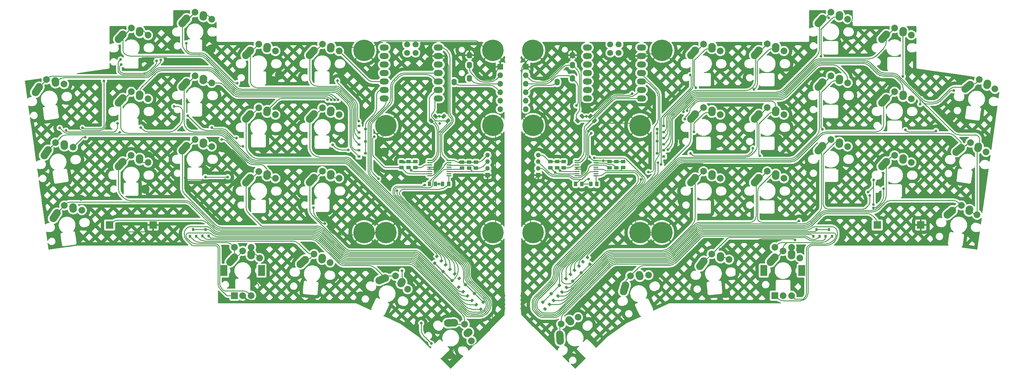
<source format=gbr>
G04 #@! TF.GenerationSoftware,KiCad,Pcbnew,(6.0.7)*
G04 #@! TF.CreationDate,2022-09-25T19:35:04+02:00*
G04 #@! TF.ProjectId,xiao_split,7869616f-5f73-4706-9c69-742e6b696361,rev?*
G04 #@! TF.SameCoordinates,Original*
G04 #@! TF.FileFunction,Copper,L1,Top*
G04 #@! TF.FilePolarity,Positive*
%FSLAX46Y46*%
G04 Gerber Fmt 4.6, Leading zero omitted, Abs format (unit mm)*
G04 Created by KiCad (PCBNEW (6.0.7)) date 2022-09-25 19:35:04*
%MOMM*%
%LPD*%
G01*
G04 APERTURE LIST*
G04 Aperture macros list*
%AMRoundRect*
0 Rectangle with rounded corners*
0 $1 Rounding radius*
0 $2 $3 $4 $5 $6 $7 $8 $9 X,Y pos of 4 corners*
0 Add a 4 corners polygon primitive as box body*
4,1,4,$2,$3,$4,$5,$6,$7,$8,$9,$2,$3,0*
0 Add four circle primitives for the rounded corners*
1,1,$1+$1,$2,$3*
1,1,$1+$1,$4,$5*
1,1,$1+$1,$6,$7*
1,1,$1+$1,$8,$9*
0 Add four rect primitives between the rounded corners*
20,1,$1+$1,$2,$3,$4,$5,0*
20,1,$1+$1,$4,$5,$6,$7,0*
20,1,$1+$1,$6,$7,$8,$9,0*
20,1,$1+$1,$8,$9,$2,$3,0*%
%AMHorizOval*
0 Thick line with rounded ends*
0 $1 width*
0 $2 $3 position (X,Y) of the first rounded end (center of the circle)*
0 $4 $5 position (X,Y) of the second rounded end (center of the circle)*
0 Add line between two ends*
20,1,$1,$2,$3,$4,$5,0*
0 Add two circle primitives to create the rounded ends*
1,1,$1,$2,$3*
1,1,$1,$4,$5*%
%AMRotRect*
0 Rectangle, with rotation*
0 The origin of the aperture is its center*
0 $1 length*
0 $2 width*
0 $3 Rotation angle, in degrees counterclockwise*
0 Add horizontal line*
21,1,$1,$2,0,0,$3*%
G04 Aperture macros list end*
G04 #@! TA.AperFunction,ComponentPad*
%ADD10C,2.000000*%
G04 #@! TD*
G04 #@! TA.AperFunction,ComponentPad*
%ADD11HorizOval,2.250000X0.019771X0.290016X-0.019771X-0.290016X0*%
G04 #@! TD*
G04 #@! TA.AperFunction,ComponentPad*
%ADD12C,2.250000*%
G04 #@! TD*
G04 #@! TA.AperFunction,ComponentPad*
%ADD13HorizOval,2.250000X0.654995X0.730004X-0.654995X-0.730004X0*%
G04 #@! TD*
G04 #@! TA.AperFunction,SMDPad,CuDef*
%ADD14RoundRect,0.250000X0.450000X-0.262500X0.450000X0.262500X-0.450000X0.262500X-0.450000X-0.262500X0*%
G04 #@! TD*
G04 #@! TA.AperFunction,ComponentPad*
%ADD15R,1.350000X1.350000*%
G04 #@! TD*
G04 #@! TA.AperFunction,ComponentPad*
%ADD16O,1.350000X1.350000*%
G04 #@! TD*
G04 #@! TA.AperFunction,SMDPad,CuDef*
%ADD17RotRect,0.900000X0.800000X315.000000*%
G04 #@! TD*
G04 #@! TA.AperFunction,ComponentPad*
%ADD18O,1.600000X2.000000*%
G04 #@! TD*
G04 #@! TA.AperFunction,SMDPad,CuDef*
%ADD19RoundRect,0.250000X0.262500X0.450000X-0.262500X0.450000X-0.262500X-0.450000X0.262500X-0.450000X0*%
G04 #@! TD*
G04 #@! TA.AperFunction,SMDPad,CuDef*
%ADD20RoundRect,0.250000X-0.132583X0.503814X-0.503814X0.132583X0.132583X-0.503814X0.503814X-0.132583X0*%
G04 #@! TD*
G04 #@! TA.AperFunction,SMDPad,CuDef*
%ADD21RotRect,0.900000X0.800000X135.000000*%
G04 #@! TD*
G04 #@! TA.AperFunction,SMDPad,CuDef*
%ADD22R,0.800000X0.900000*%
G04 #@! TD*
G04 #@! TA.AperFunction,SMDPad,CuDef*
%ADD23RoundRect,0.250000X-0.450000X0.262500X-0.450000X-0.262500X0.450000X-0.262500X0.450000X0.262500X0*%
G04 #@! TD*
G04 #@! TA.AperFunction,SMDPad,CuDef*
%ADD24RotRect,0.900000X0.800000X225.000000*%
G04 #@! TD*
G04 #@! TA.AperFunction,ComponentPad*
%ADD25HorizOval,2.250000X-0.020784X0.289945X0.020784X-0.289945X0*%
G04 #@! TD*
G04 #@! TA.AperFunction,ComponentPad*
%ADD26HorizOval,2.250000X0.547024X0.814058X-0.547024X-0.814058X0*%
G04 #@! TD*
G04 #@! TA.AperFunction,WasherPad*
%ADD27R,2.000000X3.200000*%
G04 #@! TD*
G04 #@! TA.AperFunction,ComponentPad*
%ADD28R,2.000000X2.000000*%
G04 #@! TD*
G04 #@! TA.AperFunction,ComponentPad*
%ADD29HorizOval,2.250000X-0.104647X0.271199X0.104647X-0.271199X0*%
G04 #@! TD*
G04 #@! TA.AperFunction,ComponentPad*
%ADD30HorizOval,2.250000X0.285114X0.938422X-0.285114X-0.938422X0*%
G04 #@! TD*
G04 #@! TA.AperFunction,ComponentPad*
%ADD31R,1.700000X1.700000*%
G04 #@! TD*
G04 #@! TA.AperFunction,ComponentPad*
%ADD32O,1.700000X1.700000*%
G04 #@! TD*
G04 #@! TA.AperFunction,SMDPad,CuDef*
%ADD33R,0.900000X0.800000*%
G04 #@! TD*
G04 #@! TA.AperFunction,SMDPad,CuDef*
%ADD34RotRect,0.900000X0.800000X45.000000*%
G04 #@! TD*
G04 #@! TA.AperFunction,ComponentPad*
%ADD35C,0.800000*%
G04 #@! TD*
G04 #@! TA.AperFunction,ComponentPad*
%ADD36C,6.400000*%
G04 #@! TD*
G04 #@! TA.AperFunction,ComponentPad*
%ADD37HorizOval,2.250000X0.044973X0.287189X-0.044973X-0.287189X0*%
G04 #@! TD*
G04 #@! TA.AperFunction,ComponentPad*
%ADD38HorizOval,2.250000X0.716127X0.670140X-0.716127X-0.670140X0*%
G04 #@! TD*
G04 #@! TA.AperFunction,ComponentPad*
%ADD39HorizOval,2.250000X0.059941X0.284442X-0.059941X-0.284442X0*%
G04 #@! TD*
G04 #@! TA.AperFunction,ComponentPad*
%ADD40HorizOval,2.250000X0.750218X0.631742X-0.750218X-0.631742X0*%
G04 #@! TD*
G04 #@! TA.AperFunction,ComponentPad*
%ADD41O,2.750000X1.800000*%
G04 #@! TD*
G04 #@! TA.AperFunction,ComponentPad*
%ADD42C,1.800000*%
G04 #@! TD*
G04 #@! TA.AperFunction,SMDPad,CuDef*
%ADD43RoundRect,0.250000X0.503814X0.132583X0.132583X0.503814X-0.503814X-0.132583X-0.132583X-0.503814X0*%
G04 #@! TD*
G04 #@! TA.AperFunction,SMDPad,CuDef*
%ADD44RoundRect,0.100000X-0.637500X-0.100000X0.637500X-0.100000X0.637500X0.100000X-0.637500X0.100000X0*%
G04 #@! TD*
G04 #@! TA.AperFunction,SMDPad,CuDef*
%ADD45R,2.300000X2.300000*%
G04 #@! TD*
G04 #@! TA.AperFunction,ComponentPad*
%ADD46HorizOval,2.250000X0.219053X0.191092X-0.219053X-0.191092X0*%
G04 #@! TD*
G04 #@! TA.AperFunction,ComponentPad*
%ADD47HorizOval,2.250000X0.979343X0.053039X-0.979343X-0.053039X0*%
G04 #@! TD*
G04 #@! TA.AperFunction,SMDPad,CuDef*
%ADD48RoundRect,0.250000X-0.262500X-0.450000X0.262500X-0.450000X0.262500X0.450000X-0.262500X0.450000X0*%
G04 #@! TD*
G04 #@! TA.AperFunction,ComponentPad*
%ADD49HorizOval,2.250000X-0.005580X0.290635X0.005580X-0.290635X0*%
G04 #@! TD*
G04 #@! TA.AperFunction,ComponentPad*
%ADD50HorizOval,2.250000X0.588879X0.784313X-0.588879X-0.784313X0*%
G04 #@! TD*
G04 #@! TA.AperFunction,ComponentPad*
%ADD51HorizOval,2.250000X-0.191092X0.219053X0.191092X-0.219053X0*%
G04 #@! TD*
G04 #@! TA.AperFunction,ComponentPad*
%ADD52HorizOval,2.250000X-0.053039X0.979343X0.053039X-0.979343X0*%
G04 #@! TD*
G04 #@! TA.AperFunction,ComponentPad*
%ADD53HorizOval,2.250000X0.140485X0.254488X-0.140485X-0.254488X0*%
G04 #@! TD*
G04 #@! TA.AperFunction,ComponentPad*
%ADD54HorizOval,2.250000X0.902141X0.384796X-0.902141X-0.384796X0*%
G04 #@! TD*
G04 #@! TA.AperFunction,ViaPad*
%ADD55C,0.800000*%
G04 #@! TD*
G04 #@! TA.AperFunction,Conductor*
%ADD56C,0.250000*%
G04 #@! TD*
G04 APERTURE END LIST*
D10*
G04 #@! TO.P,K12,1*
G04 #@! TO.N,COL2*
X124623235Y-74872271D03*
D11*
X122143006Y-73882255D03*
D12*
X122163235Y-73592271D03*
D10*
G04 #@! TO.P,K12,2*
G04 #@! TO.N,Net-(D20-Pad2)*
X119623235Y-72772271D03*
D12*
X117123235Y-74672271D03*
D13*
X116468230Y-75402267D03*
G04 #@! TD*
D11*
G04 #@! TO.P,K22,1*
G04 #@! TO.N,COL0_R*
X274219771Y-64352484D03*
D10*
X276700000Y-65342500D03*
D12*
X274240000Y-64062500D03*
D10*
G04 #@! TO.P,K22,2*
G04 #@! TO.N,Net-(D37-Pad2)*
X271700000Y-63242500D03*
D13*
X268544995Y-65872496D03*
D12*
X269200000Y-65142500D03*
G04 #@! TD*
D14*
G04 #@! TO.P,R8,1*
G04 #@! TO.N,SPKR*
X183500000Y-81192500D03*
G04 #@! TO.P,R8,2*
G04 #@! TO.N,5V*
X183500000Y-79367500D03*
G04 #@! TD*
D15*
G04 #@! TO.P,J6,1,Pin_1*
G04 #@! TO.N,GND_R*
X222240000Y-83400000D03*
D16*
G04 #@! TO.P,J6,2,Pin_2*
G04 #@! TO.N,PIN2_R*
X222240000Y-81400000D03*
G04 #@! TO.P,J6,3,Pin_3*
G04 #@! TO.N,PIN3_R*
X222240000Y-79400000D03*
G04 #@! TO.P,J6,4,Pin_4*
G04 #@! TO.N,5V_R*
X222240000Y-77400000D03*
G04 #@! TD*
D12*
G04 #@! TO.P,K27,1*
G04 #@! TO.N,COL1_R*
X293290000Y-83112500D03*
D11*
X293269771Y-83402484D03*
D10*
X295750000Y-84392500D03*
D12*
G04 #@! TO.P,K27,2*
G04 #@! TO.N,Net-(D38-Pad1)*
X288250000Y-84192500D03*
D13*
X287594995Y-84922496D03*
D10*
X290750000Y-82292500D03*
G04 #@! TD*
D17*
G04 #@! TO.P,D49,1,A*
G04 #@! TO.N,Net-(D49-Pad1)*
X234414645Y-110573642D03*
G04 #@! TO.P,D49,2,A*
G04 #@! TO.N,Net-(D49-Pad2)*
X233071142Y-111917145D03*
G04 #@! TO.P,D49,3,K*
G04 #@! TO.N,ROW1_R*
X235157107Y-112659607D03*
G04 #@! TD*
D18*
G04 #@! TO.P,J1,A*
G04 #@! TO.N,GND_L*
X201720000Y-47497500D03*
G04 #@! TO.P,J1,B*
G04 #@! TO.N,5V*
X197120000Y-55597500D03*
G04 #@! TO.P,J1,C*
G04 #@! TO.N,SCL*
X201720000Y-50497500D03*
G04 #@! TO.P,J1,D*
G04 #@! TO.N,SDA*
X201720000Y-54497500D03*
G04 #@! TD*
G04 #@! TO.P,J4,A*
G04 #@! TO.N,GND_R*
X232520000Y-47497500D03*
G04 #@! TO.P,J4,B*
G04 #@! TO.N,5V_R*
X227920000Y-55597500D03*
G04 #@! TO.P,J4,C*
G04 #@! TO.N,SCL_R*
X232520000Y-50497500D03*
G04 #@! TO.P,J4,D*
G04 #@! TO.N,SDA_R*
X232520000Y-54497500D03*
G04 #@! TD*
D14*
G04 #@! TO.P,R16,1*
G04 #@! TO.N,SPKR_R*
X227900000Y-81202500D03*
G04 #@! TO.P,R16,2*
G04 #@! TO.N,5V_R*
X227900000Y-79377500D03*
G04 #@! TD*
D19*
G04 #@! TO.P,R2,1*
G04 #@! TO.N,ROT_R*
X195482500Y-86080000D03*
G04 #@! TO.P,R2,2*
G04 #@! TO.N,unconnected-(R2-Pad2)*
X193657500Y-86080000D03*
G04 #@! TD*
D20*
G04 #@! TO.P,R7,1*
G04 #@! TO.N,5V*
X191515235Y-65854765D03*
G04 #@! TO.P,R7,2*
G04 #@! TO.N,SCL*
X190224765Y-67145235D03*
G04 #@! TD*
D21*
G04 #@! TO.P,D60,1,A*
G04 #@! TO.N,unconnected-(D60-Pad1)*
X224335355Y-123511358D03*
G04 #@! TO.P,D60,2,A*
G04 #@! TO.N,Net-(D60-Pad2)*
X225678858Y-122167855D03*
G04 #@! TO.P,D60,3,K*
G04 #@! TO.N,ROW2_R*
X223592893Y-121425393D03*
G04 #@! TD*
D10*
G04 #@! TO.P,K8,1*
G04 #@! TO.N,COL1*
X105550000Y-79634771D03*
D11*
X103069771Y-78644755D03*
D12*
X103090000Y-78354771D03*
D13*
G04 #@! TO.P,K8,2*
G04 #@! TO.N,Net-(D8-Pad1)*
X97394995Y-80164767D03*
D10*
X100550000Y-77534771D03*
D12*
X98050000Y-79434771D03*
G04 #@! TD*
G04 #@! TO.P,K14,1*
G04 #@! TO.N,COL3*
X141213235Y-45017271D03*
D10*
X143673235Y-46297271D03*
D11*
X141193006Y-45307255D03*
D13*
G04 #@! TO.P,K14,2*
G04 #@! TO.N,Net-(D18-Pad1)*
X135518230Y-46827267D03*
D12*
X136173235Y-46097271D03*
D10*
X138673235Y-44197271D03*
G04 #@! TD*
D22*
G04 #@! TO.P,D5,1,A*
G04 #@! TO.N,ROT_ROW*
X118110000Y-101730000D03*
G04 #@! TO.P,D5,2,A*
G04 #@! TO.N,Net-(D5-Pad2)*
X120010000Y-101730000D03*
G04 #@! TO.P,D5,3,K*
G04 #@! TO.N,ROW3*
X119060000Y-99730000D03*
G04 #@! TD*
D12*
G04 #@! TO.P,K7,1*
G04 #@! TO.N,COL1*
X103113235Y-59304771D03*
D10*
X105573235Y-60584771D03*
D11*
X103093006Y-59594755D03*
D13*
G04 #@! TO.P,K7,2*
G04 #@! TO.N,Net-(D7-Pad1)*
X97418230Y-61114767D03*
D10*
X100573235Y-58484771D03*
D12*
X98073235Y-60384771D03*
G04 #@! TD*
D11*
G04 #@! TO.P,K32,1*
G04 #@! TO.N,COL4_R*
X298032271Y-107214984D03*
D10*
X300512500Y-108205000D03*
D12*
X298052500Y-106925000D03*
D10*
G04 #@! TO.P,K32,2*
G04 #@! TO.N,ROT_ROW_R*
X295512500Y-106105000D03*
D12*
X293012500Y-108005000D03*
D13*
X292357495Y-108734996D03*
G04 #@! TD*
D14*
G04 #@! TO.P,R6,1*
G04 #@! TO.N,PIN2*
X201570000Y-81352500D03*
G04 #@! TO.P,R6,2*
G04 #@! TO.N,5V*
X201570000Y-79527500D03*
G04 #@! TD*
D10*
G04 #@! TO.P,K6,1*
G04 #@! TO.N,COL1*
X105573235Y-41534771D03*
D12*
X103113235Y-40254771D03*
D11*
X103093006Y-40544755D03*
D12*
G04 #@! TO.P,K6,2*
G04 #@! TO.N,Net-(D6-Pad1)*
X98073235Y-41334771D03*
D13*
X97418230Y-42064767D03*
D10*
X100573235Y-39434771D03*
G04 #@! TD*
D23*
G04 #@! TO.P,R15,1*
G04 #@! TO.N,5V_R*
X245610000Y-79377500D03*
G04 #@! TO.P,R15,2*
G04 #@! TO.N,Net-(U2-Pad15)*
X245610000Y-81202500D03*
G04 #@! TD*
D14*
G04 #@! TO.P,R1,1*
G04 #@! TO.N,ROT_L*
X199490000Y-81352500D03*
G04 #@! TO.P,R1,2*
G04 #@! TO.N,5V*
X199490000Y-79527500D03*
G04 #@! TD*
D24*
G04 #@! TO.P,D29,1,A*
G04 #@! TO.N,unconnected-(D29-Pad1)*
X198638858Y-114304645D03*
G04 #@! TO.P,D29,2,A*
G04 #@! TO.N,Net-(D29-Pad2)*
X197295355Y-112961142D03*
G04 #@! TO.P,D29,3,K*
G04 #@! TO.N,ROW1*
X196552893Y-115047107D03*
G04 #@! TD*
D25*
G04 #@! TO.P,K2,1*
G04 #@! TO.N,COL0*
X77878607Y-55565916D03*
D12*
X77858282Y-55275939D03*
D10*
X80472483Y-56201116D03*
G04 #@! TO.P,K2,2*
G04 #@! TO.N,Net-(D6-Pad2)*
X75228879Y-54817418D03*
D26*
X72470603Y-57860911D03*
D12*
X73017637Y-57046860D03*
G04 #@! TD*
D27*
G04 #@! TO.P,SW1,*
G04 #@! TO.N,*
X128310735Y-112009771D03*
X139510735Y-112009771D03*
D28*
G04 #@! TO.P,SW1,A,A*
G04 #@! TO.N,ROT_L*
X131410735Y-119509771D03*
D10*
G04 #@! TO.P,SW1,B,B*
G04 #@! TO.N,ROT_R*
X136410735Y-119509771D03*
G04 #@! TO.P,SW1,C,C*
G04 #@! TO.N,GND_L*
X133910735Y-119509771D03*
G04 #@! TO.P,SW1,S1,S1*
G04 #@! TO.N,COL1*
X136410735Y-105009771D03*
G04 #@! TO.P,SW1,S2,S2*
G04 #@! TO.N,ROT_ROW*
X131410735Y-105009771D03*
G04 #@! TD*
D11*
G04 #@! TO.P,K35,1*
G04 #@! TO.N,COL3_R*
X331369771Y-78639984D03*
D10*
X333850000Y-79630000D03*
D12*
X331390000Y-78350000D03*
D13*
G04 #@! TO.P,K35,2*
G04 #@! TO.N,Net-(D50-Pad1)*
X325694995Y-80159996D03*
D10*
X328850000Y-77530000D03*
D12*
X326350000Y-79430000D03*
G04 #@! TD*
D14*
G04 #@! TO.P,R18,1*
G04 #@! TO.N,LED_DATA_R*
X225900000Y-81202500D03*
G04 #@! TO.P,R18,2*
G04 #@! TO.N,5V_R*
X225900000Y-79377500D03*
G04 #@! TD*
D10*
G04 #@! TO.P,K24,1*
G04 #@! TO.N,COL2_R*
X255242073Y-113347285D03*
D12*
X252471604Y-113226852D03*
D29*
X252575823Y-113498216D03*
D10*
G04 #@! TO.P,K24,2*
G04 #@! TO.N,Net-(D35-Pad2)*
X249823035Y-113557130D03*
D30*
X248075114Y-117274078D03*
D12*
X248360240Y-116335661D03*
G04 #@! TD*
D31*
G04 #@! TO.P,J5,1,Pin_1*
G04 #@! TO.N,GND_R*
X218530000Y-50980000D03*
D32*
G04 #@! TO.P,J5,2,Pin_2*
G04 #@! TO.N,SCL_R*
X218530000Y-53520000D03*
G04 #@! TO.P,J5,3,Pin_3*
G04 #@! TO.N,SDA_R*
X218530000Y-56060000D03*
G04 #@! TO.P,J5,4,Pin_4*
G04 #@! TO.N,5V_R*
X218530000Y-58600000D03*
G04 #@! TO.P,J5,5*
G04 #@! TO.N,N/C*
X218530000Y-61140000D03*
G04 #@! TO.P,J5,6*
X218530000Y-63680000D03*
G04 #@! TD*
D33*
G04 #@! TO.P,D6,1,A*
G04 #@! TO.N,Net-(D6-Pad1)*
X168640000Y-75980000D03*
G04 #@! TO.P,D6,2,A*
G04 #@! TO.N,Net-(D6-Pad2)*
X168640000Y-77880000D03*
G04 #@! TO.P,D6,3,K*
G04 #@! TO.N,ROW0*
X170640000Y-76930000D03*
G04 #@! TD*
D11*
G04 #@! TO.P,K1,1*
G04 #@! TO.N,COL1*
X136430506Y-107219755D03*
D12*
X136450735Y-106929771D03*
D10*
X138910735Y-108209771D03*
G04 #@! TO.P,K1,2*
G04 #@! TO.N,ROT_ROW*
X133910735Y-106109771D03*
D13*
X130755730Y-108739767D03*
D12*
X131410735Y-108009771D03*
G04 #@! TD*
D17*
G04 #@! TO.P,D37,1,A*
G04 #@! TO.N,Net-(D37-Pad1)*
X231884645Y-113121142D03*
G04 #@! TO.P,D37,2,A*
G04 #@! TO.N,Net-(D37-Pad2)*
X230541142Y-114464645D03*
G04 #@! TO.P,D37,3,K*
G04 #@! TO.N,ROW1_R*
X232627107Y-115207107D03*
G04 #@! TD*
D22*
G04 #@! TO.P,D17,1,A*
G04 #@! TO.N,Net-(D17-Pad1)*
X121850000Y-101680000D03*
G04 #@! TO.P,D17,2,A*
G04 #@! TO.N,Net-(D17-Pad2)*
X123750000Y-101680000D03*
G04 #@! TO.P,D17,3,K*
G04 #@! TO.N,ROW3*
X122800000Y-99680000D03*
G04 #@! TD*
D34*
G04 #@! TO.P,D8,1,A*
G04 #@! TO.N,Net-(D8-Pad1)*
X203711142Y-122185355D03*
G04 #@! TO.P,D8,2,A*
G04 #@! TO.N,Net-(D8-Pad2)*
X205054645Y-123528858D03*
G04 #@! TO.P,D8,3,K*
G04 #@! TO.N,ROW2*
X205797107Y-121442893D03*
G04 #@! TD*
D10*
G04 #@! TO.P,K21,1*
G04 #@! TO.N,COL0_R*
X276710000Y-46300000D03*
D12*
X274250000Y-45020000D03*
D11*
X274229771Y-45309984D03*
D10*
G04 #@! TO.P,K21,2*
G04 #@! TO.N,Net-(D36-Pad2)*
X271710000Y-44200000D03*
D13*
X268554995Y-46829996D03*
D12*
X269210000Y-46100000D03*
G04 #@! TD*
D35*
G04 #@! TO.P,REF\u002A\u002A,1*
G04 #@! TO.N,N/C*
X167830000Y-100590000D03*
X171927056Y-98892944D03*
X168532944Y-98892944D03*
X168532944Y-102287056D03*
D36*
G04 #@! TO.N,GND_L*
X170230000Y-100590000D03*
D35*
G04 #@! TO.N,N/C*
X171927056Y-102287056D03*
X170230000Y-98190000D03*
X172630000Y-100590000D03*
X170230000Y-102990000D03*
G04 #@! TD*
D21*
G04 #@! TO.P,D50,1,A*
G04 #@! TO.N,Net-(D50-Pad1)*
X226875355Y-120971358D03*
G04 #@! TO.P,D50,2,A*
G04 #@! TO.N,Net-(D50-Pad2)*
X228218858Y-119627855D03*
G04 #@! TO.P,D50,3,K*
G04 #@! TO.N,ROW2_R*
X226132893Y-118885393D03*
G04 #@! TD*
D35*
G04 #@! TO.P,REF\u002A\u002A,1*
G04 #@! TO.N,N/C*
X208700000Y-48520000D03*
D36*
G04 #@! TO.N,GND_L*
X208700000Y-46120000D03*
D35*
G04 #@! TO.N,N/C*
X207002944Y-44422944D03*
X208700000Y-43720000D03*
X210397056Y-47817056D03*
X211100000Y-46120000D03*
X206300000Y-46120000D03*
X210397056Y-44422944D03*
X207002944Y-47817056D03*
G04 #@! TD*
D12*
G04 #@! TO.P,K5,1*
G04 #@! TO.N,COL2*
X157693086Y-108090707D03*
D10*
X160032165Y-109580239D03*
D37*
X157647661Y-108377824D03*
D38*
G04 #@! TO.P,K5,2*
G04 #@! TO.N,Net-(D5-Pad2)*
X151862001Y-109397462D03*
D10*
X155234219Y-107052451D03*
D12*
X152578136Y-108727332D03*
G04 #@! TD*
D22*
G04 #@! TO.P,D47,1,A*
G04 #@! TO.N,Net-(D47-Pad1)*
X308240000Y-101702500D03*
G04 #@! TO.P,D47,2,A*
G04 #@! TO.N,ROT_ROW_R*
X310140000Y-101702500D03*
G04 #@! TO.P,D47,3,K*
G04 #@! TO.N,ROW3_R*
X309190000Y-99702500D03*
G04 #@! TD*
D10*
G04 #@! TO.P,K37,1*
G04 #@! TO.N,COL4_R*
X356179176Y-76471852D03*
D39*
X353860868Y-75146289D03*
D12*
X353921258Y-74861943D03*
G04 #@! TO.P,K37,2*
G04 #@! TO.N,Net-(D59-Pad1)*
X348780000Y-75230000D03*
D40*
X348029774Y-75861733D03*
D10*
X351520099Y-73696423D03*
G04 #@! TD*
D31*
G04 #@! TO.P,J2,1,Pin_1*
G04 #@! TO.N,GND_L*
X210910000Y-50980000D03*
D32*
G04 #@! TO.P,J2,2,Pin_2*
G04 #@! TO.N,SCL*
X210910000Y-53520000D03*
G04 #@! TO.P,J2,3,Pin_3*
G04 #@! TO.N,SDA*
X210910000Y-56060000D03*
G04 #@! TO.P,J2,4,Pin_4*
G04 #@! TO.N,5V*
X210910000Y-58600000D03*
G04 #@! TO.P,J2,5*
G04 #@! TO.N,N/C*
X210910000Y-61140000D03*
G04 #@! TO.P,J2,6*
X210910000Y-63680000D03*
G04 #@! TD*
D23*
G04 #@! TO.P,R10,1*
G04 #@! TO.N,5V*
X185510000Y-79367500D03*
G04 #@! TO.P,R10,2*
G04 #@! TO.N,Net-(R10-Pad2)*
X185510000Y-81192500D03*
G04 #@! TD*
D33*
G04 #@! TO.P,D18,1,A*
G04 #@! TO.N,Net-(D18-Pad1)*
X168640000Y-72370000D03*
G04 #@! TO.P,D18,2,A*
G04 #@! TO.N,Net-(D18-Pad2)*
X168640000Y-74270000D03*
G04 #@! TO.P,D18,3,K*
G04 #@! TO.N,ROW0*
X170640000Y-73320000D03*
G04 #@! TD*
D41*
G04 #@! TO.P,M2,1,D0*
G04 #@! TO.N,COL3_R*
X236975000Y-45240000D03*
G04 #@! TO.P,M2,2,D1*
G04 #@! TO.N,COL2_R*
X236975000Y-47780000D03*
G04 #@! TO.P,M2,3,D2*
G04 #@! TO.N,COL1_R*
X236975000Y-50320000D03*
G04 #@! TO.P,M2,4,D3*
G04 #@! TO.N,COL0_R*
X236975000Y-52860000D03*
G04 #@! TO.P,M2,5,D4*
G04 #@! TO.N,COL4_R*
X236975000Y-55400000D03*
G04 #@! TO.P,M2,6,D5*
G04 #@! TO.N,ROW0_R*
X236975000Y-57940000D03*
G04 #@! TO.P,M2,7,D6*
G04 #@! TO.N,ROW1_R*
X236975000Y-60480000D03*
G04 #@! TO.P,M2,8,D7*
G04 #@! TO.N,SDA_R*
X253165000Y-60480000D03*
G04 #@! TO.P,M2,9,D8*
G04 #@! TO.N,SCL_R*
X253165000Y-57940000D03*
G04 #@! TO.P,M2,10,D9*
G04 #@! TO.N,ROW3_R*
X253165000Y-55400000D03*
G04 #@! TO.P,M2,11,D10*
G04 #@! TO.N,ROW2_R*
X253165000Y-52860000D03*
G04 #@! TO.P,M2,12,3V3*
G04 #@! TO.N,3.3V_R*
X253165000Y-50320000D03*
G04 #@! TO.P,M2,13,GND*
G04 #@! TO.N,GND_R*
X253165000Y-47780000D03*
G04 #@! TO.P,M2,14,5V*
G04 #@! TO.N,5V_R*
X253165000Y-45240000D03*
D42*
G04 #@! TO.P,M2,15*
G04 #@! TO.N,N/C*
X243800000Y-44288000D03*
G04 #@! TO.P,M2,16*
X246340000Y-44288000D03*
G04 #@! TO.P,M2,17*
X243800000Y-46828000D03*
G04 #@! TO.P,M2,18*
X246340000Y-46828000D03*
G04 #@! TD*
D11*
G04 #@! TO.P,K16,1*
G04 #@! TO.N,COL3*
X141189771Y-83407255D03*
D12*
X141210000Y-83117271D03*
D10*
X143670000Y-84397271D03*
D12*
G04 #@! TO.P,K16,2*
G04 #@! TO.N,Net-(D20-Pad1)*
X136170000Y-84197271D03*
D10*
X138670000Y-82297271D03*
D13*
X135514995Y-84927267D03*
G04 #@! TD*
D12*
G04 #@! TO.P,K17,1*
G04 #@! TO.N,COL4*
X160263235Y-45017271D03*
D10*
X162723235Y-46297271D03*
D11*
X160243006Y-45307255D03*
D13*
G04 #@! TO.P,K17,2*
G04 #@! TO.N,Net-(D28-Pad2)*
X154568230Y-46827267D03*
D12*
X155223235Y-46097271D03*
D10*
X157723235Y-44197271D03*
G04 #@! TD*
D35*
G04 #@! TO.P,REF\u002A\u002A,1*
G04 #@! TO.N,N/C*
X206330000Y-100600000D03*
X207032944Y-98902944D03*
X207032944Y-102297056D03*
X208730000Y-98200000D03*
X211130000Y-100600000D03*
X208730000Y-103000000D03*
D36*
G04 #@! TO.N,GND_L*
X208730000Y-100600000D03*
D35*
G04 #@! TO.N,N/C*
X210427056Y-102297056D03*
X210427056Y-98902944D03*
G04 #@! TD*
D12*
G04 #@! TO.P,K18,1*
G04 #@! TO.N,COL4*
X160263235Y-64067271D03*
D10*
X162723235Y-65347271D03*
D11*
X160243006Y-64357255D03*
D10*
G04 #@! TO.P,K18,2*
G04 #@! TO.N,Net-(D29-Pad2)*
X157723235Y-63247271D03*
D13*
X154568230Y-65877267D03*
D12*
X155223235Y-65147271D03*
G04 #@! TD*
D23*
G04 #@! TO.P,R20,1*
G04 #@! TO.N,5V_R*
X229900000Y-79377500D03*
G04 #@! TO.P,R20,2*
G04 #@! TO.N,Net-(U2-Pad3)*
X229900000Y-81202500D03*
G04 #@! TD*
D24*
G04 #@! TO.P,D19,1,A*
G04 #@! TO.N,Net-(D19-Pad1)*
X195888858Y-111604645D03*
G04 #@! TO.P,D19,2,A*
G04 #@! TO.N,Net-(D19-Pad2)*
X194545355Y-110261142D03*
G04 #@! TO.P,D19,3,K*
G04 #@! TO.N,ROW1*
X193802893Y-112347107D03*
G04 #@! TD*
D43*
G04 #@! TO.P,R9,1*
G04 #@! TO.N,SDA*
X195275235Y-67145235D03*
G04 #@! TO.P,R9,2*
G04 #@! TO.N,5V*
X193984765Y-65854765D03*
G04 #@! TD*
D33*
G04 #@! TO.P,D48,1,A*
G04 #@! TO.N,Net-(D48-Pad1)*
X259800000Y-74242500D03*
G04 #@! TO.P,D48,2,A*
G04 #@! TO.N,Net-(D48-Pad2)*
X259800000Y-72342500D03*
G04 #@! TO.P,D48,3,K*
G04 #@! TO.N,ROW0_R*
X257800000Y-73292500D03*
G04 #@! TD*
D36*
G04 #@! TO.P,REF\u002A\u002A,1*
G04 #@! TO.N,GND_L*
X170170000Y-46100000D03*
D35*
G04 #@! TO.N,N/C*
X168472944Y-47797056D03*
X170170000Y-48500000D03*
X172570000Y-46100000D03*
X170170000Y-43700000D03*
X171867056Y-47797056D03*
X167770000Y-46100000D03*
X171867056Y-44402944D03*
X168472944Y-44402944D03*
G04 #@! TD*
D44*
G04 #@! TO.P,U1,1,SCL*
G04 #@! TO.N,SCL*
X189827500Y-79075000D03*
G04 #@! TO.P,U1,2,SDA*
G04 #@! TO.N,SDA*
X189827500Y-79725000D03*
G04 #@! TO.P,U1,3,A0*
G04 #@! TO.N,Net-(R10-Pad2)*
X189827500Y-80375000D03*
G04 #@! TO.P,U1,4,A1*
G04 #@! TO.N,GND_L*
X189827500Y-81025000D03*
G04 #@! TO.P,U1,5,A2*
X189827500Y-81675000D03*
G04 #@! TO.P,U1,6,IO0*
G04 #@! TO.N,SPKR*
X189827500Y-82325000D03*
G04 #@! TO.P,U1,7,IO1*
G04 #@! TO.N,LED_DATA*
X189827500Y-82975000D03*
G04 #@! TO.P,U1,8,VSS*
G04 #@! TO.N,GND_L*
X189827500Y-83625000D03*
G04 #@! TO.P,U1,9,IO2*
G04 #@! TO.N,ROT_R*
X195552500Y-83625000D03*
G04 #@! TO.P,U1,10,IO3*
G04 #@! TO.N,unconnected-(U1-Pad10)*
X195552500Y-82975000D03*
G04 #@! TO.P,U1,11,IO4*
G04 #@! TO.N,PIN2*
X195552500Y-82325000D03*
G04 #@! TO.P,U1,12,IO5*
G04 #@! TO.N,ROT_L*
X195552500Y-81675000D03*
G04 #@! TO.P,U1,13,IO6*
G04 #@! TO.N,unconnected-(U1-Pad13)*
X195552500Y-81025000D03*
G04 #@! TO.P,U1,14,IO7*
G04 #@! TO.N,PIN3*
X195552500Y-80375000D03*
G04 #@! TO.P,U1,15,~{RESET}*
G04 #@! TO.N,Net-(R5-Pad2)*
X195552500Y-79725000D03*
G04 #@! TO.P,U1,16,VDD*
G04 #@! TO.N,5V*
X195552500Y-79075000D03*
G04 #@! TD*
D45*
G04 #@! TO.P,LS1,1,1*
G04 #@! TO.N,SPKR*
X94090000Y-98370000D03*
G04 #@! TO.P,LS1,2,2*
G04 #@! TO.N,GND_L*
X107090000Y-98370000D03*
G04 #@! TD*
D12*
G04 #@! TO.P,K11,1*
G04 #@! TO.N,COL2*
X122163235Y-54542271D03*
D11*
X122143006Y-54832255D03*
D10*
X124623235Y-55822271D03*
D12*
G04 #@! TO.P,K11,2*
G04 #@! TO.N,Net-(D19-Pad2)*
X117123235Y-55622271D03*
D10*
X119623235Y-53722271D03*
D13*
X116468230Y-56352267D03*
G04 #@! TD*
D10*
G04 #@! TO.P,K23,1*
G04 #@! TO.N,COL0_R*
X276700000Y-84392500D03*
D12*
X274240000Y-83112500D03*
D11*
X274219771Y-83402484D03*
D12*
G04 #@! TO.P,K23,2*
G04 #@! TO.N,Net-(D38-Pad2)*
X269200000Y-84192500D03*
D10*
X271700000Y-82292500D03*
D13*
X268544995Y-84922496D03*
G04 #@! TD*
D10*
G04 #@! TO.P,K36,1*
G04 #@! TO.N,COL4_R*
X358850198Y-57605429D03*
D39*
X356531890Y-56279866D03*
D12*
X356592280Y-55995520D03*
G04 #@! TO.P,K36,2*
G04 #@! TO.N,Net-(D58-Pad2)*
X351451022Y-56363577D03*
D10*
X354191121Y-54830000D03*
D40*
X350700796Y-56995310D03*
G04 #@! TD*
D14*
G04 #@! TO.P,R14,1*
G04 #@! TO.N,PIN3_R*
X243580000Y-81202500D03*
G04 #@! TO.P,R14,2*
G04 #@! TO.N,5V_R*
X243580000Y-79377500D03*
G04 #@! TD*
D10*
G04 #@! TO.P,K15,1*
G04 #@! TO.N,COL3*
X143673235Y-65347271D03*
D11*
X141193006Y-64357255D03*
D12*
X141213235Y-64067271D03*
D10*
G04 #@! TO.P,K15,2*
G04 #@! TO.N,Net-(D19-Pad1)*
X138673235Y-63247271D03*
D12*
X136173235Y-65147271D03*
D13*
X135518230Y-65877267D03*
G04 #@! TD*
D15*
G04 #@! TO.P,J3,1,Pin_1*
G04 #@! TO.N,GND_L*
X207130000Y-83400000D03*
D16*
G04 #@! TO.P,J3,2,Pin_2*
G04 #@! TO.N,PIN2*
X207130000Y-81400000D03*
G04 #@! TO.P,J3,3,Pin_3*
G04 #@! TO.N,PIN3*
X207130000Y-79400000D03*
G04 #@! TO.P,J3,4,Pin_4*
G04 #@! TO.N,5V*
X207130000Y-77400000D03*
G04 #@! TD*
D33*
G04 #@! TO.P,D58,1,A*
G04 #@! TO.N,unconnected-(D58-Pad1)*
X259800000Y-77852500D03*
G04 #@! TO.P,D58,2,A*
G04 #@! TO.N,Net-(D58-Pad2)*
X259800000Y-75952500D03*
G04 #@! TO.P,D58,3,K*
G04 #@! TO.N,ROW0_R*
X257800000Y-76902500D03*
G04 #@! TD*
D43*
G04 #@! TO.P,R17,1*
G04 #@! TO.N,SDA_R*
X239135235Y-67145235D03*
G04 #@! TO.P,R17,2*
G04 #@! TO.N,5V_R*
X237844765Y-65854765D03*
G04 #@! TD*
D10*
G04 #@! TO.P,K25,1*
G04 #@! TO.N,COL1_R*
X295750000Y-46292500D03*
D12*
X293290000Y-45012500D03*
D11*
X293269771Y-45302484D03*
D10*
G04 #@! TO.P,K25,2*
G04 #@! TO.N,Net-(D36-Pad1)*
X290750000Y-44192500D03*
D12*
X288250000Y-46092500D03*
D13*
X287594995Y-46822496D03*
G04 #@! TD*
D14*
G04 #@! TO.P,R3,1*
G04 #@! TO.N,LED_DATA*
X181360000Y-81192500D03*
G04 #@! TO.P,R3,2*
G04 #@! TO.N,unconnected-(R3-Pad2)*
X181360000Y-79367500D03*
G04 #@! TD*
D10*
G04 #@! TO.P,K13,1*
G04 #@! TO.N,COL4*
X202322540Y-133048528D03*
D12*
X201488154Y-130403949D03*
D46*
X201268800Y-130594694D03*
D47*
G04 #@! TO.P,K13,2*
G04 #@! TO.N,Net-(D17-Pad2)*
X196181317Y-127656833D03*
D10*
X200271930Y-128028070D03*
D12*
X197160660Y-127603806D03*
G04 #@! TD*
D34*
G04 #@! TO.P,D20,1,A*
G04 #@! TO.N,Net-(D20-Pad1)*
X201091142Y-119565355D03*
G04 #@! TO.P,D20,2,A*
G04 #@! TO.N,Net-(D20-Pad2)*
X202434645Y-120908858D03*
G04 #@! TO.P,D20,3,K*
G04 #@! TO.N,ROW2*
X203177107Y-118822893D03*
G04 #@! TD*
G04 #@! TO.P,D30,1,A*
G04 #@! TO.N,unconnected-(D30-Pad1)*
X198441142Y-116935355D03*
G04 #@! TO.P,D30,2,A*
G04 #@! TO.N,Net-(D30-Pad2)*
X199784645Y-118278858D03*
G04 #@! TO.P,D30,3,K*
G04 #@! TO.N,ROW2*
X200527107Y-116192893D03*
G04 #@! TD*
D19*
G04 #@! TO.P,R11,1*
G04 #@! TO.N,ROT_R_R*
X239812500Y-86090000D03*
G04 #@! TO.P,R11,2*
G04 #@! TO.N,5V_R*
X237987500Y-86090000D03*
G04 #@! TD*
D11*
G04 #@! TO.P,K10,1*
G04 #@! TO.N,COL2*
X122143006Y-35782255D03*
D10*
X124623235Y-36772271D03*
D12*
X122163235Y-35492271D03*
D10*
G04 #@! TO.P,K10,2*
G04 #@! TO.N,Net-(D18-Pad2)*
X119623235Y-34672271D03*
D12*
X117123235Y-36572271D03*
D13*
X116468230Y-37302267D03*
G04 #@! TD*
D24*
G04 #@! TO.P,D7,1,A*
G04 #@! TO.N,Net-(D7-Pad1)*
X193328858Y-109054645D03*
G04 #@! TO.P,D7,2,A*
G04 #@! TO.N,Net-(D7-Pad2)*
X191985355Y-107711142D03*
G04 #@! TO.P,D7,3,K*
G04 #@! TO.N,ROW1*
X191242893Y-109797107D03*
G04 #@! TD*
D48*
G04 #@! TO.P,R13,1*
G04 #@! TO.N,PIN2_R*
X233440000Y-86090000D03*
G04 #@! TO.P,R13,2*
G04 #@! TO.N,5V_R*
X235265000Y-86090000D03*
G04 #@! TD*
D12*
G04 #@! TO.P,K30,1*
G04 #@! TO.N,COL2_R*
X312340000Y-54537500D03*
D10*
X314800000Y-55817500D03*
D11*
X312319771Y-54827484D03*
D12*
G04 #@! TO.P,K30,2*
G04 #@! TO.N,Net-(D49-Pad2)*
X307300000Y-55617500D03*
D10*
X309800000Y-53717500D03*
D13*
X306644995Y-56347496D03*
G04 #@! TD*
D45*
G04 #@! TO.P,LS2,1,1*
G04 #@! TO.N,SPKR_R*
X323670000Y-98370000D03*
G04 #@! TO.P,LS2,2,2*
G04 #@! TO.N,GND_R*
X336670000Y-98370000D03*
G04 #@! TD*
D12*
G04 #@! TO.P,K31,1*
G04 #@! TO.N,COL2_R*
X312340000Y-73587500D03*
D11*
X312319771Y-73877484D03*
D10*
X314800000Y-74867500D03*
G04 #@! TO.P,K31,2*
G04 #@! TO.N,Net-(D50-Pad2)*
X309800000Y-72767500D03*
D12*
X307300000Y-74667500D03*
D13*
X306644995Y-75397496D03*
G04 #@! TD*
D25*
G04 #@! TO.P,K3,1*
G04 #@! TO.N,COL0*
X80528607Y-74425916D03*
D12*
X80508282Y-74135939D03*
D10*
X83122483Y-75061116D03*
D12*
G04 #@! TO.P,K3,2*
G04 #@! TO.N,Net-(D7-Pad2)*
X75667637Y-75906860D03*
D10*
X77878879Y-73677418D03*
D26*
X75120603Y-76720911D03*
G04 #@! TD*
D17*
G04 #@! TO.P,D59,1,A*
G04 #@! TO.N,Net-(D59-Pad1)*
X236974645Y-108033642D03*
G04 #@! TO.P,D59,2,A*
G04 #@! TO.N,unconnected-(D59-Pad2)*
X235631142Y-109377145D03*
G04 #@! TO.P,D59,3,K*
G04 #@! TO.N,ROW1_R*
X237717107Y-110119607D03*
G04 #@! TD*
D10*
G04 #@! TO.P,K28,1*
G04 #@! TO.N,COL3_R*
X279319782Y-108681181D03*
D49*
X276762706Y-107911100D03*
D12*
X276757583Y-107620455D03*
G04 #@! TO.P,K28,2*
G04 #@! TO.N,Net-(D47-Pad1)*
X271830890Y-109135611D03*
D10*
X274155781Y-107024951D03*
D50*
X271242002Y-109919916D03*
G04 #@! TD*
D14*
G04 #@! TO.P,R4,1*
G04 #@! TO.N,PIN3*
X203600000Y-81352500D03*
G04 #@! TO.P,R4,2*
G04 #@! TO.N,5V*
X203600000Y-79527500D03*
G04 #@! TD*
D35*
G04 #@! TO.P,REF\u002A\u002A,1*
G04 #@! TO.N,N/C*
X174300000Y-100600000D03*
D36*
G04 #@! TO.N,GND_L*
X176700000Y-100600000D03*
D35*
G04 #@! TO.N,N/C*
X176700000Y-98200000D03*
X178397056Y-102297056D03*
X175002944Y-98902944D03*
X176700000Y-103000000D03*
X179100000Y-100600000D03*
X178397056Y-98902944D03*
X175002944Y-102297056D03*
G04 #@! TD*
D51*
G04 #@! TO.P,K20,1*
G04 #@! TO.N,COL1_R*
X231704694Y-127013700D03*
D12*
X231513949Y-126794346D03*
D10*
X234158528Y-125959960D03*
G04 #@! TO.P,K20,2*
G04 #@! TO.N,Net-(D35-Pad1)*
X229138070Y-128010570D03*
D52*
X228766833Y-132101183D03*
D12*
X228713806Y-131121840D03*
G04 #@! TD*
D41*
G04 #@! TO.P,M1,1,D0*
G04 #@! TO.N,COL3*
X176225000Y-45254907D03*
G04 #@! TO.P,M1,2,D1*
G04 #@! TO.N,COL2*
X176225000Y-47794907D03*
G04 #@! TO.P,M1,3,D2*
G04 #@! TO.N,COL1*
X176225000Y-50334907D03*
G04 #@! TO.P,M1,4,D3*
G04 #@! TO.N,COL0*
X176225000Y-52874907D03*
G04 #@! TO.P,M1,5,D4*
G04 #@! TO.N,COL4*
X176225000Y-55414907D03*
G04 #@! TO.P,M1,6,D5*
G04 #@! TO.N,ROW0*
X176225000Y-57954907D03*
G04 #@! TO.P,M1,7,D6*
G04 #@! TO.N,ROW1*
X176225000Y-60494907D03*
G04 #@! TO.P,M1,8,D7*
G04 #@! TO.N,SDA*
X192415000Y-60494907D03*
G04 #@! TO.P,M1,9,D8*
G04 #@! TO.N,SCL*
X192415000Y-57954907D03*
G04 #@! TO.P,M1,10,D9*
G04 #@! TO.N,ROW3*
X192415000Y-55414907D03*
G04 #@! TO.P,M1,11,D10*
G04 #@! TO.N,ROW2*
X192415000Y-52874907D03*
G04 #@! TO.P,M1,12,3V3*
G04 #@! TO.N,3.3V*
X192415000Y-50334907D03*
G04 #@! TO.P,M1,13,GND*
G04 #@! TO.N,GND_L*
X192415000Y-47794907D03*
G04 #@! TO.P,M1,14,5V*
G04 #@! TO.N,5V*
X192415000Y-45254907D03*
D42*
G04 #@! TO.P,M1,15*
G04 #@! TO.N,N/C*
X183050000Y-44302907D03*
G04 #@! TO.P,M1,16*
X185590000Y-44302907D03*
G04 #@! TO.P,M1,17*
X183050000Y-46842907D03*
G04 #@! TO.P,M1,18*
X185590000Y-46842907D03*
G04 #@! TD*
D27*
G04 #@! TO.P,SW2,*
G04 #@! TO.N,*
X301112500Y-112002500D03*
X289712500Y-112002500D03*
D28*
G04 #@! TO.P,SW2,A,A*
G04 #@! TO.N,ROT_L_R*
X293012500Y-119502500D03*
D10*
G04 #@! TO.P,SW2,B,B*
G04 #@! TO.N,ROT_R_R*
X298012500Y-119502500D03*
G04 #@! TO.P,SW2,C,C*
G04 #@! TO.N,GND_R*
X295512500Y-119502500D03*
G04 #@! TO.P,SW2,S1,S1*
G04 #@! TO.N,COL4_R*
X298012500Y-105002500D03*
G04 #@! TO.P,SW2,S2,S2*
G04 #@! TO.N,ROT_ROW_R*
X293012500Y-105002500D03*
G04 #@! TD*
D11*
G04 #@! TO.P,K34,1*
G04 #@! TO.N,COL3_R*
X331369771Y-59589984D03*
D10*
X333850000Y-60580000D03*
D12*
X331390000Y-59300000D03*
D10*
G04 #@! TO.P,K34,2*
G04 #@! TO.N,Net-(D49-Pad1)*
X328850000Y-58480000D03*
D13*
X325694995Y-61109996D03*
D12*
X326350000Y-60380000D03*
G04 #@! TD*
D22*
G04 #@! TO.P,D35,1,A*
G04 #@! TO.N,Net-(D35-Pad1)*
X304520000Y-101730000D03*
G04 #@! TO.P,D35,2,A*
G04 #@! TO.N,Net-(D35-Pad2)*
X306420000Y-101730000D03*
G04 #@! TO.P,D35,3,K*
G04 #@! TO.N,ROW3_R*
X305470000Y-99730000D03*
G04 #@! TD*
D39*
G04 #@! TO.P,K38,1*
G04 #@! TO.N,COL4_R*
X351191312Y-93962814D03*
D10*
X353509620Y-95288377D03*
D12*
X351251702Y-93678468D03*
D10*
G04 #@! TO.P,K38,2*
G04 #@! TO.N,Net-(D60-Pad2)*
X348850543Y-92512948D03*
D40*
X345360218Y-94678258D03*
D12*
X346110444Y-94046525D03*
G04 #@! TD*
D44*
G04 #@! TO.P,U2,1,SCL*
G04 #@! TO.N,SCL_R*
X233847500Y-79085000D03*
G04 #@! TO.P,U2,2,SDA*
G04 #@! TO.N,SDA_R*
X233847500Y-79735000D03*
G04 #@! TO.P,U2,3,A0*
G04 #@! TO.N,Net-(U2-Pad3)*
X233847500Y-80385000D03*
G04 #@! TO.P,U2,4,A1*
G04 #@! TO.N,GND_R*
X233847500Y-81035000D03*
G04 #@! TO.P,U2,5,A2*
X233847500Y-81685000D03*
G04 #@! TO.P,U2,6,IO0*
G04 #@! TO.N,SPKR_R*
X233847500Y-82335000D03*
G04 #@! TO.P,U2,7,IO1*
G04 #@! TO.N,LED_DATA_R*
X233847500Y-82985000D03*
G04 #@! TO.P,U2,8,VSS*
G04 #@! TO.N,GND_R*
X233847500Y-83635000D03*
G04 #@! TO.P,U2,9,IO2*
G04 #@! TO.N,ROT_R_R*
X239572500Y-83635000D03*
G04 #@! TO.P,U2,10,IO3*
G04 #@! TO.N,unconnected-(U2-Pad10)*
X239572500Y-82985000D03*
G04 #@! TO.P,U2,11,IO4*
G04 #@! TO.N,PIN2_R*
X239572500Y-82335000D03*
G04 #@! TO.P,U2,12,IO5*
G04 #@! TO.N,ROT_L_R*
X239572500Y-81685000D03*
G04 #@! TO.P,U2,13,IO6*
G04 #@! TO.N,unconnected-(U2-Pad13)*
X239572500Y-81035000D03*
G04 #@! TO.P,U2,14,IO7*
G04 #@! TO.N,PIN3_R*
X239572500Y-80385000D03*
G04 #@! TO.P,U2,15,~{RESET}*
G04 #@! TO.N,Net-(U2-Pad15)*
X239572500Y-79735000D03*
G04 #@! TO.P,U2,16,VDD*
G04 #@! TO.N,5V_R*
X239572500Y-79085000D03*
G04 #@! TD*
D11*
G04 #@! TO.P,K29,1*
G04 #@! TO.N,COL2_R*
X312319771Y-35777484D03*
D10*
X314800000Y-36767500D03*
D12*
X312340000Y-35487500D03*
G04 #@! TO.P,K29,2*
G04 #@! TO.N,Net-(D48-Pad2)*
X307300000Y-36567500D03*
D10*
X309800000Y-34667500D03*
D13*
X306644995Y-37297496D03*
G04 #@! TD*
D35*
G04 #@! TO.P,REF\u002A\u002A,1*
G04 #@! TO.N,N/C*
X179130000Y-68590000D03*
X175032944Y-66892944D03*
X178427056Y-66892944D03*
X178427056Y-70287056D03*
X176730000Y-66190000D03*
X175032944Y-70287056D03*
X176730000Y-70990000D03*
D36*
G04 #@! TO.N,GND_L*
X176730000Y-68590000D03*
D35*
G04 #@! TO.N,N/C*
X174330000Y-68590000D03*
G04 #@! TD*
D10*
G04 #@! TO.P,K33,1*
G04 #@! TO.N,COL3_R*
X333850000Y-41530000D03*
D12*
X331390000Y-40250000D03*
D11*
X331369771Y-40539984D03*
D10*
G04 #@! TO.P,K33,2*
G04 #@! TO.N,Net-(D48-Pad1)*
X328850000Y-39430000D03*
D12*
X326350000Y-41330000D03*
D13*
X325694995Y-42059996D03*
G04 #@! TD*
D10*
G04 #@! TO.P,K4,1*
G04 #@! TO.N,COL0*
X85782483Y-93911116D03*
D12*
X83168282Y-92985939D03*
D25*
X83188607Y-93275916D03*
D10*
G04 #@! TO.P,K4,2*
G04 #@! TO.N,Net-(D8-Pad2)*
X80538879Y-92527418D03*
D26*
X77780603Y-95570911D03*
D12*
X78327637Y-94756860D03*
G04 #@! TD*
D35*
G04 #@! TO.P,REF\u002A\u002A,1*
G04 #@! TO.N,N/C*
X218952944Y-47817056D03*
X222347056Y-47817056D03*
X223050000Y-46120000D03*
X220650000Y-48520000D03*
X218250000Y-46120000D03*
D36*
G04 #@! TO.N,GND_R*
X220650000Y-46120000D03*
D35*
G04 #@! TO.N,N/C*
X220650000Y-43720000D03*
X218952944Y-44422944D03*
X222347056Y-44422944D03*
G04 #@! TD*
D20*
G04 #@! TO.P,R19,1*
G04 #@! TO.N,5V_R*
X235345235Y-65854765D03*
G04 #@! TO.P,R19,2*
G04 #@! TO.N,SCL_R*
X234054765Y-67145235D03*
G04 #@! TD*
D21*
G04 #@! TO.P,D38,1,A*
G04 #@! TO.N,Net-(D38-Pad1)*
X229385355Y-118431358D03*
G04 #@! TO.P,D38,2,A*
G04 #@! TO.N,Net-(D38-Pad2)*
X230728858Y-117087855D03*
G04 #@! TO.P,D38,3,K*
G04 #@! TO.N,ROW2_R*
X228642893Y-116345393D03*
G04 #@! TD*
D19*
G04 #@! TO.P,R5,1*
G04 #@! TO.N,5V*
X191542500Y-86080000D03*
G04 #@! TO.P,R5,2*
G04 #@! TO.N,Net-(R5-Pad2)*
X189717500Y-86080000D03*
G04 #@! TD*
D33*
G04 #@! TO.P,D36,1,A*
G04 #@! TO.N,Net-(D36-Pad1)*
X259800000Y-70600000D03*
G04 #@! TO.P,D36,2,A*
G04 #@! TO.N,Net-(D36-Pad2)*
X259800000Y-68700000D03*
G04 #@! TO.P,D36,3,K*
G04 #@! TO.N,ROW0_R*
X257800000Y-69650000D03*
G04 #@! TD*
G04 #@! TO.P,D28,1,A*
G04 #@! TO.N,unconnected-(D28-Pad1)*
X168640000Y-68720000D03*
G04 #@! TO.P,D28,2,A*
G04 #@! TO.N,Net-(D28-Pad2)*
X168640000Y-70620000D03*
G04 #@! TO.P,D28,3,K*
G04 #@! TO.N,ROW0*
X170640000Y-69670000D03*
G04 #@! TD*
D10*
G04 #@! TO.P,K19,1*
G04 #@! TO.N,COL4*
X162723235Y-84380000D03*
D11*
X160243006Y-83389984D03*
D12*
X160263235Y-83100000D03*
D13*
G04 #@! TO.P,K19,2*
G04 #@! TO.N,Net-(D30-Pad2)*
X154568230Y-84909996D03*
D12*
X155223235Y-84180000D03*
D10*
X157723235Y-82280000D03*
G04 #@! TD*
G04 #@! TO.P,K26,1*
G04 #@! TO.N,COL1_R*
X295750000Y-65342500D03*
D12*
X293290000Y-64062500D03*
D11*
X293269771Y-64352484D03*
D12*
G04 #@! TO.P,K26,2*
G04 #@! TO.N,Net-(D37-Pad1)*
X288250000Y-65142500D03*
D10*
X290750000Y-63242500D03*
D13*
X287594995Y-65872496D03*
G04 #@! TD*
D12*
G04 #@! TO.P,K9,1*
G04 #@! TO.N,COL3*
X181528923Y-115379407D03*
D53*
X181388037Y-115633673D03*
D10*
X183217488Y-117579122D03*
G04 #@! TO.P,K9,2*
G04 #@! TO.N,Net-(D17-Pad1)*
X179573448Y-113562784D03*
D54*
X175602559Y-114613007D03*
D12*
X176504704Y-114228223D03*
G04 #@! TD*
D35*
G04 #@! TO.P,REF\u002A\u002A,1*
G04 #@! TO.N,N/C*
X208750000Y-66140000D03*
X207052944Y-66842944D03*
X208750000Y-70940000D03*
D36*
G04 #@! TO.N,GND_L*
X208750000Y-68540000D03*
D35*
G04 #@! TO.N,N/C*
X210447056Y-66842944D03*
X210447056Y-70237056D03*
X207052944Y-70237056D03*
X206350000Y-68540000D03*
X211150000Y-68540000D03*
G04 #@! TD*
G04 #@! TO.P,REF\u002A\u002A,1*
G04 #@! TO.N,N/C*
X259260000Y-48520000D03*
X260957056Y-44422944D03*
D36*
G04 #@! TO.N,GND_R*
X259260000Y-46120000D03*
D35*
G04 #@! TO.N,N/C*
X260957056Y-47817056D03*
X257562944Y-47817056D03*
X257562944Y-44422944D03*
X256860000Y-46120000D03*
X259260000Y-43720000D03*
X261660000Y-46120000D03*
G04 #@! TD*
D14*
G04 #@! TO.P,R12,1*
G04 #@! TO.N,ROT_L_R*
X247680000Y-81192500D03*
G04 #@! TO.P,R12,2*
G04 #@! TO.N,5V_R*
X247680000Y-79367500D03*
G04 #@! TD*
D36*
G04 #@! TO.P,REF\u002A\u002A,1*
G04 #@! TO.N,GND_R*
X220700000Y-68550000D03*
D35*
G04 #@! TO.N,N/C*
X222397056Y-66852944D03*
X219002944Y-66852944D03*
X223100000Y-68550000D03*
X218300000Y-68550000D03*
X220700000Y-66150000D03*
X219002944Y-70247056D03*
X220700000Y-70950000D03*
X222397056Y-70247056D03*
G04 #@! TD*
G04 #@! TO.P,REF\u002A\u002A,1*
G04 #@! TO.N,N/C*
X251052944Y-102307056D03*
X251052944Y-98912944D03*
X250350000Y-100610000D03*
X254447056Y-102307056D03*
X255150000Y-100610000D03*
X252750000Y-98210000D03*
D36*
G04 #@! TO.N,GND_R*
X252750000Y-100610000D03*
D35*
G04 #@! TO.N,N/C*
X254447056Y-98912944D03*
X252750000Y-103010000D03*
G04 #@! TD*
D36*
G04 #@! TO.P,REF\u002A\u002A,1*
G04 #@! TO.N,GND_R*
X259220000Y-100600000D03*
D35*
G04 #@! TO.N,N/C*
X259220000Y-103000000D03*
X259220000Y-98200000D03*
X257522944Y-102297056D03*
X260917056Y-102297056D03*
X257522944Y-98902944D03*
X256820000Y-100600000D03*
X260917056Y-98902944D03*
X261620000Y-100600000D03*
G04 #@! TD*
G04 #@! TO.P,REF\u002A\u002A,1*
G04 #@! TO.N,N/C*
X252720000Y-71000000D03*
X250320000Y-68600000D03*
D36*
G04 #@! TO.N,GND_R*
X252720000Y-68600000D03*
D35*
G04 #@! TO.N,N/C*
X251022944Y-66902944D03*
X254417056Y-70297056D03*
X255120000Y-68600000D03*
X251022944Y-70297056D03*
X254417056Y-66902944D03*
X252720000Y-66200000D03*
G04 #@! TD*
G04 #@! TO.P,REF\u002A\u002A,1*
G04 #@! TO.N,N/C*
X220720000Y-103010000D03*
X218320000Y-100610000D03*
X219022944Y-102307056D03*
X223120000Y-100610000D03*
D36*
G04 #@! TO.N,GND_R*
X220720000Y-100610000D03*
D35*
G04 #@! TO.N,N/C*
X220720000Y-98210000D03*
X222417056Y-102307056D03*
X222417056Y-98912944D03*
X219022944Y-98912944D03*
G04 #@! TD*
D55*
G04 #@! TO.N,GND_L*
X128020000Y-109300000D03*
X105630000Y-77640000D03*
X174390000Y-73720000D03*
X107720000Y-79930000D03*
X79200000Y-68030000D03*
X104710000Y-87630000D03*
X85510000Y-90690000D03*
X127870000Y-75230000D03*
X187180000Y-45550000D03*
X129620000Y-75780000D03*
X93180000Y-52650000D03*
X105390000Y-48490000D03*
X117160000Y-34480000D03*
X73370000Y-55090000D03*
X125650000Y-68500000D03*
X117410000Y-66930000D03*
X85700000Y-95890000D03*
X93990000Y-87640000D03*
X82530000Y-80480000D03*
X85060000Y-68460000D03*
X155000000Y-51590000D03*
X73610000Y-67190000D03*
X182450000Y-89370000D03*
X162840000Y-44210000D03*
X100450000Y-41520000D03*
X189790000Y-49370000D03*
X153810000Y-105680000D03*
X195720000Y-137160000D03*
X143640000Y-82170000D03*
X143070000Y-55190000D03*
X177830000Y-112330000D03*
X128600000Y-84750000D03*
X124480000Y-45640000D03*
X143780000Y-63290000D03*
X105690000Y-39480000D03*
X115830000Y-69980000D03*
X138990000Y-105990000D03*
X176190000Y-76550000D03*
X162670000Y-86310000D03*
X103330000Y-48750000D03*
X136980000Y-115310000D03*
X110890000Y-48580000D03*
X134650000Y-53250000D03*
X136220000Y-44070000D03*
X105620000Y-58590000D03*
X194370000Y-56680000D03*
X97350000Y-100010000D03*
X94090000Y-66160000D03*
X163600000Y-55100000D03*
X192700000Y-64540000D03*
X105660000Y-81570000D03*
X116690000Y-84180000D03*
X193320000Y-80320000D03*
X190820000Y-69160000D03*
X173540000Y-51980000D03*
X143780000Y-44170000D03*
X159340000Y-97500000D03*
X156390000Y-95390000D03*
X97140000Y-45170000D03*
X133890000Y-104190000D03*
X188920000Y-133580000D03*
X127700000Y-68500000D03*
X98830000Y-39590000D03*
X144890000Y-53490000D03*
X77460000Y-104920000D03*
X117160000Y-61350000D03*
X71270000Y-63880000D03*
X169170000Y-119560000D03*
X75720000Y-56790000D03*
X172190000Y-54240000D03*
X173620000Y-81400000D03*
G04 #@! TO.N,Net-(D2-Pad3)*
X165485000Y-75865000D03*
X160780000Y-74350000D03*
G04 #@! TO.N,Net-(D11-Pad3)*
X81040000Y-70080000D03*
X96490000Y-67950000D03*
G04 #@! TO.N,LED_DATA*
X173215000Y-71955000D03*
X162200000Y-55130000D03*
X168560000Y-67300000D03*
G04 #@! TO.N,ROW3*
X180030000Y-88110000D03*
X174480000Y-84500000D03*
G04 #@! TO.N,Net-(D10-Pad1)*
X122750000Y-84000000D03*
X129400000Y-84020000D03*
G04 #@! TO.N,Net-(D11-Pad1)*
X113397270Y-62847270D03*
X103400000Y-69180000D03*
G04 #@! TO.N,Net-(D12-Pad1)*
X132230000Y-55880000D03*
X116980000Y-43990000D03*
G04 #@! TO.N,Net-(D15-Pad1)*
X124610000Y-69230000D03*
X131970000Y-72360000D03*
G04 #@! TO.N,Net-(D16-Pad1)*
X97390000Y-48800000D03*
X109442347Y-49002347D03*
G04 #@! TO.N,Net-(D24-Pad1)*
X85930000Y-69270000D03*
X92400000Y-55280000D03*
G04 #@! TO.N,5V*
X158410000Y-97940000D03*
X133930000Y-74820000D03*
X192780000Y-67970000D03*
X187280000Y-127710000D03*
X198812500Y-79527500D03*
X192540000Y-86080000D03*
X192685235Y-65854765D03*
X79173604Y-69276396D03*
X108149694Y-49269694D03*
X97100000Y-70640000D03*
X155070000Y-93150000D03*
X190320000Y-133820000D03*
X117480000Y-65670000D03*
X182240000Y-79550000D03*
X97570000Y-50330000D03*
G04 #@! TO.N,COL1*
X161387347Y-60932653D03*
G04 #@! TO.N,COL0*
X162395000Y-60915000D03*
X86813599Y-72116401D03*
G04 #@! TO.N,COL2*
X160334694Y-60905306D03*
G04 #@! TO.N,COL3*
X127590000Y-72790000D03*
X181550000Y-112020000D03*
X159262041Y-60857959D03*
G04 #@! TO.N,SPKR*
X184263750Y-81956250D03*
X188280000Y-86430000D03*
G04 #@! TO.N,Net-(D33-Pad1)*
X332070000Y-69930000D03*
X341220000Y-70205500D03*
G04 #@! TO.N,Net-(D52-Pad1)*
X322477998Y-93237004D03*
X325570000Y-87480000D03*
G04 #@! TO.N,Net-(D53-Pad1)*
X267780000Y-76880000D03*
X286480000Y-75400000D03*
G04 #@! TO.N,GND_R*
X293897500Y-72557500D03*
X260390000Y-79720000D03*
X271366851Y-80201351D03*
X278320000Y-118860000D03*
X279400000Y-110660000D03*
X329020000Y-42270000D03*
X334000000Y-81570000D03*
X270040000Y-76440000D03*
X250392096Y-47815675D03*
X333790000Y-62520000D03*
X308500000Y-85860000D03*
X255470000Y-48830000D03*
X345920000Y-85050000D03*
X332290000Y-49340000D03*
X314800000Y-57750000D03*
X235960000Y-63930000D03*
X300120000Y-106290000D03*
X239305114Y-53870840D03*
X336760000Y-98370000D03*
X325510000Y-82880000D03*
X349630000Y-72570000D03*
X354500000Y-77660000D03*
X295820000Y-48270000D03*
X230730000Y-51410000D03*
X345710000Y-65940000D03*
X276750000Y-48310000D03*
X354540000Y-81930000D03*
X311730000Y-81400000D03*
X255340000Y-115290000D03*
X299070000Y-102797000D03*
X306630000Y-34580000D03*
X239220000Y-49000000D03*
X325860000Y-46450000D03*
X237245000Y-70345000D03*
X336818695Y-59401305D03*
X239294475Y-56697254D03*
X255660000Y-43910000D03*
X314810000Y-38740000D03*
X242290000Y-45580000D03*
X334620000Y-39890000D03*
X264210000Y-68120000D03*
X324560000Y-88530000D03*
X333850000Y-43510000D03*
X276730000Y-105650000D03*
X315790000Y-35230000D03*
X259334747Y-50155252D03*
X265300000Y-91100000D03*
X309170000Y-36340000D03*
X313070000Y-101650000D03*
X356800000Y-72930000D03*
X236910000Y-79280000D03*
X295630000Y-63660000D03*
X275895000Y-73905000D03*
X333860000Y-77710000D03*
X239300000Y-59240000D03*
G04 #@! TO.N,5V_R*
X322565000Y-84915000D03*
X237634500Y-78020000D03*
X237325202Y-84655299D03*
X320930000Y-88510000D03*
X250340000Y-59020000D03*
X241720000Y-79100000D03*
X322528696Y-92238788D03*
X236625235Y-65854765D03*
X238120000Y-70890000D03*
G04 #@! TO.N,LED_DATA_R*
X259025000Y-80195000D03*
X267725324Y-53504500D03*
X227353750Y-82656250D03*
G04 #@! TO.N,ROW3_R*
X255190000Y-82480000D03*
X252955718Y-84740000D03*
G04 #@! TO.N,ROW0_R*
X257800000Y-70880000D03*
G04 #@! TO.N,ROW1_R*
X258080000Y-79710000D03*
G04 #@! TO.N,SDA_R*
X233670000Y-62610000D03*
X239050000Y-67160000D03*
G04 #@! TO.N,COL1_R*
X266100000Y-66700000D03*
X286800000Y-57810000D03*
X288540000Y-77720000D03*
X300267701Y-97147701D03*
G04 #@! TO.N,COL0_R*
X268820000Y-70510000D03*
X269410000Y-57240000D03*
G04 #@! TO.N,COL2_R*
X306812717Y-47897283D03*
X321372300Y-89512300D03*
X266800000Y-64160000D03*
X307230000Y-69720000D03*
G04 #@! TO.N,COL3_R*
X331350000Y-53900000D03*
X265681399Y-64431399D03*
G04 #@! TO.N,COL4_R*
X346530000Y-58080000D03*
X261080000Y-75780000D03*
X336482299Y-62187701D03*
G04 #@! TO.N,SPKR_R*
X239020000Y-78285500D03*
X228743750Y-82046250D03*
G04 #@! TD*
D56*
G04 #@! TO.N,GND_L*
X204767832Y-44012168D02*
X205445775Y-44690112D01*
X209132444Y-68922444D02*
X209112500Y-68902500D01*
X108222500Y-48210000D02*
X106707500Y-48210000D01*
X94090000Y-66160000D02*
X93464763Y-66785236D01*
X209620000Y-53182167D02*
X209620000Y-53490258D01*
X189827500Y-81675000D02*
X192455319Y-81675000D01*
X193367872Y-48167872D02*
X195013413Y-49813413D01*
X183486079Y-91455723D02*
X183426980Y-91396624D01*
X128540251Y-84785000D02*
X117722799Y-84785000D01*
X103600000Y-48480000D02*
X103330000Y-48750000D01*
X192937500Y-78732500D02*
X192937500Y-79897500D01*
X193128750Y-80128750D02*
X193320000Y-80320000D01*
X125650000Y-68500000D02*
X127700000Y-68500000D01*
X192967500Y-80672500D02*
X193320000Y-80320000D01*
X131186802Y-76033198D02*
X131440000Y-76286396D01*
X193640000Y-70150000D02*
X193100320Y-70689679D01*
X207062832Y-45395000D02*
X207462347Y-45395000D01*
X160041785Y-100186734D02*
X160373154Y-100518103D01*
X183890178Y-91859822D02*
X182838680Y-90808324D01*
X162840000Y-44210000D02*
X163298972Y-44668972D01*
X208550000Y-121681167D02*
X208550000Y-127723018D01*
X193640000Y-70150000D02*
X193288750Y-70501250D01*
X183695628Y-91665272D02*
X183890178Y-91859822D01*
X195420000Y-61031572D02*
X195420000Y-65040276D01*
X134032500Y-83797500D02*
X133805000Y-84025000D01*
X176005000Y-69827652D02*
X176005000Y-70958018D01*
X192467453Y-47794907D02*
X191940000Y-47794907D01*
X207360114Y-45335113D02*
X207002944Y-45335113D01*
X209514888Y-99260112D02*
X209514888Y-69845745D01*
X107090000Y-99366949D02*
X107090000Y-98370000D01*
X193066802Y-81316802D02*
X192887703Y-81495901D01*
X203736896Y-53830500D02*
X204249499Y-54343103D01*
X193066802Y-81316802D02*
X193193401Y-81190203D01*
X116992500Y-84482500D02*
X116690000Y-84180000D01*
X171509887Y-45315112D02*
X171757288Y-45315112D01*
X186095177Y-94064821D02*
X187752030Y-95721674D01*
X109156997Y-48210000D02*
X108222500Y-48210000D01*
X100870000Y-100340000D02*
X99280000Y-100340000D01*
X98764046Y-100340000D02*
X98205953Y-100340000D01*
X196254524Y-66394524D02*
X196155000Y-66295000D01*
X137405000Y-115310000D02*
X136980000Y-115310000D01*
X196155000Y-66295000D02*
X196270000Y-66410000D01*
X105950000Y-48210000D02*
X105810000Y-48210000D01*
X207753103Y-129646896D02*
X203654795Y-133745204D01*
X190293052Y-83625000D02*
X189827500Y-83625000D01*
X176337500Y-100237500D02*
X176700000Y-100600000D01*
X134585849Y-120184885D02*
X133910735Y-119509771D01*
X92860187Y-68244813D02*
X92860187Y-68449142D01*
X195420000Y-51945000D02*
X195420000Y-58688428D01*
X173787347Y-100087347D02*
X173706030Y-100168664D01*
X173252652Y-100992652D02*
X173443969Y-100801335D01*
X202330000Y-48107500D02*
X201720000Y-47497500D01*
X175945113Y-69929885D02*
X175945113Y-70174887D01*
X105950000Y-48210000D02*
X104251837Y-48210000D01*
X204767832Y-44012168D02*
X205505663Y-44749999D01*
X195720000Y-137160000D02*
X195810589Y-137250589D01*
X184578464Y-92548108D02*
X185955037Y-93924681D01*
X174390000Y-73720000D02*
X174390000Y-73710000D01*
X208307556Y-45727556D02*
X208337500Y-45757500D01*
X187752030Y-95721674D02*
X201363103Y-109332747D01*
X202956896Y-114961082D02*
X207753103Y-119757289D01*
X207970258Y-55140000D02*
X206173377Y-55140000D01*
X133343604Y-78190000D02*
X134206802Y-79053198D01*
X106116949Y-100340000D02*
X100870000Y-100340000D01*
X172474436Y-101315000D02*
X171467652Y-101315000D01*
X105571005Y-48308994D02*
X105390000Y-48490000D01*
X162297032Y-101315000D02*
X168992347Y-101315000D01*
X196155000Y-66295000D02*
X195787500Y-65927500D01*
X192937500Y-73338750D02*
X192937500Y-78732500D01*
X156602580Y-96111133D02*
X156668141Y-96176694D01*
X201730917Y-134542101D02*
X199464880Y-134542101D01*
X138130520Y-115610520D02*
X138305000Y-115785000D01*
X185955037Y-93924681D02*
X186095177Y-94064821D01*
X138780000Y-119733309D02*
X138780000Y-116931751D01*
X129620000Y-75780000D02*
X130754565Y-75780000D01*
X189827500Y-81025000D02*
X192116489Y-81025000D01*
X196354049Y-66634797D02*
X196354049Y-67171456D01*
X157209834Y-96718387D02*
X157293585Y-96802138D01*
X189827500Y-81675000D02*
X189827500Y-81025000D01*
X128600000Y-84750000D02*
X128582500Y-84767500D01*
X91289329Y-70020000D02*
X85811126Y-70020000D01*
X156390000Y-95644276D02*
X156390000Y-95390000D01*
X209122444Y-100207556D02*
X208730000Y-100600000D01*
X204369148Y-43613484D02*
X204767832Y-44012168D01*
X195420000Y-58688428D02*
X195420000Y-61031572D01*
X99280000Y-100340000D02*
X98764046Y-100340000D01*
X156569800Y-96078353D02*
X156602580Y-96111133D01*
X168510596Y-45127944D02*
X164407028Y-45127944D01*
X174397071Y-73692928D02*
X175208103Y-72881896D01*
X97350000Y-100010000D02*
X97520000Y-100175000D01*
X195720000Y-137160000D02*
X197541002Y-135338997D01*
X134206802Y-79053198D02*
X134638401Y-79484797D01*
X110153002Y-48210000D02*
X109156997Y-48210000D01*
X195420000Y-50795000D02*
X195420000Y-51945000D01*
X158290322Y-97215000D02*
X158853474Y-97215000D01*
X131186802Y-76033198D02*
X131060203Y-75906599D01*
X157042333Y-96550886D02*
X156668141Y-96176694D01*
X110153002Y-48210000D02*
X110651005Y-48210000D01*
X195792974Y-67997025D02*
X193640000Y-70150000D01*
X159340000Y-98492474D02*
X159340000Y-97500000D01*
X157042333Y-96550886D02*
X157209834Y-96718387D01*
X192937500Y-79667031D02*
X192937500Y-78732500D01*
X210265000Y-51625000D02*
X210910000Y-50980000D01*
X159197500Y-97357500D02*
X159340000Y-97500000D01*
X184578464Y-92548108D02*
X183890178Y-91859822D01*
X169683972Y-45613972D02*
X169777556Y-45707556D01*
X182821105Y-90790749D02*
X183486079Y-91455723D01*
X196167024Y-67622975D02*
X195792974Y-67997025D01*
X202940000Y-51906622D02*
X202940000Y-49580170D01*
X183573826Y-91543470D02*
X183486079Y-91455723D01*
X192937500Y-71681250D02*
X192937500Y-71349242D01*
X192937500Y-71681250D02*
X192937500Y-73338750D01*
X97926907Y-100340000D02*
X98205953Y-100340000D01*
X202160000Y-113037204D02*
X202160000Y-111256625D01*
X134487500Y-83342500D02*
X134032500Y-83797500D01*
X136215720Y-120860000D02*
X137653309Y-120860000D01*
X174299999Y-99875000D02*
X175462347Y-99875000D01*
X183634727Y-91604371D02*
X183695628Y-91665272D01*
X134800000Y-83030000D02*
X134487500Y-83342500D01*
X182450000Y-89894822D02*
X182450000Y-89370000D01*
X183573826Y-91543470D02*
X183634727Y-91604371D01*
X131440000Y-76286396D02*
X133343604Y-78190000D01*
X193320000Y-80320000D02*
X193320000Y-80884565D01*
X193066802Y-81316802D02*
X191087798Y-83295805D01*
X105950000Y-48210000D02*
X106707500Y-48210000D01*
X135070000Y-80526769D02*
X135070000Y-82378162D01*
X110890000Y-48580000D02*
X110890000Y-48448994D01*
X176367499Y-68952499D02*
X176533778Y-68786221D01*
X97350000Y-100010000D02*
X97350000Y-100000000D01*
X85060000Y-69268873D02*
X85060000Y-68460000D01*
X203406640Y-43214801D02*
X175786981Y-43214801D01*
X132054695Y-84750000D02*
X128600000Y-84750000D01*
X176533778Y-68786221D02*
X176337556Y-68982443D01*
X173127071Y-44747728D02*
X173863103Y-44011697D01*
X192116489Y-81024995D02*
G75*
G03*
X192967499Y-80672499I11J1203495D01*
G01*
X195787493Y-65927507D02*
G75*
G02*
X195420000Y-65040276I887207J887207D01*
G01*
X158853474Y-97215011D02*
G75*
G02*
X159197500Y-97357500I26J-486489D01*
G01*
X92400088Y-69559901D02*
G75*
G02*
X91289329Y-70020000I-1110788J1110801D01*
G01*
X182821123Y-90790731D02*
G75*
G02*
X182450000Y-89894822I895877J895931D01*
G01*
X208337500Y-45757500D02*
G75*
G02*
X208337500Y-45757500I0J0D01*
G01*
X175945103Y-69929885D02*
G75*
G02*
X176337556Y-68982443I1339897J-15D01*
G01*
X174389987Y-73710000D02*
G75*
G02*
X174397071Y-73692928I24113J0D01*
G01*
X110819999Y-48280001D02*
G75*
G03*
X110651005Y-48210000I-168999J-168999D01*
G01*
X175379443Y-71540588D02*
G75*
G03*
X175945113Y-70174887I-1365743J1365688D01*
G01*
X117722799Y-84785000D02*
G75*
G02*
X116992500Y-84482500I1J1032800D01*
G01*
X169867486Y-100952486D02*
G75*
G02*
X168992347Y-101315000I-875186J875186D01*
G01*
X92860184Y-68244813D02*
G75*
G02*
X93464763Y-66785236I2064116J13D01*
G01*
X202159974Y-111256625D02*
G75*
G03*
X201363103Y-109332747I-2720774J25D01*
G01*
X106804986Y-100054986D02*
G75*
G02*
X106116949Y-100340000I-688086J688086D01*
G01*
X207062832Y-45394968D02*
G75*
G02*
X205505663Y-44749999I-32J2202168D01*
G01*
X206173377Y-55140008D02*
G75*
G02*
X204249499Y-54343103I23J2720808D01*
G01*
X176005021Y-69827652D02*
G75*
G02*
X176367499Y-68952499I1237579J52D01*
G01*
X203736902Y-53830494D02*
G75*
G02*
X202940000Y-51906622I1923898J1923894D01*
G01*
X193128759Y-80128741D02*
G75*
G02*
X192937500Y-79667031I461741J461741D01*
G01*
X170562444Y-45707556D02*
G75*
G02*
X169777556Y-45707556I-392444J392446D01*
G01*
X135069984Y-82378162D02*
G75*
G02*
X134800000Y-83030000I-921784J-38D01*
G01*
X128582485Y-84767485D02*
G75*
G02*
X128540251Y-84785000I-42285J42285D01*
G01*
X209136835Y-54656835D02*
G75*
G03*
X209620000Y-53490258I-1166635J1166535D01*
G01*
X138449997Y-120529997D02*
G75*
G03*
X138780000Y-119733309I-796697J796697D01*
G01*
X209112500Y-68902500D02*
G75*
G02*
X209112500Y-68177500I362500J362500D01*
G01*
X170562450Y-45707562D02*
G75*
G02*
X171509887Y-45315112I947450J-947438D01*
G01*
X107090020Y-99366949D02*
G75*
G02*
X106805000Y-100055000I-973120J49D01*
G01*
X173863108Y-44011702D02*
G75*
G02*
X175786981Y-43214801I1923892J-1923898D01*
G01*
X207462347Y-45394951D02*
G75*
G02*
X208337500Y-45757500I-47J-1237649D01*
G01*
X104251837Y-48210016D02*
G75*
G03*
X103600000Y-48480000I-37J-921784D01*
G01*
X202940012Y-49580170D02*
G75*
G03*
X202330000Y-48107500I-2082712J-30D01*
G01*
X85811126Y-70019988D02*
G75*
G02*
X85280001Y-69799999I-26J751088D01*
G01*
X192455319Y-81675008D02*
G75*
G03*
X192887702Y-81495900I-19J611508D01*
G01*
X172474436Y-101315014D02*
G75*
G03*
X173252652Y-100992652I-36J1100614D01*
G01*
X207753092Y-119757300D02*
G75*
G02*
X208550000Y-121681167I-1923892J-1923900D01*
G01*
X171757288Y-45315089D02*
G75*
G03*
X173127071Y-44747728I12J1937189D01*
G01*
X136215720Y-120859981D02*
G75*
G02*
X134585849Y-120184885I-20J2304981D01*
G01*
X208550004Y-127723018D02*
G75*
G02*
X207753102Y-129646895I-2720804J18D01*
G01*
X171467652Y-101315019D02*
G75*
G02*
X170592501Y-100952499I48J1237719D01*
G01*
X209514843Y-69845745D02*
G75*
G03*
X209132444Y-68922444I-1305743J45D01*
G01*
X131060213Y-75906589D02*
G75*
G03*
X130754565Y-75780000I-305613J-305611D01*
G01*
X192467453Y-47794943D02*
G75*
G02*
X193367871Y-48167873I47J-1273357D01*
G01*
X195419992Y-50795000D02*
G75*
G03*
X195013413Y-49813413I-1388192J0D01*
G01*
X176533778Y-68786221D02*
G75*
G02*
X176533778Y-68786221I0J0D01*
G01*
X168510596Y-45127933D02*
G75*
G02*
X169683972Y-45613972I4J-1659367D01*
G01*
X209619987Y-53182167D02*
G75*
G02*
X210265000Y-51625000I2202213J-33D01*
G01*
X137653309Y-120860003D02*
G75*
G03*
X138449999Y-120529999I-9J1126703D01*
G01*
X207360114Y-45335104D02*
G75*
G02*
X208307556Y-45727556I-14J-1339896D01*
G01*
X190293052Y-83624977D02*
G75*
G03*
X191087798Y-83295805I48J1123877D01*
G01*
X192937518Y-71349242D02*
G75*
G02*
X193288750Y-70501250I1199182J42D01*
G01*
X92860207Y-68449142D02*
G75*
G02*
X92400092Y-69559905I-1570907J42D01*
G01*
X137405000Y-115309989D02*
G75*
G02*
X138130519Y-115610521I0J-1026011D01*
G01*
X160041782Y-100186737D02*
G75*
G02*
X159340000Y-98492474I1694218J1694237D01*
G01*
X207002944Y-45335068D02*
G75*
G02*
X205445776Y-44690111I-44J2202168D01*
G01*
X110890002Y-48448994D02*
G75*
G03*
X110820000Y-48280000I-239002J-6D01*
G01*
X173706023Y-100168657D02*
G75*
G03*
X173575000Y-100485000I316377J-316343D01*
G01*
X209122438Y-100207550D02*
G75*
G03*
X209514888Y-99260112I-947438J947450D01*
G01*
X193193411Y-81190213D02*
G75*
G03*
X193320000Y-80884565I-305611J305613D01*
G01*
X138780020Y-116931751D02*
G75*
G03*
X138305000Y-115785000I-1621820J-49D01*
G01*
X196354064Y-66634797D02*
G75*
G03*
X196254523Y-66394525I-339764J-3D01*
G01*
X157293574Y-96802149D02*
G75*
G03*
X158290322Y-97215000I996726J996749D01*
G01*
X207970258Y-55139953D02*
G75*
G03*
X209136802Y-54656802I42J1649753D01*
G01*
X97926907Y-100340005D02*
G75*
G02*
X97520000Y-100175000I-7J584205D01*
G01*
X196167047Y-67622998D02*
G75*
G03*
X196354049Y-67171456I-451547J451498D01*
G01*
X134638392Y-79484806D02*
G75*
G02*
X135070000Y-80526769I-1041992J-1041994D01*
G01*
X133805001Y-84025001D02*
G75*
G02*
X132054695Y-84750000I-1750301J1750301D01*
G01*
X202956893Y-114961085D02*
G75*
G02*
X202160000Y-113037204I1923907J1923885D01*
G01*
X105810000Y-48210003D02*
G75*
G03*
X105571006Y-48308995I0J-337997D01*
G01*
X175462347Y-99874951D02*
G75*
G02*
X176337500Y-100237500I-47J-1237649D01*
G01*
X169867500Y-100952500D02*
G75*
G02*
X170592500Y-100952500I362500J-362498D01*
G01*
X209475019Y-67302347D02*
G75*
G02*
X209112499Y-68177499I-1237719J47D01*
G01*
X203406640Y-43214775D02*
G75*
G02*
X204369147Y-43613485I-40J-1361225D01*
G01*
X160373132Y-100518125D02*
G75*
G03*
X162297032Y-101315000I1923868J1923925D01*
G01*
X85060012Y-69268873D02*
G75*
G03*
X85280001Y-69799999I751088J-27D01*
G01*
X173443977Y-100801343D02*
G75*
G03*
X173575000Y-100485000I-316377J316343D01*
G01*
X175208100Y-72881893D02*
G75*
G03*
X176005000Y-70958018I-1923900J1923893D01*
G01*
X197541007Y-135339002D02*
G75*
G02*
X199464880Y-134542101I1923893J-1923898D01*
G01*
X203654792Y-133745201D02*
G75*
G02*
X201730917Y-134542101I-1923892J1923901D01*
G01*
X156569784Y-96078369D02*
G75*
G02*
X156390000Y-95644276I434116J434069D01*
G01*
X173787348Y-100087348D02*
G75*
G02*
X174299999Y-99875000I512652J-512652D01*
G01*
X164407028Y-45127919D02*
G75*
G02*
X163298972Y-44668972I-28J1567019D01*
G01*
G04 #@! TO.N,Net-(D2-Pad3)*
X160780000Y-74350000D02*
X161537500Y-75107500D01*
X165485000Y-75865000D02*
X163366266Y-75865000D01*
X163366266Y-75865013D02*
G75*
G02*
X161537501Y-75107499I34J2586313D01*
G01*
G04 #@! TO.N,Net-(D11-Pad3)*
X81040000Y-70080000D02*
X80910000Y-70010000D01*
X95300000Y-70470000D02*
X95000000Y-70470000D01*
X95706066Y-70363933D02*
X96045000Y-70025000D01*
X81205000Y-70275000D02*
X81040000Y-70080000D01*
X81625440Y-70470000D02*
X92550000Y-70470000D01*
X96490000Y-67950000D02*
X96490000Y-68950674D01*
X95450000Y-70470000D02*
X95300000Y-70470000D01*
X92550000Y-70470000D02*
X92160000Y-70470000D01*
X92550000Y-70470000D02*
X95000000Y-70470000D01*
X96045007Y-70025007D02*
G75*
G03*
X96490000Y-68950674I-1074307J1074307D01*
G01*
X81625440Y-70469953D02*
G75*
G02*
X81205001Y-70274999I-40J550753D01*
G01*
X95450000Y-70470008D02*
G75*
G03*
X95706066Y-70363933I0J362108D01*
G01*
G04 #@! TO.N,LED_DATA*
X181360000Y-81192500D02*
X176747318Y-81192500D01*
X167287118Y-60875138D02*
X166540989Y-60129009D01*
X168210000Y-65621980D02*
X168210000Y-66702512D01*
X168210000Y-63710000D02*
X168210000Y-62754010D01*
X163035584Y-56623604D02*
X163871168Y-57459188D01*
X162525218Y-56113238D02*
X162710365Y-56298385D01*
X182738565Y-82571065D02*
X181360000Y-81192500D01*
X164884136Y-58472156D02*
X166540989Y-60129009D01*
X167451714Y-61039734D02*
X167534012Y-61122032D01*
X162200000Y-55459010D02*
X162200000Y-55130000D01*
X184856250Y-82975000D02*
X183713750Y-82975000D01*
X172785303Y-77635303D02*
X175483750Y-80333750D01*
X167287118Y-60875138D02*
X167451714Y-61039734D01*
X168210000Y-63710000D02*
X168210000Y-65621980D01*
X172765000Y-75815000D02*
X172765000Y-72584307D01*
X172962500Y-72107500D02*
X173160000Y-71910000D01*
X184856250Y-82975000D02*
X189827500Y-82975000D01*
X162432645Y-56020665D02*
X162525218Y-56113238D01*
X164884136Y-58472156D02*
X163871168Y-57459188D01*
X172765000Y-75815000D02*
X172765000Y-75010000D01*
X162710365Y-56298385D02*
X163035584Y-56623604D01*
X175483750Y-80333750D02*
X176056250Y-80906250D01*
X172765000Y-75815000D02*
X172765000Y-77622500D01*
X168385000Y-67125000D02*
X168560000Y-67300000D01*
X168209995Y-66702512D02*
G75*
G03*
X168385000Y-67125000I597505J12D01*
G01*
X167534024Y-61122020D02*
G75*
G02*
X168210000Y-62754010I-1632024J-1631980D01*
G01*
X183713750Y-82975041D02*
G75*
G02*
X182738565Y-82571065I50J1379141D01*
G01*
X172772500Y-77630000D02*
G75*
G02*
X172765000Y-77622500I0J7500D01*
G01*
X162199993Y-55459010D02*
G75*
G03*
X162432645Y-56020665I794307J10D01*
G01*
X176747318Y-81192492D02*
G75*
G02*
X176056250Y-80906250I-18J977292D01*
G01*
X172772500Y-77629999D02*
G75*
G02*
X172785302Y-77635304I0J-18101D01*
G01*
X172765003Y-72584307D02*
G75*
G02*
X172962500Y-72107500I674297J7D01*
G01*
G04 #@! TO.N,ROT_ROW*
X130709834Y-109310671D02*
X133910735Y-106109771D01*
X130325735Y-109469771D02*
X130100735Y-109469771D01*
X119173103Y-102793103D02*
X118110000Y-101730000D01*
X131410735Y-105511736D02*
X131410735Y-108009771D01*
X130700849Y-104299885D02*
X131055792Y-104654828D01*
X121096981Y-103590000D02*
X128987034Y-103590000D01*
X130709811Y-109310648D02*
G75*
G02*
X130325735Y-109469771I-384111J384048D01*
G01*
X128987034Y-103589976D02*
G75*
G02*
X130700849Y-104299885I-34J-2423724D01*
G01*
X119173107Y-102793099D02*
G75*
G03*
X121096981Y-103590000I1923893J1923899D01*
G01*
X131410714Y-105511736D02*
G75*
G03*
X131055792Y-104654828I-1211814J36D01*
G01*
G04 #@! TO.N,Net-(D5-Pad2)*
X120010000Y-101755000D02*
X120010000Y-101780000D01*
X153068737Y-108727332D02*
X152578136Y-108727332D01*
X153219651Y-106509651D02*
X150646896Y-103936896D01*
X120027677Y-101747677D02*
X120715000Y-102435000D01*
X155222993Y-107063676D02*
X153906245Y-108380424D01*
X122417020Y-103140000D02*
X148723018Y-103140000D01*
X155195892Y-107030000D02*
X154475884Y-107030000D01*
X154475884Y-107030005D02*
G75*
G02*
X153219652Y-106509650I16J1776605D01*
G01*
X120027731Y-101747623D02*
G75*
G03*
X120010000Y-101755000I-7331J-7377D01*
G01*
X155223042Y-107063725D02*
G75*
G03*
X155222993Y-107041225I-11242J11225D01*
G01*
X120714994Y-102435006D02*
G75*
G03*
X122417020Y-103140000I1702006J1702006D01*
G01*
X153906230Y-108380409D02*
G75*
G02*
X153068737Y-108727332I-837530J837509D01*
G01*
X148723018Y-103139995D02*
G75*
G02*
X150646896Y-103936896I-18J-2720805D01*
G01*
X155195892Y-107029998D02*
G75*
G02*
X155222993Y-107041225I8J-38302D01*
G01*
G04 #@! TO.N,ROW3*
X172315000Y-68848323D02*
X172315000Y-69485000D01*
X181600032Y-90842468D02*
X181513782Y-90756218D01*
X180908782Y-90151218D02*
X181218782Y-90461218D01*
X175827448Y-64507448D02*
X176004896Y-64330000D01*
X201260000Y-111629417D02*
X201260000Y-113708551D01*
X197088782Y-106331218D02*
X197058782Y-106301218D01*
X180030000Y-88870246D02*
X180030000Y-88110000D01*
X196848782Y-106091218D02*
X196968782Y-106211218D01*
X175827448Y-64507448D02*
X178111577Y-62223320D01*
X180314391Y-89556827D02*
X180598782Y-89841218D01*
X124749499Y-100543103D02*
X124270494Y-100064098D01*
X197088782Y-106331218D02*
X200463103Y-109705539D01*
X163303095Y-108539213D02*
X161716941Y-106953059D01*
X182708782Y-91951218D02*
X182048782Y-91291218D01*
X180598782Y-89841218D02*
X180676282Y-89918718D01*
X196848782Y-106091218D02*
X196298782Y-105541218D01*
X174480000Y-84500000D02*
X172900787Y-82920787D01*
X181600032Y-90842468D02*
X181772532Y-91014968D01*
X180542499Y-54103896D02*
X179376896Y-55269499D01*
X196998782Y-106241218D02*
X197058782Y-106301218D01*
X188820518Y-53307000D02*
X182466377Y-53307000D01*
X181513782Y-90756218D02*
X181218782Y-90461218D01*
X178580000Y-59105102D02*
X178580000Y-60430000D01*
X182708782Y-91951218D02*
X197088782Y-106331218D01*
X204869465Y-125354899D02*
X202008554Y-125354899D01*
X178580000Y-57193377D02*
X178580000Y-59105102D01*
X178580000Y-61092449D02*
X178580000Y-60430000D01*
X175827448Y-64507448D02*
X172900786Y-67434110D01*
X123343198Y-99680000D02*
X122835355Y-99680000D01*
X196968782Y-106211218D02*
X196998782Y-106241218D01*
X181858782Y-91101218D02*
X182203782Y-91446218D01*
X184121801Y-109125000D02*
X164717309Y-109125000D01*
X200594340Y-124769112D02*
X185536014Y-109710786D01*
X180908782Y-90151218D02*
X180831282Y-90073718D01*
X180676282Y-89918718D02*
X180831282Y-90073718D01*
X161716941Y-106953059D02*
X156900779Y-102136896D01*
X201845786Y-115122764D02*
X207064213Y-120341191D01*
X206853103Y-124199688D02*
X206283679Y-124769112D01*
X180598782Y-89841218D02*
X180480000Y-89722436D01*
X172315000Y-81506573D02*
X172315000Y-69485000D01*
X207650000Y-121755405D02*
X207650000Y-122275810D01*
X181513782Y-90756218D02*
X181120000Y-90362436D01*
X163091986Y-108328103D02*
X161716941Y-106953059D01*
X181772532Y-91014968D02*
X181858782Y-91101218D01*
X182708782Y-91951218D02*
X182203782Y-91446218D01*
X154976901Y-101340000D02*
X126673377Y-101340000D01*
X190744396Y-54103896D02*
X192037500Y-55397000D01*
X122714644Y-99730000D02*
X119060000Y-99730000D01*
X207649996Y-121755405D02*
G75*
G03*
X207064213Y-120341191I-1999996J5D01*
G01*
X180029976Y-88870246D02*
G75*
G03*
X180314391Y-89556827I971024J46D01*
G01*
X206853104Y-124199689D02*
G75*
G03*
X207650000Y-122275810I-1923904J1923889D01*
G01*
X201845761Y-115122789D02*
G75*
G02*
X201260000Y-113708551I1414239J1414189D01*
G01*
X204869465Y-125354874D02*
G75*
G03*
X206283679Y-124769112I35J1999974D01*
G01*
X178111554Y-62223297D02*
G75*
G03*
X178580000Y-61092449I-1130854J1130897D01*
G01*
X154976901Y-101340007D02*
G75*
G02*
X156900779Y-102136896I-1J-2720793D01*
G01*
X184121801Y-109125000D02*
G75*
G02*
X185536014Y-109710786I-1J-2000000D01*
G01*
X163303090Y-108539218D02*
G75*
G03*
X164717309Y-109125000I1414210J1414218D01*
G01*
X122775013Y-99705013D02*
G75*
G02*
X122835355Y-99680000I60387J-60387D01*
G01*
X190744392Y-54103900D02*
G75*
G03*
X188820518Y-53307000I-1923892J-1923900D01*
G01*
X123343198Y-99680003D02*
G75*
G02*
X124270494Y-100064098I2J-1311397D01*
G01*
X201259980Y-111629417D02*
G75*
G03*
X200463103Y-109705539I-2720780J17D01*
G01*
X172900773Y-82920801D02*
G75*
G02*
X172315000Y-81506573I1414227J1414201D01*
G01*
X179376902Y-55269505D02*
G75*
G03*
X178580000Y-57193377I1923898J-1923895D01*
G01*
X182466377Y-53306991D02*
G75*
G03*
X180542499Y-54103896I23J-2720809D01*
G01*
X172315017Y-68848323D02*
G75*
G02*
X172900786Y-67434110I1999983J23D01*
G01*
X124749505Y-100543097D02*
G75*
G03*
X126673377Y-101340000I1923895J1923897D01*
G01*
X200594363Y-124769089D02*
G75*
G03*
X202008554Y-125354899I1414237J1414189D01*
G01*
X122714644Y-99730018D02*
G75*
G03*
X122775000Y-99705000I-44J85418D01*
G01*
G04 #@! TO.N,Net-(D6-Pad1)*
X166410000Y-74330258D02*
X166410000Y-63670585D01*
X161197969Y-58160000D02*
X133208427Y-58160000D01*
X126080000Y-51860000D02*
X122776896Y-48556896D01*
X98465373Y-46965373D02*
X98670000Y-47170000D01*
X98073235Y-41634771D02*
X98073235Y-45478451D01*
X165613103Y-61746707D02*
X162612182Y-58745786D01*
X120853018Y-47760000D02*
X100094386Y-47760000D01*
X168640000Y-75980000D02*
X168008198Y-75980000D01*
X166929644Y-75533248D02*
X166893198Y-75496802D01*
X126080000Y-51860000D02*
X125490000Y-51270000D01*
X98885367Y-41122638D02*
X100573235Y-39434771D01*
X131794214Y-57574214D02*
X126080000Y-51860000D01*
X98080000Y-46035000D02*
X98080000Y-45494783D01*
X166410018Y-74330258D02*
G75*
G03*
X166893199Y-75496801I1649682J-42D01*
G01*
X100094386Y-47760005D02*
G75*
G02*
X98670001Y-47169999I14J2014405D01*
G01*
X98073275Y-45478451D02*
G75*
G03*
X98076618Y-45486616I11525J-49D01*
G01*
X98073171Y-41634771D02*
G75*
G02*
X98373235Y-41334771I300029J-29D01*
G01*
X162612198Y-58745770D02*
G75*
G03*
X161197969Y-58160000I-1414198J-1414230D01*
G01*
X98885351Y-41122622D02*
G75*
G02*
X98373235Y-41334771I-512151J512122D01*
G01*
X131794200Y-57574228D02*
G75*
G03*
X133208427Y-58160000I1414200J1414228D01*
G01*
X165613101Y-61746709D02*
G75*
G02*
X166410000Y-63670585I-1923901J-1923891D01*
G01*
X122776892Y-48556900D02*
G75*
G03*
X120853018Y-47760000I-1923892J-1923900D01*
G01*
X166929646Y-75533246D02*
G75*
G03*
X168008198Y-75980000I1078554J1078546D01*
G01*
X98079987Y-46035000D02*
G75*
G03*
X98465373Y-46965373I1315713J0D01*
G01*
X98079996Y-45494783D02*
G75*
G03*
X98076617Y-45486617I-11596J-17D01*
G01*
G04 #@! TO.N,Net-(D6-Pad2)*
X126151802Y-52568198D02*
X131607818Y-58024214D01*
X109454189Y-51220000D02*
X123850284Y-51220000D01*
X75728879Y-54317418D02*
X75228879Y-54817418D01*
X166756896Y-75996896D02*
X168640000Y-77880000D01*
X162425787Y-59195787D02*
X165163103Y-61933103D01*
X76935985Y-53817418D02*
X104602808Y-53817418D01*
X165960000Y-63856981D02*
X165960000Y-74073018D01*
X126151802Y-52568198D02*
X125477703Y-51894099D01*
X133022031Y-58610000D02*
X161011573Y-58610000D01*
X71923579Y-58122718D02*
X71923579Y-58674969D01*
X75228879Y-54817418D02*
X74228879Y-55817418D01*
X126151802Y-52568198D02*
X125303604Y-51720000D01*
X71923579Y-58122718D02*
X74228879Y-55817418D01*
X107530311Y-52016896D02*
X106526686Y-53020521D01*
X109454189Y-51220000D02*
G75*
G03*
X107530311Y-52016896I11J-2720800D01*
G01*
X106526691Y-53020526D02*
G75*
G02*
X104602808Y-53817418I-1923891J1923926D01*
G01*
X161011573Y-58610020D02*
G75*
G02*
X162425786Y-59195788I27J-1999980D01*
G01*
X123850284Y-51220007D02*
G75*
G02*
X125477702Y-51894100I16J-2301493D01*
G01*
X166756900Y-75996892D02*
G75*
G02*
X165960000Y-74073018I1923900J1923892D01*
G01*
X75728891Y-54317430D02*
G75*
G02*
X76935985Y-53817418I1207109J-1207070D01*
G01*
X165960005Y-63856981D02*
G75*
G03*
X165163103Y-61933103I-2720805J-19D01*
G01*
X133022031Y-58609977D02*
G75*
G02*
X131607819Y-58024213I-31J1999977D01*
G01*
G04 #@! TO.N,ROW0*
X175591014Y-57937000D02*
X176802500Y-57937000D01*
X171225787Y-67177817D02*
X171756802Y-66646802D01*
X171314012Y-67089591D02*
X171756802Y-66646802D01*
X171756802Y-66646802D02*
X173133103Y-65270500D01*
X173930000Y-63346622D02*
X173930000Y-59598014D01*
X170640000Y-69670000D02*
X170640000Y-76930000D01*
X170640000Y-69670000D02*
X170640000Y-68592031D01*
X173133098Y-65270495D02*
G75*
G03*
X173930000Y-63346622I-1923898J1923895D01*
G01*
X174416496Y-58423496D02*
G75*
G02*
X175591014Y-57937000I1174504J-1174504D01*
G01*
X173930007Y-59598014D02*
G75*
G02*
X174416501Y-58423501I1660993J14D01*
G01*
X170640023Y-68592031D02*
G75*
G02*
X171225788Y-67177818I1999977J31D01*
G01*
G04 #@! TO.N,Net-(D7-Pad1)*
X98373235Y-60384771D02*
X98073235Y-60384771D01*
X128779688Y-71716896D02*
X135700895Y-78638103D01*
X98885367Y-60172638D02*
X100573235Y-58484771D01*
X96763235Y-61844771D02*
X96763235Y-61864003D01*
X97370000Y-62919047D02*
X97370000Y-68751974D01*
X165687183Y-80020787D02*
X192836646Y-107170250D01*
X96776834Y-61896834D02*
X97066617Y-62186617D01*
X137624773Y-79435000D02*
X164272969Y-79435000D01*
X99538025Y-70920000D02*
X126855810Y-70920000D01*
X193328858Y-108358553D02*
X193328858Y-109054645D01*
X98004992Y-70285008D02*
G75*
G02*
X97370000Y-68751974I1533008J1533008D01*
G01*
X128779688Y-71716896D02*
G75*
G03*
X126855810Y-70920000I-1923888J-1923904D01*
G01*
X96776828Y-61896840D02*
G75*
G02*
X96763235Y-61864003I32872J32840D01*
G01*
X98885351Y-60172622D02*
G75*
G02*
X98373235Y-60384771I-512151J512122D01*
G01*
X193328877Y-108358553D02*
G75*
G03*
X192836645Y-107170251I-1680577J-47D01*
G01*
X137624773Y-79435011D02*
G75*
G02*
X135700895Y-78638103I27J2720811D01*
G01*
X97369970Y-62919047D02*
G75*
G03*
X97066617Y-62186617I-1035770J47D01*
G01*
X99538025Y-70919989D02*
G75*
G02*
X98005000Y-70285000I-25J2167989D01*
G01*
X164272969Y-79435023D02*
G75*
G02*
X165687182Y-80020788I31J-1999977D01*
G01*
G04 #@! TO.N,Net-(D7-Pad2)*
X77878879Y-73677418D02*
X79136297Y-72420000D01*
X191985355Y-107333248D02*
X191985355Y-107711142D01*
X128593292Y-72166896D02*
X135514499Y-79088103D01*
X165500787Y-80470787D02*
X191718143Y-106688143D01*
X77878879Y-73677418D02*
X74573579Y-76982718D01*
X81313278Y-71370000D02*
X126669414Y-71370000D01*
X137438377Y-79885000D02*
X164086573Y-79885000D01*
X77878879Y-73677418D02*
X79389400Y-72166896D01*
X74573579Y-76982718D02*
X74573579Y-77534969D01*
X137438377Y-79885008D02*
G75*
G02*
X135514499Y-79088103I23J2720808D01*
G01*
X128593290Y-72166898D02*
G75*
G03*
X126669414Y-71370000I-1923890J-1923902D01*
G01*
X191985379Y-107333248D02*
G75*
G03*
X191718142Y-106688144I-912379J-52D01*
G01*
X81313278Y-71369992D02*
G75*
G03*
X79389400Y-72166896I22J-2720808D01*
G01*
X164086573Y-79885020D02*
G75*
G02*
X165500786Y-80470788I27J-1999980D01*
G01*
G04 #@! TO.N,ROW1*
X191272893Y-109797107D02*
X191242893Y-109797107D01*
X196552893Y-115047107D02*
X191324106Y-109818320D01*
X171415000Y-68453425D02*
X171415000Y-82374593D01*
X172000787Y-83788807D02*
X197503103Y-109291123D01*
X172574999Y-66464999D02*
X172211896Y-66828103D01*
X176180069Y-62859930D02*
X172574999Y-66464999D01*
X197503103Y-114096896D02*
X196552893Y-115047107D01*
X172574999Y-66464999D02*
X172000786Y-67039212D01*
X176802500Y-61357250D02*
X176802500Y-60477000D01*
X198300000Y-111215001D02*
X198300000Y-112173018D01*
X191272893Y-109797103D02*
G75*
G02*
X191324105Y-109818321I7J-72397D01*
G01*
X171415006Y-82374593D02*
G75*
G03*
X172000788Y-83788806I1999994J-7D01*
G01*
X176802538Y-61357250D02*
G75*
G02*
X176180069Y-62859930I-2125138J50D01*
G01*
X171415018Y-68453425D02*
G75*
G02*
X172000786Y-67039212I1999982J25D01*
G01*
X197503100Y-114096893D02*
G75*
G03*
X198300000Y-112173018I-1923900J1923893D01*
G01*
X198299991Y-111215001D02*
G75*
G03*
X197503103Y-109291123I-2720791J1D01*
G01*
G04 #@! TO.N,Net-(D8-Pad1)*
X96740000Y-81119771D02*
X96740000Y-87543018D01*
X115063407Y-91049737D02*
X112720263Y-91049737D01*
X119990989Y-93239009D02*
X121647842Y-94895862D01*
X118598613Y-91846633D02*
X118880588Y-92128608D01*
X100246718Y-91049737D02*
X105569737Y-91049737D01*
X116674735Y-91049737D02*
X105569737Y-91049737D01*
X118880588Y-92128608D02*
X119444538Y-92692558D01*
X164048681Y-106739213D02*
X161864734Y-104555266D01*
X130880000Y-99540000D02*
X155722485Y-99540000D01*
X161304733Y-103995266D02*
X161864734Y-104555266D01*
X203711142Y-122185355D02*
X201683148Y-122185355D01*
X110377119Y-91049737D02*
X105569737Y-91049737D01*
X119990989Y-93239009D02*
X119444538Y-92692558D01*
X181065000Y-107325000D02*
X181775443Y-107325000D01*
X112720263Y-91049737D02*
X110377119Y-91049737D01*
X181065000Y-107325000D02*
X165462895Y-107325000D01*
X130880000Y-99540000D02*
X127418961Y-99540000D01*
X157646363Y-100336896D02*
X159647880Y-102338413D01*
X115063407Y-91049737D02*
X116528925Y-91049737D01*
X199759270Y-121388458D02*
X186281598Y-107910786D01*
X97349099Y-80735671D02*
X100550000Y-77534771D01*
X184867385Y-107325000D02*
X181065000Y-107325000D01*
X161864734Y-104555266D02*
X162961586Y-105652119D01*
X159647880Y-102338413D02*
X161304733Y-103995266D01*
X130880000Y-99540000D02*
X131850000Y-99540000D01*
X121647842Y-94895862D02*
X125495083Y-98743103D01*
X97536896Y-89466896D02*
X98322840Y-90252840D01*
X125495097Y-98743089D02*
G75*
G03*
X127418961Y-99540000I1923903J1923889D01*
G01*
X199759250Y-121388478D02*
G75*
G03*
X201683148Y-122185355I1923850J1923878D01*
G01*
X186281606Y-107910778D02*
G75*
G03*
X184867385Y-107325000I-1414206J-1414222D01*
G01*
X97349094Y-80735666D02*
G75*
G02*
X96965000Y-80894771I-384094J384066D01*
G01*
X96739995Y-87543018D02*
G75*
G03*
X97536896Y-89466896I2720805J18D01*
G01*
X96965000Y-80894800D02*
G75*
G03*
X96740000Y-81119771I0J-225000D01*
G01*
X155722485Y-99540018D02*
G75*
G02*
X157646363Y-100336896I15J-2720782D01*
G01*
X116674735Y-91049709D02*
G75*
G02*
X118598613Y-91846633I-35J-2720791D01*
G01*
X165462895Y-107325003D02*
G75*
G02*
X164048681Y-106739213I5J2000003D01*
G01*
X100246718Y-91049734D02*
G75*
G02*
X98322841Y-90252839I-18J2720734D01*
G01*
G04 #@! TO.N,Net-(D8-Pad2)*
X182048641Y-107775000D02*
X184680989Y-107775000D01*
X81052719Y-92013577D02*
X80538878Y-92527417D01*
X183604503Y-107775000D02*
X182048641Y-107775000D01*
X202390255Y-123528858D02*
X205054645Y-123528858D01*
X116488339Y-91499737D02*
X103649737Y-91499737D01*
X165276497Y-107775000D02*
X182048641Y-107775000D01*
X77233579Y-95832718D02*
X77233579Y-96384969D01*
X82293240Y-91499737D02*
X103649737Y-91499737D01*
X114363407Y-91499737D02*
X112020263Y-91499737D01*
X103649737Y-91499737D02*
X109677119Y-91499737D01*
X127232565Y-99990000D02*
X155536089Y-99990000D01*
X80538878Y-92527417D02*
X79511197Y-93555098D01*
X125308687Y-99193103D02*
X118412217Y-92296633D01*
X114363407Y-91499737D02*
X116342529Y-91499737D01*
X163651174Y-106978103D02*
X162401535Y-105728465D01*
X186095203Y-108360787D02*
X200466377Y-122731961D01*
X162401535Y-105728465D02*
X157459967Y-100786896D01*
X77233579Y-95832718D02*
X79511197Y-93555098D01*
X162401535Y-105728465D02*
X163862284Y-107189214D01*
X112020263Y-91499737D02*
X109677119Y-91499737D01*
X186095209Y-108360781D02*
G75*
G03*
X184680989Y-107775000I-1414209J-1414219D01*
G01*
X127232565Y-99990016D02*
G75*
G02*
X125308688Y-99193102I35J2720816D01*
G01*
X118412195Y-92296655D02*
G75*
G03*
X116488339Y-91499737I-1923895J-1923845D01*
G01*
X82293240Y-91499766D02*
G75*
G03*
X81052720Y-92013578I-40J-1754334D01*
G01*
X157459978Y-100786885D02*
G75*
G03*
X155536089Y-99990000I-1923878J-1923915D01*
G01*
X165276497Y-107775002D02*
G75*
G02*
X163862284Y-107189214I3J2000002D01*
G01*
X202390255Y-123528894D02*
G75*
G02*
X200466377Y-122731961I45J2720794D01*
G01*
G04 #@! TO.N,ROW2*
X177333103Y-62365398D02*
X175264251Y-64434251D01*
X175264251Y-64434251D02*
X172450786Y-67247716D01*
X178926896Y-55083103D02*
X180356103Y-53653896D01*
X182279981Y-52857000D02*
X192037500Y-52857000D01*
X200554178Y-116199964D02*
X205797107Y-121442893D01*
X178130000Y-57006981D02*
X178130000Y-60441520D01*
X171865000Y-68661929D02*
X171865000Y-82188197D01*
X199910000Y-112188605D02*
X199910000Y-115139425D01*
X175264251Y-64434251D02*
X176108502Y-63590000D01*
X200218553Y-115884339D02*
X200520035Y-116185821D01*
X172450787Y-83602411D02*
X199113103Y-110264727D01*
X180356107Y-53653900D02*
G75*
G02*
X182279981Y-52857000I1923893J-1923900D01*
G01*
X199909988Y-112188605D02*
G75*
G03*
X199113103Y-110264727I-2720788J5D01*
G01*
X178129994Y-57006981D02*
G75*
G02*
X178926896Y-55083103I2720806J-19D01*
G01*
X172450785Y-83602413D02*
G75*
G02*
X171865000Y-82188197I1414215J1414213D01*
G01*
X178130006Y-60441520D02*
G75*
G02*
X177333103Y-62365398I-2720806J20D01*
G01*
X200218559Y-115884333D02*
G75*
G02*
X199910000Y-115139425I744941J744933D01*
G01*
X200554167Y-116199975D02*
G75*
G03*
X200537107Y-116192893I-17067J-17025D01*
G01*
X200537107Y-116192902D02*
G75*
G02*
X200520035Y-116185821I-7J24102D01*
G01*
X171865021Y-68661929D02*
G75*
G02*
X172450786Y-67247716I1999979J29D01*
G01*
G04 #@! TO.N,Net-(D10-Pad1)*
X129400000Y-84020000D02*
X129430000Y-83990000D01*
X126580000Y-84020000D02*
X128780000Y-84020000D01*
X122750000Y-84000000D02*
X122760000Y-84010000D01*
X129400000Y-84020000D02*
X126580000Y-84020000D01*
X126580000Y-84020000D02*
X122784142Y-84020000D01*
X122759988Y-84010012D02*
G75*
G03*
X122784142Y-84020000I24112J24112D01*
G01*
G04 #@! TO.N,Net-(D11-Pad1)*
X115448635Y-63248635D02*
X115612786Y-63412786D01*
X114479654Y-62847270D02*
X113397270Y-62847270D01*
X113608804Y-69884214D02*
X115319892Y-68173126D01*
X115905679Y-64119893D02*
X115905679Y-66758912D01*
X105602167Y-70470000D02*
X112194591Y-70470000D01*
X104045000Y-69825000D02*
X103400000Y-69180000D01*
X115319882Y-68173116D02*
G75*
G03*
X115905679Y-66758912I-1414182J1414216D01*
G01*
X112194591Y-70469993D02*
G75*
G03*
X113608804Y-69884214I9J1999993D01*
G01*
X105602167Y-70470013D02*
G75*
G02*
X104045000Y-69825000I33J2202213D01*
G01*
X115448655Y-63248615D02*
G75*
G03*
X114479654Y-62847270I-968955J-968985D01*
G01*
X115612778Y-63412794D02*
G75*
G02*
X115905679Y-64119893I-707078J-707106D01*
G01*
G04 #@! TO.N,Net-(D12-Pad1)*
X116998773Y-45701747D02*
X116980000Y-43990000D01*
X118460610Y-46860000D02*
X121461396Y-46860000D01*
X116980000Y-43990000D02*
X117000000Y-43990000D01*
X117079099Y-45892703D02*
X117753503Y-46567107D01*
X132230000Y-55880000D02*
X131801396Y-55880000D01*
X131069723Y-55576931D02*
X122983104Y-47490312D01*
X131801396Y-55879985D02*
G75*
G02*
X131069724Y-55576930I4J1034785D01*
G01*
X121461396Y-46859997D02*
G75*
G02*
X122983104Y-47490312I4J-2152003D01*
G01*
X118460610Y-46859993D02*
G75*
G02*
X117753503Y-46567107I-10J999993D01*
G01*
X117079111Y-45892691D02*
G75*
G02*
X116998774Y-45701747I193989J193991D01*
G01*
G04 #@! TO.N,Net-(D15-Pad1)*
X130958945Y-71986965D02*
X131106405Y-72134425D01*
X124610000Y-69230000D02*
X124780000Y-69400000D01*
X130664025Y-71692045D02*
X130958945Y-71986965D01*
X130040247Y-71068267D02*
X130664025Y-71692045D01*
X125190416Y-69570000D02*
X127713553Y-69570000D01*
X129500742Y-70528762D02*
X129230990Y-70259010D01*
X129127767Y-70155787D02*
X129500742Y-70528762D01*
X131970000Y-72360000D02*
X131650990Y-72360000D01*
X129500742Y-70528762D02*
X130040247Y-71068267D01*
X125190416Y-69569993D02*
G75*
G02*
X124780000Y-69400000I-16J580393D01*
G01*
X131106401Y-72134429D02*
G75*
G03*
X131650990Y-72360000I544599J544629D01*
G01*
X127713553Y-69570034D02*
G75*
G02*
X129127767Y-70155787I47J-1999966D01*
G01*
G04 #@! TO.N,Net-(D16-Pad1)*
X109442347Y-49002347D02*
X109442347Y-49235406D01*
X109277549Y-49633262D02*
X106340290Y-52570521D01*
X97005000Y-49190000D02*
X97390000Y-48800000D01*
X97390000Y-48800000D02*
X97390000Y-48810000D01*
X104416412Y-53367418D02*
X97901632Y-53367418D01*
X96620000Y-50128019D02*
X96620000Y-52085786D01*
X97194525Y-53074525D02*
X96912893Y-52792893D01*
X96620010Y-52085786D02*
G75*
G03*
X96912893Y-52792893I999990J-14D01*
G01*
X109442352Y-49235406D02*
G75*
G02*
X109277549Y-49633262I-562652J6D01*
G01*
X104416412Y-53367413D02*
G75*
G03*
X106340290Y-52570521I-12J2720813D01*
G01*
X97004991Y-49189991D02*
G75*
G03*
X96620000Y-50128019I950209J-938009D01*
G01*
X97901632Y-53367390D02*
G75*
G02*
X97194525Y-53074525I-32J999990D01*
G01*
G04 #@! TO.N,Net-(D17-Pad1)*
X122355000Y-102185000D02*
X121850000Y-101680000D01*
X164158121Y-110475000D02*
X171624499Y-110475000D01*
X159937347Y-107082653D02*
X162743908Y-109889214D01*
X159937347Y-107082653D02*
X156341591Y-103486896D01*
X154417713Y-102690000D02*
X123574177Y-102690000D01*
X173548377Y-111271896D02*
X176171984Y-113895503D01*
X177640679Y-113562784D02*
X179573448Y-113562784D01*
X161474999Y-108620305D02*
X159937347Y-107082653D01*
X161474999Y-108620305D02*
X162402346Y-109547652D01*
X176837423Y-113895503D02*
G75*
G02*
X176171984Y-113895503I-332719J332719D01*
G01*
X122355006Y-102184994D02*
G75*
G03*
X123574177Y-102690000I1219194J1219194D01*
G01*
X173548383Y-111271890D02*
G75*
G03*
X171624499Y-110475000I-1923883J-1923910D01*
G01*
X156341590Y-103486897D02*
G75*
G03*
X154417713Y-102690000I-1923890J-1923903D01*
G01*
X177640679Y-113562781D02*
G75*
G03*
X176837423Y-113895503I21J-1136019D01*
G01*
X164158121Y-110474985D02*
G75*
G02*
X162743908Y-109889214I-21J1999985D01*
G01*
G04 #@! TO.N,Net-(D17-Pad2)*
X199475033Y-124922597D02*
X185374332Y-110821896D01*
X197884923Y-128028070D02*
X200271930Y-128028070D01*
X156527987Y-103036896D02*
X160385545Y-106894455D01*
X183450454Y-110025000D02*
X164344517Y-110025000D01*
X195361073Y-127868971D02*
X195201974Y-127709872D01*
X200271930Y-128028070D02*
X200271930Y-126846475D01*
X124310000Y-102240000D02*
X123750000Y-101680000D01*
X124310000Y-102240000D02*
X154604109Y-102240000D01*
X160385545Y-106894455D02*
X162719194Y-109228103D01*
X197372792Y-127815938D02*
X197160660Y-127603806D01*
X162930303Y-109439213D02*
X160385545Y-106894455D01*
X195745171Y-128028070D02*
X200271930Y-128028070D01*
X124310000Y-102240000D02*
X124620000Y-102240000D01*
X154604109Y-102240001D02*
G75*
G02*
X156527987Y-103036896I-9J-2720799D01*
G01*
X164344517Y-110024987D02*
G75*
G02*
X162930304Y-109439212I-17J1999987D01*
G01*
X195361093Y-127868951D02*
G75*
G03*
X195745171Y-128028070I384107J384051D01*
G01*
X183450454Y-110025040D02*
G75*
G02*
X185374332Y-110821896I46J-2720760D01*
G01*
X199475012Y-124922618D02*
G75*
G02*
X200271930Y-126846475I-1923812J-1923882D01*
G01*
X197372779Y-127815951D02*
G75*
G03*
X197884923Y-128028070I512121J512151D01*
G01*
G04 #@! TO.N,Net-(D18-Pad1)*
X160940000Y-57260000D02*
X159480812Y-57260000D01*
X168640000Y-72370000D02*
X168615000Y-72370000D01*
X145640000Y-57260000D02*
X143296856Y-57260000D01*
X161570761Y-57260000D02*
X161000000Y-57260000D01*
X136173235Y-46397271D02*
X136173235Y-55268207D01*
X166513103Y-61373915D02*
X162984974Y-57845786D01*
X167310000Y-70184903D02*
X167310000Y-63297793D01*
X136985367Y-45885138D02*
X138673235Y-44197271D01*
X138165027Y-57260000D02*
X143296856Y-57260000D01*
X147983144Y-57260000D02*
X145640000Y-57260000D01*
X159480812Y-57260000D02*
X147983144Y-57260000D01*
X168572322Y-72352322D02*
X167950000Y-71730000D01*
X160940000Y-57260000D02*
X161669594Y-57260000D01*
X168572313Y-72352331D02*
G75*
G03*
X168615000Y-72370000I42687J42731D01*
G01*
X136173222Y-55268207D02*
G75*
G03*
X136756617Y-56676617I1991778J7D01*
G01*
X136473235Y-46097335D02*
G75*
G03*
X136173235Y-46397271I-35J-299965D01*
G01*
X138165027Y-57259978D02*
G75*
G02*
X136756617Y-56676617I-27J1991778D01*
G01*
X166513105Y-61373913D02*
G75*
G02*
X167310000Y-63297793I-1923905J-1923887D01*
G01*
X162984994Y-57845766D02*
G75*
G03*
X161570761Y-57260000I-1414194J-1414234D01*
G01*
X167309999Y-70184903D02*
G75*
G03*
X167950000Y-71730000I2185101J3D01*
G01*
X136473235Y-46097293D02*
G75*
G03*
X136985367Y-45885138I-35J724293D01*
G01*
G04 #@! TO.N,Net-(D18-Pad2)*
X167656896Y-73286896D02*
X168640000Y-74270000D01*
X166860000Y-63484189D02*
X166860000Y-71363018D01*
X117423235Y-36572271D02*
X117123235Y-36572271D01*
X133394823Y-57710000D02*
X161384365Y-57710000D01*
X118274214Y-47310000D02*
X121039414Y-47310000D01*
X162798579Y-58295787D02*
X166063103Y-61560311D01*
X117935367Y-36360138D02*
X119623235Y-34672271D01*
X122963292Y-48106896D02*
X131980610Y-57124214D01*
X115813235Y-38032271D02*
X115813235Y-44136253D01*
X116610131Y-46060131D02*
X117567107Y-47017107D01*
X161384365Y-57710025D02*
G75*
G02*
X162798579Y-58295787I35J-1999975D01*
G01*
X122963290Y-48106898D02*
G75*
G03*
X121039414Y-47310000I-1923890J-1923902D01*
G01*
X167656900Y-73286892D02*
G75*
G02*
X166860000Y-71363018I1923900J1923892D01*
G01*
X117935351Y-36360122D02*
G75*
G02*
X117423235Y-36572271I-512151J512122D01*
G01*
X116610110Y-46060152D02*
G75*
G02*
X115813235Y-44136253I1923890J1923852D01*
G01*
X133394823Y-57709983D02*
G75*
G02*
X131980610Y-57124214I-23J1999983D01*
G01*
X118274214Y-47309990D02*
G75*
G02*
X117567107Y-47017107I-14J999990D01*
G01*
X166859999Y-63484189D02*
G75*
G03*
X166063102Y-61560312I-2720799J-11D01*
G01*
G04 #@! TO.N,Net-(D19-Pad1)*
X136985367Y-64935138D02*
X138673235Y-63247271D01*
X136568103Y-77738103D02*
X135660131Y-76830131D01*
X134863235Y-74906253D02*
X134863235Y-66607271D01*
X136473235Y-65147271D02*
X136173235Y-65147271D01*
X195091961Y-108152773D02*
X166059974Y-79120786D01*
X195888858Y-111604645D02*
X195888858Y-110076651D01*
X164645761Y-78535000D02*
X138491981Y-78535000D01*
X136568107Y-77738099D02*
G75*
G03*
X138491981Y-78535000I1923893J1923899D01*
G01*
X195091933Y-108152801D02*
G75*
G02*
X195888858Y-110076651I-1923833J-1923899D01*
G01*
X134863266Y-74906253D02*
G75*
G03*
X135660132Y-76830130I2720734J-47D01*
G01*
X136985351Y-64935122D02*
G75*
G02*
X136473235Y-65147271I-512151J512122D01*
G01*
X164645761Y-78535028D02*
G75*
G02*
X166059974Y-79120786I39J-1999972D01*
G01*
G04 #@! TO.N,Net-(D19-Pad2)*
X117159955Y-69599955D02*
X117233103Y-69673103D01*
X164431396Y-78985000D02*
X163575000Y-78985000D01*
X163575000Y-78985000D02*
X164532005Y-78985000D01*
X117935367Y-55410138D02*
X119623235Y-53722271D01*
X160535000Y-78985000D02*
X163575000Y-78985000D01*
X194545355Y-109251852D02*
X194545355Y-110261142D01*
X160535000Y-78985000D02*
X137811169Y-78985000D01*
X116088147Y-57357183D02*
X115813235Y-57082271D01*
X160535000Y-78985000D02*
X164459365Y-78985000D01*
X117423235Y-55622271D02*
X117123235Y-55622271D01*
X135887291Y-78188103D02*
X128966084Y-71266896D01*
X127042206Y-70470000D02*
X119156981Y-70470000D01*
X165873579Y-79570787D02*
X193831679Y-107528887D01*
X116363059Y-67676077D02*
X116363059Y-58020879D01*
X116088147Y-57357183D02*
G75*
G02*
X116363059Y-58020879I-663747J-663717D01*
G01*
X117159951Y-69599959D02*
G75*
G02*
X116363059Y-67676077I1923849J1923859D01*
G01*
X165873597Y-79570769D02*
G75*
G03*
X164459365Y-78985000I-1414197J-1414231D01*
G01*
X117233107Y-69673099D02*
G75*
G03*
X119156981Y-70470000I1923893J1923899D01*
G01*
X128966086Y-71266894D02*
G75*
G03*
X127042206Y-70470000I-1923886J-1923906D01*
G01*
X137811169Y-78985013D02*
G75*
G02*
X135887292Y-78188102I31J2720813D01*
G01*
X194545384Y-109251852D02*
G75*
G03*
X193831679Y-107528887I-2436684J-48D01*
G01*
X117935351Y-55410122D02*
G75*
G02*
X117423235Y-55622271I-512151J512122D01*
G01*
G04 #@! TO.N,Net-(D20-Pad1)*
X164421473Y-105839213D02*
X162946130Y-104363870D01*
X183045000Y-106425000D02*
X165835687Y-106425000D01*
X201091142Y-119565355D02*
X200150050Y-119565355D01*
X139580000Y-98640000D02*
X139525000Y-98640000D01*
X139690000Y-98640000D02*
X139580000Y-98640000D01*
X164210362Y-105628103D02*
X162946130Y-104363870D01*
X159299276Y-100717017D02*
X158019155Y-99436896D01*
X162946130Y-104363870D02*
X162612982Y-104030723D01*
X136245000Y-84197271D02*
X136470000Y-84197271D01*
X156095277Y-98640000D02*
X139690000Y-98640000D01*
X136982132Y-83985138D02*
X138670000Y-82297271D01*
X198543506Y-118899902D02*
X186654390Y-107010786D01*
X136116966Y-84400304D02*
X135514999Y-85002270D01*
X134860000Y-92903018D02*
X134860000Y-86583580D01*
X160956129Y-102373870D02*
X162612982Y-104030723D01*
X183794097Y-106425000D02*
X183045000Y-106425000D01*
X159299276Y-100717017D02*
X160956129Y-102373870D01*
X185240177Y-106425000D02*
X183045000Y-106425000D01*
X139431109Y-98601109D02*
X135656896Y-94826896D01*
X185240177Y-106425017D02*
G75*
G02*
X186654390Y-107010786I23J-1999983D01*
G01*
X198543539Y-118899869D02*
G75*
G03*
X200150050Y-119565355I1606561J1606469D01*
G01*
X134859995Y-92903018D02*
G75*
G03*
X135656896Y-94826896I2720805J18D01*
G01*
X139525000Y-98639994D02*
G75*
G02*
X139431109Y-98601109I0J132794D01*
G01*
X165835687Y-106425009D02*
G75*
G02*
X164421473Y-105839213I13J2000009D01*
G01*
X136169971Y-84272271D02*
G75*
G02*
X136245000Y-84197271I75029J-29D01*
G01*
X136470000Y-84197268D02*
G75*
G03*
X136982132Y-83985138I0J724268D01*
G01*
X134859983Y-86583580D02*
G75*
G02*
X135515000Y-85002271I2236317J-20D01*
G01*
X136169968Y-84272271D02*
G75*
G02*
X136116965Y-84400303I-181068J-29D01*
G01*
X158019172Y-99436879D02*
G75*
G03*
X156095277Y-98640000I-1923872J-1923921D01*
G01*
G04 #@! TO.N,Net-(D20-Pad2)*
X115813235Y-86338567D02*
X115813235Y-86978107D01*
X118969187Y-91580811D02*
X120626040Y-93237664D01*
X161251078Y-103305215D02*
X157832759Y-99886896D01*
X125681479Y-98293103D02*
X120626040Y-93237664D01*
X115813235Y-83143621D02*
X115813235Y-85486765D01*
X118969187Y-91580811D02*
X118906076Y-91517700D01*
X165649289Y-106875000D02*
X182845000Y-106875000D01*
X161251078Y-103305215D02*
X162317931Y-104372069D01*
X155908881Y-99090000D02*
X134833144Y-99090000D01*
X184070899Y-106875000D02*
X182845000Y-106875000D01*
X117423235Y-74672271D02*
X117123235Y-74672271D01*
X201043047Y-120908858D02*
X202434645Y-120908858D01*
X182845000Y-106875000D02*
X185053781Y-106875000D01*
X186467995Y-107460787D02*
X199119169Y-120111961D01*
X130146856Y-99090000D02*
X127605357Y-99090000D01*
X117935367Y-74460138D02*
X119623235Y-72772271D01*
X132490000Y-99090000D02*
X130146856Y-99090000D01*
X134833144Y-99090000D02*
X132490000Y-99090000D01*
X115813235Y-83143621D02*
X115813235Y-76132271D01*
X116610131Y-89221755D02*
X117375446Y-89987070D01*
X162317931Y-104372069D02*
X162907931Y-104962068D01*
X117375446Y-89987070D02*
X118906076Y-91517700D01*
X162317931Y-104372069D02*
X164235076Y-106289214D01*
X115813235Y-86978107D02*
X115813235Y-87297877D01*
X115813235Y-85486765D02*
X115813235Y-86338567D01*
X164235081Y-106289209D02*
G75*
G03*
X165649289Y-106875000I1414219J1414209D01*
G01*
X127605357Y-99090022D02*
G75*
G02*
X125681479Y-98293103I43J2720822D01*
G01*
X117935351Y-74460122D02*
G75*
G02*
X117423235Y-74672271I-512151J512122D01*
G01*
X201043047Y-120908829D02*
G75*
G02*
X199119169Y-120111961I-47J2720729D01*
G01*
X157832774Y-99886881D02*
G75*
G03*
X155908881Y-99090000I-1923874J-1923919D01*
G01*
X185053781Y-106875014D02*
G75*
G02*
X186467995Y-107460787I19J-1999986D01*
G01*
X115813249Y-87297877D02*
G75*
G03*
X116610132Y-89221754I2720751J-23D01*
G01*
G04 #@! TO.N,Net-(D24-Pad1)*
X85930000Y-69270000D02*
X85955000Y-69270000D01*
X86492132Y-69570000D02*
X91289915Y-69570000D01*
X92409359Y-64629359D02*
X92409359Y-68409359D01*
X92400000Y-55280000D02*
X92409359Y-64629359D01*
X86130000Y-69420000D02*
X85997677Y-69287677D01*
X92409359Y-64629359D02*
X92410000Y-65270000D01*
X92409359Y-68661802D02*
X92409359Y-68409359D01*
X92230854Y-69092748D02*
X92081481Y-69242122D01*
X92409359Y-68409359D02*
X92409359Y-68584245D01*
X91289915Y-69570022D02*
G75*
G03*
X92081480Y-69242121I-15J1119422D01*
G01*
X85955000Y-69270014D02*
G75*
G02*
X85997676Y-69287678I0J-60386D01*
G01*
X92409356Y-68661802D02*
G75*
G02*
X92230853Y-69092747I-609456J2D01*
G01*
X86492132Y-69569986D02*
G75*
G02*
X86130001Y-69419999I-32J512086D01*
G01*
G04 #@! TO.N,Net-(D28-Pad2)*
X167760000Y-63111397D02*
X167760000Y-69203101D01*
X155523235Y-46097271D02*
X155223235Y-46097271D01*
X156035367Y-45885138D02*
X157723235Y-44197271D01*
X153913235Y-47557271D02*
X153913235Y-54579212D01*
X156512989Y-56810000D02*
X161757157Y-56810000D01*
X163171371Y-57395787D02*
X166963103Y-61187519D01*
X168175000Y-70205000D02*
X168572322Y-70602322D01*
X156144022Y-56810000D02*
X156512989Y-56810000D01*
X168615000Y-70620000D02*
X168640000Y-70620000D01*
X167759994Y-63111397D02*
G75*
G03*
X166963103Y-61187519I-2720794J-3D01*
G01*
X163171393Y-57395765D02*
G75*
G03*
X161757157Y-56810000I-1414193J-1414235D01*
G01*
X168175000Y-70205000D02*
G75*
G02*
X167760000Y-69203101I1001900J1001900D01*
G01*
X154566628Y-56156606D02*
G75*
G02*
X153913235Y-54579212I1577372J1577406D01*
G01*
X156144022Y-56809980D02*
G75*
G02*
X154566617Y-56156617I-22J2230780D01*
G01*
X155523235Y-46097293D02*
G75*
G03*
X156035367Y-45885138I-35J724293D01*
G01*
X168615000Y-70619986D02*
G75*
G02*
X168572323Y-70602321I0J60386D01*
G01*
G04 #@! TO.N,Net-(D29-Pad2)*
X156901981Y-78085000D02*
X164832157Y-78085000D01*
X197295355Y-110846752D02*
X197295355Y-112961142D01*
X154710131Y-77020131D02*
X154978103Y-77288103D01*
X155523235Y-65147271D02*
X155223235Y-65147271D01*
X166246371Y-78670787D02*
X196498458Y-108922874D01*
X153913235Y-66607271D02*
X153913235Y-75096253D01*
X156035367Y-64935138D02*
X157723235Y-63247271D01*
X197295394Y-110846752D02*
G75*
G03*
X196498458Y-108922874I-2720794J-48D01*
G01*
X156901981Y-78085005D02*
G75*
G02*
X154978103Y-77288103I19J2720805D01*
G01*
X156035351Y-64935122D02*
G75*
G02*
X155523235Y-65147271I-512151J512122D01*
G01*
X154710110Y-77020152D02*
G75*
G02*
X153913235Y-75096253I1923890J1923852D01*
G01*
X166246393Y-78670765D02*
G75*
G03*
X164832157Y-78085000I-1414193J-1414235D01*
G01*
G04 #@! TO.N,SCL*
X201720000Y-51473750D02*
X201720000Y-50497500D01*
X207693018Y-55610000D02*
X206006981Y-55610000D01*
X190529645Y-79075000D02*
X191283572Y-78321072D01*
X191770931Y-57999068D02*
X190275786Y-59494214D01*
X204083103Y-54813103D02*
X202410312Y-53140312D01*
X191877546Y-57954907D02*
X191940000Y-57954907D01*
X190492147Y-67412617D02*
X191240603Y-68161073D01*
X189957382Y-66877852D02*
X190492147Y-67412617D01*
X189690000Y-66232334D02*
X189690000Y-60908427D01*
X192037500Y-70084951D02*
X192037500Y-76500930D01*
X209616896Y-54813103D02*
X210910000Y-53520000D01*
X190529645Y-79075000D02*
X189827500Y-79075000D01*
X190529645Y-79075000D02*
X191137500Y-78467145D01*
X192037526Y-70084951D02*
G75*
G03*
X191240603Y-68161073I-2720826J-49D01*
G01*
X207693018Y-55610004D02*
G75*
G03*
X209616895Y-54813102I-18J2720804D01*
G01*
X190275772Y-59494200D02*
G75*
G03*
X189690000Y-60908427I1414228J-1414200D01*
G01*
X191283564Y-78321064D02*
G75*
G03*
X192037500Y-76500930I-1820164J1820164D01*
G01*
X191770905Y-57999042D02*
G75*
G02*
X191877546Y-57954907I106595J-106658D01*
G01*
X189957399Y-66877835D02*
G75*
G02*
X189690000Y-66232334I645501J645535D01*
G01*
X202410282Y-53140342D02*
G75*
G02*
X201720000Y-51473750I1666618J1666542D01*
G01*
X206006981Y-55610005D02*
G75*
G02*
X204083103Y-54813103I19J2720805D01*
G01*
G04 #@! TO.N,SDA*
X192487500Y-76626559D02*
X192487500Y-71492500D01*
X191266308Y-66886308D02*
X191352617Y-66972617D01*
X191920058Y-68204132D02*
X191587402Y-67871476D01*
X191340000Y-61608811D02*
X191340000Y-63542113D01*
X192020250Y-60477000D02*
X192037500Y-60477000D01*
X191990802Y-60489197D02*
X191671499Y-60808499D01*
X191093691Y-66713691D02*
X190682149Y-66302149D01*
X204387354Y-56060000D02*
X210910000Y-56060000D01*
X202501250Y-55278750D02*
X201720000Y-54497500D01*
X190171770Y-79725000D02*
X189827500Y-79725000D01*
X192487500Y-71079301D02*
X192487500Y-71492500D01*
X192779675Y-70373926D02*
X195016033Y-68137568D01*
X192487500Y-69574057D02*
X192487500Y-71492500D01*
X191093691Y-66713691D02*
X191266308Y-66886308D01*
X191690603Y-78550437D02*
X190759477Y-79481563D01*
X191769353Y-67145235D02*
X194908669Y-67145235D01*
X191352617Y-67304654D02*
X191352617Y-66972617D01*
X190682149Y-64874246D02*
X190863210Y-64693185D01*
X191690629Y-78550463D02*
G75*
G03*
X192487500Y-76626559I-1923929J1923863D01*
G01*
X192487486Y-71079301D02*
G75*
G02*
X192779676Y-70373927I997514J1D01*
G01*
X191352644Y-66972590D02*
G75*
G03*
X191769353Y-67145235I416756J416690D01*
G01*
X192020250Y-60477022D02*
G75*
G03*
X191990802Y-60489197I-50J-41578D01*
G01*
X195016026Y-68137561D02*
G75*
G03*
X195275235Y-67511801I-625726J625761D01*
G01*
X191587384Y-67871494D02*
G75*
G02*
X191352617Y-67304654I566816J566794D01*
G01*
X194908669Y-67145265D02*
G75*
G02*
X195275235Y-67511801I31J-366535D01*
G01*
X191671497Y-60808497D02*
G75*
G03*
X191340000Y-61608811I800303J-800303D01*
G01*
X190171770Y-79724961D02*
G75*
G03*
X190759477Y-79481563I30J831161D01*
G01*
X192487520Y-69574057D02*
G75*
G03*
X191920058Y-68204132I-1937420J-43D01*
G01*
X190386419Y-65588198D02*
G75*
G02*
X190682149Y-64874246I1009681J-2D01*
G01*
X204387354Y-56060018D02*
G75*
G02*
X202501251Y-55278749I46J2667418D01*
G01*
X191339997Y-63542113D02*
G75*
G02*
X190863210Y-64693185I-1627897J13D01*
G01*
X190386423Y-65588198D02*
G75*
G03*
X190682150Y-66302148I1009677J-2D01*
G01*
G04 #@! TO.N,5V*
X192722382Y-65854765D02*
X192734765Y-65854765D01*
X197085034Y-79075000D02*
X195657500Y-79075000D01*
X205498358Y-79031641D02*
X207130000Y-77400000D01*
X188453448Y-131973448D02*
X189206552Y-132726552D01*
X129152480Y-70816896D02*
X129368422Y-71032838D01*
X204301250Y-79527500D02*
X203600000Y-79527500D01*
X192540000Y-86080000D02*
X191542500Y-86080000D01*
X189568536Y-133088536D02*
X190051464Y-133571464D01*
X192685235Y-65854765D02*
X191465235Y-65854765D01*
X193027250Y-45237000D02*
X192037500Y-45237000D01*
X182166220Y-79527500D02*
X181520000Y-79527500D01*
X192784295Y-65854765D02*
X192734765Y-65854765D01*
X196804049Y-66649724D02*
X196804049Y-67232836D01*
X183408750Y-79458750D02*
X183500000Y-79367500D01*
X155070000Y-93150000D02*
X155070000Y-94182474D01*
X157577633Y-97722582D02*
X155800069Y-95945018D01*
X97317487Y-50582512D02*
X97570000Y-50330000D01*
X97380921Y-52624525D02*
X97362893Y-52606497D01*
X209616896Y-57306896D02*
X210910000Y-58600000D01*
X192722382Y-65854765D02*
X192697617Y-65854765D01*
X190051464Y-133571464D02*
X190292928Y-133812928D01*
X195657500Y-79075000D02*
X195447500Y-79075000D01*
X195870000Y-64736802D02*
X195870000Y-51350000D01*
X83542792Y-70920000D02*
X82180000Y-70920000D01*
X198812500Y-79527500D02*
X203600000Y-79527500D01*
X124827500Y-70020000D02*
X124022500Y-70020000D01*
X123620000Y-70020000D02*
X123960000Y-70020000D01*
X196253198Y-68173198D02*
X193868722Y-70557673D01*
X192540000Y-86080000D02*
X193657500Y-86080000D01*
X132881786Y-74546202D02*
X132061502Y-73725918D01*
X126631801Y-70020000D02*
X127228602Y-70020000D01*
X190320000Y-133820000D02*
X190310000Y-133820000D01*
X192697617Y-65854765D02*
X192685235Y-65854765D01*
X81498604Y-70920000D02*
X82180000Y-70920000D01*
X130420934Y-72085350D02*
X132061502Y-73725918D01*
X101522582Y-52917418D02*
X104629790Y-52917418D01*
X182240000Y-79550000D02*
X185560000Y-79527500D01*
X196253198Y-68173198D02*
X196639601Y-67786794D01*
X196562168Y-66065772D02*
X196320287Y-65823891D01*
X193387500Y-74243750D02*
X193387500Y-76161250D01*
X129368422Y-71032838D02*
X129800307Y-71464723D01*
X195073103Y-46293103D02*
X194716858Y-45936858D01*
X79173604Y-69276396D02*
X80335388Y-70438180D01*
X196253198Y-68173198D02*
X196528623Y-67897772D01*
X133542792Y-74820000D02*
X133930000Y-74820000D01*
X97070000Y-51899390D02*
X97070000Y-51180000D01*
X182240000Y-79550000D02*
X183188453Y-79550000D01*
X187280000Y-129673018D02*
X187280000Y-127710000D01*
X106153894Y-52120521D02*
X107847395Y-50427020D01*
X182240000Y-79550000D02*
X182216250Y-79538750D01*
X189568536Y-133088536D02*
X189206552Y-132726552D01*
X129800307Y-71464723D02*
X130420934Y-72085350D01*
X104230016Y-52917418D02*
X101522582Y-52917418D01*
X124022500Y-70020000D02*
X123620000Y-70020000D01*
X195870000Y-51350000D02*
X195870000Y-49841734D01*
X124827500Y-70020000D02*
X125438199Y-70020000D01*
X126631801Y-70020000D02*
X125438199Y-70020000D01*
X188076896Y-131596896D02*
X188453448Y-131973448D01*
X123620000Y-70020000D02*
X122725000Y-70020000D01*
X158410000Y-97940000D02*
X158102525Y-97940000D01*
X108149694Y-49269694D02*
X108149694Y-49697208D01*
X195870000Y-48216981D02*
X195870000Y-51350000D01*
X101522582Y-52917418D02*
X98088028Y-52917418D01*
X117480000Y-65670000D02*
X121197139Y-69387139D01*
X83542792Y-70920000D02*
X96622010Y-70920000D01*
X192780000Y-67970000D02*
X192633750Y-68116250D01*
X197576250Y-56053750D02*
X197120000Y-55597500D01*
X195268253Y-79000753D02*
X194065438Y-77797938D01*
X192784295Y-65854765D02*
X193984765Y-65854765D01*
X198177465Y-79527500D02*
X198812500Y-79527500D01*
X193387500Y-74243750D02*
X193387500Y-71719448D01*
X97100000Y-70640000D02*
X96960000Y-70780000D01*
X207693018Y-56510000D02*
X198677734Y-56510000D01*
X106153895Y-52120522D02*
G75*
G02*
X104230016Y-52917418I-1923895J1923922D01*
G01*
X195870005Y-48216981D02*
G75*
G03*
X195073103Y-46293103I-2720805J-19D01*
G01*
X81498604Y-70920007D02*
G75*
G02*
X80335388Y-70438180I-4J1645007D01*
G01*
X198177465Y-79527514D02*
G75*
G02*
X197631250Y-79301250I35J772514D01*
G01*
X127228602Y-70020006D02*
G75*
G02*
X129152480Y-70816896I-2J-2720794D01*
G01*
X182166220Y-79527495D02*
G75*
G02*
X182216250Y-79538751I-20J-116905D01*
G01*
X183188453Y-79550021D02*
G75*
G03*
X183408749Y-79458749I-53J311621D01*
G01*
X96622010Y-70920004D02*
G75*
G03*
X96960000Y-70780000I-10J478004D01*
G01*
X108149703Y-49697208D02*
G75*
G02*
X107847395Y-50427020I-1032103J8D01*
G01*
X97380903Y-52624543D02*
G75*
G03*
X98088028Y-52917418I707097J707143D01*
G01*
X198677734Y-56509985D02*
G75*
G02*
X197576250Y-56053750I-34J1557685D01*
G01*
X196804027Y-66649724D02*
G75*
G03*
X196562168Y-66065772I-825827J24D01*
G01*
X158102525Y-97939984D02*
G75*
G02*
X157577633Y-97722582I-25J742284D01*
G01*
X194065419Y-77797957D02*
G75*
G02*
X193387500Y-76161250I1636681J1636657D01*
G01*
X196320283Y-65823895D02*
G75*
G02*
X195870000Y-64736802I1087117J1087095D01*
G01*
X97070007Y-51180000D02*
G75*
G02*
X97317487Y-50582512I844993J0D01*
G01*
X195447500Y-79074997D02*
G75*
G02*
X195268254Y-79000752I0J253497D01*
G01*
X207693018Y-56509995D02*
G75*
G02*
X209616896Y-57306896I-18J-2720805D01*
G01*
X196528603Y-67897752D02*
G75*
G03*
X196804049Y-67232836I-664903J664952D01*
G01*
X204301250Y-79527525D02*
G75*
G03*
X205498358Y-79031641I-50J1693025D01*
G01*
X190292937Y-133812919D02*
G75*
G03*
X190310000Y-133820000I17063J17019D01*
G01*
X155800059Y-95945028D02*
G75*
G02*
X155070000Y-94182474I1762541J1762528D01*
G01*
X97362888Y-52606502D02*
G75*
G02*
X97070000Y-51899390I707112J707102D01*
G01*
X122725000Y-70020006D02*
G75*
G02*
X121197139Y-69387139I0J2160706D01*
G01*
X197085034Y-79074986D02*
G75*
G02*
X197631250Y-79301250I-34J-772514D01*
G01*
X188076900Y-131596892D02*
G75*
G02*
X187280000Y-129673018I1923900J1923892D01*
G01*
X133542792Y-74820006D02*
G75*
G02*
X132881786Y-74546202I8J934806D01*
G01*
X194716890Y-45936826D02*
G75*
G03*
X193027250Y-45237000I-1689590J-1689674D01*
G01*
X193387534Y-71719448D02*
G75*
G02*
X193868722Y-70557673I1642966J48D01*
G01*
G04 #@! TO.N,PIN2*
X206667500Y-81862500D02*
X207130000Y-81400000D01*
X202905000Y-82325000D02*
X195552500Y-82325000D01*
X202905000Y-82325000D02*
X202723750Y-82325000D01*
X202905000Y-82325000D02*
X205550926Y-82325000D01*
X202414336Y-82196836D02*
X201570000Y-81352500D01*
X205550926Y-82325010D02*
G75*
G03*
X206667499Y-81862499I-26J1579110D01*
G01*
X202723750Y-82325028D02*
G75*
G02*
X202414336Y-82196836I50J437628D01*
G01*
G04 #@! TO.N,PIN3*
X205735230Y-80794769D02*
X207130000Y-79400000D01*
X203153750Y-80906250D02*
X203600000Y-81352500D01*
X204388750Y-81352500D02*
X203600000Y-81352500D01*
X195595000Y-80417500D02*
X195552500Y-80375000D01*
X195697604Y-80460000D02*
X202076407Y-80460000D01*
X204388750Y-81352537D02*
G75*
G03*
X205735229Y-80794768I-50J1904237D01*
G01*
X202076407Y-80459998D02*
G75*
G02*
X203153749Y-80906251I-7J-1523602D01*
G01*
X195697604Y-80459998D02*
G75*
G02*
X195595000Y-80417500I-4J145098D01*
G01*
G04 #@! TO.N,COL1*
X103400000Y-79284771D02*
X103050000Y-78934771D01*
X103703235Y-40254771D02*
X103113235Y-40254771D01*
X123303830Y-52120000D02*
X109826981Y-52120000D01*
X155880000Y-59510000D02*
X156680000Y-59510000D01*
X103073235Y-40834771D02*
X103113235Y-40874771D01*
X104710428Y-40671964D02*
X105573235Y-41534771D01*
X160461329Y-60006634D02*
X161387347Y-60932653D01*
X104244974Y-79634771D02*
X105550000Y-79634771D01*
X138047928Y-107346964D02*
X138910735Y-108209771D01*
X137040735Y-106929771D02*
X136450735Y-106929771D01*
X131235025Y-58924213D02*
X125227708Y-52916896D01*
X155880000Y-59510000D02*
X132649239Y-59510000D01*
X107903103Y-52916896D02*
X103678215Y-57141784D01*
X103050000Y-59908006D02*
X103073235Y-59884771D01*
X158560000Y-59510000D02*
X159262347Y-59510000D01*
X158560000Y-59510000D02*
X155880000Y-59510000D01*
X103703235Y-40254759D02*
G75*
G02*
X104710428Y-40671964I-35J-1424441D01*
G01*
X138047919Y-107346973D02*
G75*
G03*
X137040735Y-106929771I-1007219J-1007227D01*
G01*
X103400013Y-79284758D02*
G75*
G03*
X104244974Y-79634771I844987J844958D01*
G01*
X132649239Y-59509972D02*
G75*
G02*
X131235025Y-58924213I-39J1999972D01*
G01*
X123303830Y-52119987D02*
G75*
G02*
X125227707Y-52916897I-30J-2720813D01*
G01*
X159262347Y-59510033D02*
G75*
G02*
X160461328Y-60006635I53J-1695567D01*
G01*
X107903107Y-52916900D02*
G75*
G02*
X109826981Y-52120000I1923893J-1923900D01*
G01*
X103113212Y-58505768D02*
G75*
G02*
X103678215Y-57141784I1928988J-32D01*
G01*
G04 #@! TO.N,COL0*
X157340000Y-59060000D02*
X157382500Y-59060000D01*
X77899391Y-55855861D02*
X78693612Y-55061639D01*
X157170000Y-59060000D02*
X156280000Y-59060000D01*
X157340000Y-59060000D02*
X157170000Y-59060000D01*
X86461799Y-72080000D02*
X86820000Y-72080000D01*
X161336896Y-59856896D02*
X162395000Y-60915000D01*
X106713082Y-53470521D02*
X107716707Y-52466896D01*
X125414104Y-52466896D02*
X131421422Y-58474214D01*
X80611032Y-54267418D02*
X104789204Y-54267418D01*
X157467500Y-59060000D02*
X157382500Y-59060000D01*
X109640585Y-51670000D02*
X123490226Y-51670000D01*
X159413018Y-59060000D02*
X156280000Y-59060000D01*
X157467500Y-59060000D02*
X157510000Y-59060000D01*
X85850312Y-72333286D02*
X83122483Y-75061116D01*
X132835635Y-59060000D02*
X156280000Y-59060000D01*
X85850307Y-72333281D02*
G75*
G02*
X86461799Y-72080000I611493J-611519D01*
G01*
X80611032Y-54267453D02*
G75*
G03*
X78693613Y-55061640I-32J-2711647D01*
G01*
X125414096Y-52466904D02*
G75*
G03*
X123490226Y-51670000I-1923896J-1923896D01*
G01*
X159413018Y-59059995D02*
G75*
G02*
X161336896Y-59856896I-18J-2720805D01*
G01*
X131421404Y-58474232D02*
G75*
G03*
X132835635Y-59060000I1414196J1414232D01*
G01*
X109640585Y-51669997D02*
G75*
G03*
X107716707Y-52466896I15J-2720803D01*
G01*
X106713089Y-53470528D02*
G75*
G02*
X104789204Y-54267418I-1923889J1923928D01*
G01*
G04 #@! TO.N,COL2*
X159862041Y-60432653D02*
X160334694Y-60905306D01*
X124918235Y-55822271D02*
X126630112Y-55822271D01*
X154910000Y-59960000D02*
X155840000Y-59960000D01*
X123760428Y-35909464D02*
X124623235Y-36772271D01*
X135126943Y-59960000D02*
X133910000Y-59960000D01*
X154910000Y-59960000D02*
X153093144Y-59960000D01*
X124033235Y-55822271D02*
X124918235Y-55822271D01*
X154910000Y-59960000D02*
X158720957Y-59960000D01*
X135126943Y-59960000D02*
X135510000Y-59960000D01*
X122163235Y-54542271D02*
X123026041Y-55405077D01*
X132462843Y-59960000D02*
X133910000Y-59960000D01*
X137853144Y-59960000D02*
X135510000Y-59960000D01*
X150750000Y-59960000D02*
X148406856Y-59960000D01*
X123026041Y-74455077D02*
X122163235Y-73592271D01*
X129947728Y-58273312D02*
X131048630Y-59374214D01*
X137853144Y-59960000D02*
X148406856Y-59960000D01*
X133910000Y-59960000D02*
X133549912Y-59960000D01*
X128109447Y-56435031D02*
X129947728Y-58273312D01*
X153093144Y-59960000D02*
X150750000Y-59960000D01*
X124033235Y-74872271D02*
X124623235Y-74872271D01*
X122753235Y-35492271D02*
X122163235Y-35492271D01*
X128109448Y-56435030D02*
G75*
G03*
X126630112Y-55822271I-1479348J-1479370D01*
G01*
X123026027Y-74455091D02*
G75*
G03*
X124033235Y-74872271I1007173J1007191D01*
G01*
X158720957Y-59960021D02*
G75*
G02*
X159862040Y-60432654I43J-1613679D01*
G01*
X122753235Y-35492259D02*
G75*
G02*
X123760428Y-35909464I-35J-1424441D01*
G01*
X124033235Y-55822250D02*
G75*
G02*
X123026041Y-55405077I-35J1424350D01*
G01*
X132462843Y-59959969D02*
G75*
G02*
X131048630Y-59374214I-43J1999969D01*
G01*
G04 #@! TO.N,COL3*
X140919629Y-81329629D02*
X140080563Y-80490563D01*
X129550000Y-73760000D02*
X129270000Y-73480000D01*
X144073609Y-61206896D02*
X141213235Y-64067271D01*
X158497328Y-60410000D02*
X149713144Y-60410000D01*
X139390000Y-80335000D02*
X139485000Y-80335000D01*
X139390000Y-80335000D02*
X139200000Y-80335000D01*
X159038062Y-60633979D02*
X159262041Y-60857959D01*
X139200000Y-80335000D02*
X138915000Y-80335000D01*
X147370000Y-60410000D02*
X146298898Y-60410000D01*
X181550000Y-112020000D02*
X181539461Y-112030538D01*
X143080000Y-84397271D02*
X143670000Y-84397271D01*
X139705000Y-80335000D02*
X139485000Y-80335000D01*
X149713144Y-60410000D02*
X147370000Y-60410000D01*
X181528923Y-112055980D02*
X181528923Y-115379407D01*
X137251981Y-80335000D02*
X139485000Y-80335000D01*
X141350000Y-82368635D02*
X141350000Y-82878276D01*
X128085000Y-72790000D02*
X127590000Y-72790000D01*
X129550000Y-73760000D02*
X135328103Y-79538103D01*
X141280000Y-83187271D02*
X142072806Y-83980077D01*
X129550000Y-73760000D02*
X128930017Y-73140017D01*
X141173235Y-64647271D02*
X141173235Y-64586765D01*
X146298898Y-60410000D02*
X146097957Y-60410000D01*
X145997487Y-60410000D02*
X146097957Y-60410000D01*
X139705000Y-80334993D02*
G75*
G02*
X140080562Y-80490564I0J-531107D01*
G01*
X128930010Y-73140024D02*
G75*
G03*
X128085000Y-72790000I-845010J-844976D01*
G01*
X135328107Y-79538099D02*
G75*
G03*
X137251981Y-80335000I1923893J1923899D01*
G01*
X141349967Y-82368635D02*
G75*
G03*
X140919628Y-81329630I-1469367J35D01*
G01*
X142072809Y-83980074D02*
G75*
G03*
X143080000Y-84397271I1007191J1007174D01*
G01*
X141349981Y-82878276D02*
G75*
G02*
X141280000Y-83047271I-238981J-24D01*
G01*
X144073610Y-61206897D02*
G75*
G02*
X145997487Y-60410000I1923890J-1923903D01*
G01*
X141280029Y-83047300D02*
G75*
G03*
X141280000Y-83187271I69971J-70000D01*
G01*
X159038045Y-60633996D02*
G75*
G03*
X158497328Y-60410000I-540745J-540704D01*
G01*
X181528908Y-112055980D02*
G75*
G02*
X181539461Y-112030538I35992J-20D01*
G01*
G04 #@! TO.N,COL4*
X161126041Y-83962806D02*
X160263235Y-83100000D01*
X173820000Y-55440000D02*
X176729094Y-55440000D01*
X171175107Y-54749143D02*
X162723235Y-46297271D01*
X173820000Y-55440000D02*
X173400000Y-55440000D01*
X173820000Y-55440000D02*
X172842982Y-55440000D01*
X176781000Y-55418500D02*
X176802500Y-55397000D01*
X162133235Y-84380000D02*
X162723235Y-84380000D01*
X160263235Y-64067271D02*
X160648313Y-64067271D01*
X171175122Y-54749128D02*
G75*
G03*
X172842982Y-55440000I1667878J1667828D01*
G01*
X162133235Y-84379971D02*
G75*
G02*
X161126041Y-83962806I-35J1424371D01*
G01*
X176729094Y-55439997D02*
G75*
G03*
X176781000Y-55418500I6J73397D01*
G01*
G04 #@! TO.N,SPKR*
X200777937Y-123679917D02*
X185908806Y-108810786D01*
X120798198Y-96895000D02*
X121101396Y-96895000D01*
X109213144Y-96895000D02*
X106870000Y-96895000D01*
X119285000Y-96895000D02*
X120191802Y-96895000D01*
X200945786Y-115495556D02*
X206138271Y-120688041D01*
X184893245Y-82325000D02*
X189827500Y-82325000D01*
X119285000Y-96895000D02*
X109213144Y-96895000D01*
X155349693Y-100440000D02*
X126484586Y-100440000D01*
X121247206Y-96895000D02*
X119285000Y-96895000D01*
X184494593Y-108225000D02*
X165090103Y-108225000D01*
X179142893Y-89658121D02*
X199563103Y-110078331D01*
X162003338Y-105966662D02*
X157273571Y-101236896D01*
X163675889Y-107639213D02*
X162003338Y-105966662D01*
X187767867Y-86730000D02*
X180247963Y-86730000D01*
X120798198Y-96895000D02*
X120191802Y-96895000D01*
X178850000Y-88170000D02*
X178850000Y-88951014D01*
X204535000Y-124454899D02*
X202648909Y-124454899D01*
X106870000Y-96895000D02*
X104526856Y-96895000D01*
X188130000Y-86580000D02*
X188280000Y-86430000D01*
X94827500Y-97632500D02*
X94090000Y-98370000D01*
X184448125Y-82140625D02*
X184263750Y-81956250D01*
X125519391Y-100040203D02*
X123171084Y-97691896D01*
X200360000Y-112002209D02*
X200360000Y-114081343D01*
X163464778Y-107428103D02*
X162003338Y-105966662D01*
X206138270Y-123641728D02*
X205883786Y-123896213D01*
X184263750Y-81956250D02*
X183500000Y-81192500D01*
X96607982Y-96895000D02*
X104526856Y-96895000D01*
X163675887Y-107639215D02*
G75*
G03*
X165090103Y-108225000I1414213J1414215D01*
G01*
X121247206Y-96895004D02*
G75*
G02*
X123171083Y-97691897I-6J-2720796D01*
G01*
X184893245Y-82324966D02*
G75*
G02*
X184448125Y-82140625I-45J629466D01*
G01*
X96607982Y-96894993D02*
G75*
G03*
X94827500Y-97632500I18J-2518007D01*
G01*
X179142900Y-89658114D02*
G75*
G02*
X178850000Y-88951014I707100J707114D01*
G01*
X200359985Y-112002209D02*
G75*
G03*
X199563103Y-110078331I-2720785J9D01*
G01*
X187767867Y-86729986D02*
G75*
G03*
X188129999Y-86579999I33J512086D01*
G01*
X155349693Y-100440013D02*
G75*
G02*
X157273570Y-101236897I7J-2720787D01*
G01*
X204535000Y-124454890D02*
G75*
G03*
X205883786Y-123896213I0J1907490D01*
G01*
X184494593Y-108225006D02*
G75*
G02*
X185908805Y-108810787I7J-1999994D01*
G01*
X178849985Y-88127963D02*
G75*
G02*
X179259454Y-87139454I1398015J-37D01*
G01*
X200945807Y-115495535D02*
G75*
G02*
X200360000Y-114081343I1414193J1414235D01*
G01*
X125519396Y-100040198D02*
G75*
G03*
X126484586Y-100440000I965204J965198D01*
G01*
X179259465Y-87139465D02*
G75*
G02*
X180247963Y-86730000I988535J-988535D01*
G01*
X206750002Y-122164885D02*
G75*
G03*
X206138271Y-120688041I-2088602J-15D01*
G01*
X200777923Y-123679931D02*
G75*
G03*
X202648909Y-124454899I1870977J1871031D01*
G01*
X206138284Y-123641742D02*
G75*
G03*
X206750000Y-122164885I-1476884J1476842D01*
G01*
G04 #@! TO.N,ROT_R*
X192836484Y-87630000D02*
X182144029Y-87630000D01*
X128744213Y-118039771D02*
X128452182Y-118039771D01*
X126975000Y-115767326D02*
X126975000Y-105289306D01*
X117093345Y-101086654D02*
X117174999Y-101004999D01*
X124296826Y-104040000D02*
X120046981Y-104040000D01*
X118123103Y-103243103D02*
X117093345Y-102213345D01*
X164530913Y-109575000D02*
X182445000Y-109575000D01*
X197117562Y-121928730D02*
X198774415Y-123585583D01*
X181149567Y-89755607D02*
X200913103Y-109519143D01*
X181149567Y-88067746D02*
X181193657Y-88023657D01*
X200168997Y-124980165D02*
X200735152Y-125546320D01*
X117935477Y-100690000D02*
X123482182Y-100690000D01*
X202506896Y-115147478D02*
X207303103Y-119943685D01*
X195482500Y-83744497D02*
X195482500Y-86080000D01*
X199036687Y-123847855D02*
X200168997Y-124980165D01*
X201725101Y-125804899D02*
X201359416Y-125804899D01*
X186895000Y-111706168D02*
X197117562Y-121928730D01*
X194707500Y-86855000D02*
X195482500Y-86080000D01*
X125269999Y-104040000D02*
X124296826Y-104040000D01*
X186324416Y-111135584D02*
X186895000Y-111706168D01*
X185349619Y-110160787D02*
X186324416Y-111135584D01*
X185829416Y-110640584D02*
X186324416Y-111135584D01*
X127640583Y-117374187D02*
X128202918Y-117936522D01*
X182445000Y-109575000D02*
X183935405Y-109575000D01*
X201725101Y-125804899D02*
X204030000Y-125804899D01*
X128744213Y-118039771D02*
X128890229Y-118039771D01*
X162905590Y-108778103D02*
X161603743Y-107476257D01*
X154790505Y-101790000D02*
X126137817Y-101790000D01*
X207303103Y-124386084D02*
X206681185Y-125008002D01*
X195517500Y-83660000D02*
X195552500Y-83625000D01*
X195482500Y-86080000D02*
X195552500Y-86010000D01*
X161603743Y-107476257D02*
X163116700Y-108989214D01*
X135675735Y-118774771D02*
X136410735Y-119509771D01*
X129474291Y-118039771D02*
X128890229Y-118039771D01*
X183058461Y-109575000D02*
X182445000Y-109575000D01*
X201725101Y-125804899D02*
X204757307Y-125804899D01*
X126609086Y-104405913D02*
X126587241Y-104384068D01*
X199036687Y-123847855D02*
X198774415Y-123585583D01*
X161603743Y-107476257D02*
X156714383Y-102586896D01*
X125269999Y-104040000D02*
X125756586Y-104040000D01*
X133901288Y-118039771D02*
X129474291Y-118039771D01*
X185296624Y-110107792D02*
X185829416Y-110640584D01*
X201710000Y-111443021D02*
X201710000Y-113223600D01*
X208100000Y-122462206D02*
X208100000Y-121867563D01*
X201710008Y-113223600D02*
G75*
G03*
X202506897Y-115147477I2720792J0D01*
G01*
X164530913Y-109574990D02*
G75*
G02*
X163116701Y-108989213I-13J1999990D01*
G01*
X200913119Y-109519127D02*
G75*
G02*
X201710000Y-111443021I-1923919J-1923873D01*
G01*
X120046981Y-104040005D02*
G75*
G02*
X118123103Y-103243103I19J2720805D01*
G01*
X126974997Y-105289306D02*
G75*
G03*
X126609086Y-104405913I-1249297J6D01*
G01*
X206681187Y-125008004D02*
G75*
G02*
X204757307Y-125804899I-1923887J1923904D01*
G01*
X126587243Y-104384066D02*
G75*
G03*
X125756586Y-104040000I-830643J-830634D01*
G01*
X207303106Y-124386087D02*
G75*
G03*
X208100000Y-122462206I-1923906J1923887D01*
G01*
X208100018Y-121867563D02*
G75*
G03*
X207303103Y-119943685I-2720818J-37D01*
G01*
X201359416Y-125804900D02*
G75*
G02*
X200735152Y-125546320I-16J882800D01*
G01*
X183935405Y-109574997D02*
G75*
G02*
X185349619Y-110160787I-5J-2000003D01*
G01*
X180799984Y-88911677D02*
G75*
G02*
X181149567Y-88067746I1193516J-23D01*
G01*
X156714386Y-102586893D02*
G75*
G03*
X154790505Y-101790000I-1923886J-1923907D01*
G01*
X195482499Y-83744497D02*
G75*
G02*
X195517500Y-83660000I119501J-3D01*
G01*
X116860003Y-101650000D02*
G75*
G03*
X117093345Y-102213345I796697J0D01*
G01*
X128452182Y-118039795D02*
G75*
G02*
X128202918Y-117936522I18J352495D01*
G01*
X126137817Y-101789992D02*
G75*
G02*
X124810001Y-101239999I-17J1877792D01*
G01*
X135675737Y-118774769D02*
G75*
G03*
X133901288Y-118039771I-1774437J-1774431D01*
G01*
X127640606Y-117374164D02*
G75*
G02*
X126975000Y-115767326I1606794J1606864D01*
G01*
X192836484Y-87629993D02*
G75*
G03*
X194707500Y-86855000I16J2645993D01*
G01*
X123482182Y-100690008D02*
G75*
G02*
X124809999Y-101240001I18J-1877792D01*
G01*
X181193648Y-88023648D02*
G75*
G02*
X182144029Y-87630000I950352J-950352D01*
G01*
X181149555Y-89755619D02*
G75*
G02*
X180800000Y-88911677I843945J843919D01*
G01*
X117935477Y-100689990D02*
G75*
G03*
X117175000Y-101005000I23J-1075510D01*
G01*
X116860003Y-101650000D02*
G75*
G02*
X117093346Y-101086655I796697J0D01*
G01*
G04 #@! TO.N,ROT_L*
X161845140Y-106444860D02*
X163489494Y-108089214D01*
X129779771Y-119509771D02*
X131410735Y-119509771D01*
X189887659Y-87180000D02*
X183210000Y-87180000D01*
X124209594Y-99366802D02*
X124756396Y-99913604D01*
X124756396Y-99913604D02*
X125244594Y-100401802D01*
X119956396Y-104540000D02*
X119370000Y-104540000D01*
X194766948Y-81675000D02*
X195552500Y-81675000D01*
X180247963Y-87180000D02*
X183210000Y-87180000D01*
X161845140Y-106444860D02*
X163278382Y-107878103D01*
X119956396Y-104540000D02*
X125240000Y-104540000D01*
X129779771Y-119509771D02*
X129459771Y-119509771D01*
X129299771Y-119509771D02*
X129459771Y-119509771D01*
X190690000Y-86377659D02*
X190690000Y-85838198D01*
X125240000Y-104540000D02*
X125350000Y-104540000D01*
X200810000Y-113894947D02*
X200810000Y-111815813D01*
X119076802Y-104540000D02*
X119370000Y-104540000D01*
X206308392Y-124108002D02*
X206456469Y-123959926D01*
X199328750Y-81513750D02*
X199490000Y-81352500D01*
X200013103Y-109891935D02*
X179592893Y-89471725D01*
X191306456Y-84349938D02*
X193425926Y-82230469D01*
X127473750Y-117843750D02*
X127157500Y-117527500D01*
X125811048Y-104540000D02*
X125240000Y-104540000D01*
X185722411Y-109260787D02*
X200716558Y-124254934D01*
X128106250Y-118476250D02*
X129026633Y-119396633D01*
X118492670Y-98820000D02*
X122889497Y-98820000D01*
X164903707Y-108675000D02*
X184308197Y-108675000D01*
X126525000Y-116000509D02*
X126525000Y-105253951D01*
X117161794Y-102918190D02*
X118576281Y-104332677D01*
X202285711Y-124904899D02*
X204384515Y-124904899D01*
X206456469Y-120369843D02*
X201395787Y-115309161D01*
X198939458Y-81675000D02*
X195552500Y-81675000D01*
X183210000Y-87180000D02*
X184910000Y-87180000D01*
X127473750Y-117843750D02*
X128106250Y-118476250D01*
X116410000Y-100902670D02*
X116410000Y-101103198D01*
X124756396Y-99913604D02*
X124961396Y-100118604D01*
X179300000Y-88764618D02*
X179300000Y-88127963D01*
X126423208Y-100890000D02*
X155163297Y-100890000D01*
X157087175Y-101686896D02*
X161845140Y-106444860D01*
X180247963Y-87179985D02*
G75*
G03*
X179577652Y-87457652I37J-948015D01*
G01*
X190455032Y-86945032D02*
G75*
G03*
X190690000Y-86377659I-567432J567332D01*
G01*
X189887659Y-87179954D02*
G75*
G03*
X190455000Y-86945000I41J802354D01*
G01*
X200809967Y-113894947D02*
G75*
G03*
X201395787Y-115309161I2000033J47D01*
G01*
X163489490Y-108089218D02*
G75*
G03*
X164903707Y-108675000I1414210J1414218D01*
G01*
X185722413Y-109260785D02*
G75*
G03*
X184308197Y-108675000I-1414213J-1414215D01*
G01*
X179299987Y-88764618D02*
G75*
G03*
X179592893Y-89471725I1000013J18D01*
G01*
X206456467Y-120369845D02*
G75*
G02*
X207200000Y-122164885I-1795067J-1795055D01*
G01*
X202285711Y-124904896D02*
G75*
G02*
X200716558Y-124254934I-11J2219096D01*
G01*
X126525020Y-105253951D02*
G75*
G03*
X126315888Y-104749111I-714020J-49D01*
G01*
X117020009Y-99430009D02*
G75*
G03*
X116410000Y-100902670I1472691J-1472691D01*
G01*
X116410006Y-101103198D02*
G75*
G03*
X117161795Y-102918189I2566794J-2D01*
G01*
X179577663Y-87457663D02*
G75*
G03*
X179300000Y-88127963I670337J-670337D01*
G01*
X126524996Y-116000509D02*
G75*
G03*
X127157500Y-117527500I2159504J9D01*
G01*
X126315874Y-104749125D02*
G75*
G03*
X125811048Y-104540000I-504874J-504875D01*
G01*
X117020009Y-99430009D02*
G75*
G02*
X118492670Y-98820000I1472691J-1472691D01*
G01*
X198939458Y-81674982D02*
G75*
G03*
X199328750Y-81513750I42J550482D01*
G01*
X206308390Y-124108000D02*
G75*
G02*
X204384515Y-124904899I-1923890J1923900D01*
G01*
X126423208Y-100889997D02*
G75*
G02*
X125244595Y-100401801I-8J1666797D01*
G01*
X122889497Y-98820003D02*
G75*
G02*
X124209594Y-99366802I3J-1866897D01*
G01*
X190689993Y-85838198D02*
G75*
G02*
X191306456Y-84349938I2104707J-2D01*
G01*
X200013115Y-109891923D02*
G75*
G02*
X200810000Y-111815813I-1923915J-1923877D01*
G01*
X157087182Y-101686889D02*
G75*
G03*
X155163297Y-100890000I-1923882J-1923911D01*
G01*
X118576289Y-104332669D02*
G75*
G03*
X119076802Y-104540000I500511J500469D01*
G01*
X193425900Y-82230443D02*
G75*
G02*
X194766948Y-81675000I1341000J-1341057D01*
G01*
X207199980Y-122164885D02*
G75*
G02*
X206456469Y-123959926I-2538580J-15D01*
G01*
X129026648Y-119396618D02*
G75*
G03*
X129299771Y-119509771I273152J273118D01*
G01*
G04 #@! TO.N,Net-(D30-Pad2)*
X156035367Y-83967867D02*
X157723235Y-82280000D01*
X186840787Y-106560787D02*
X198125476Y-117845476D01*
X153913235Y-93567598D02*
X153913235Y-85640000D01*
X182655000Y-105975000D02*
X183832564Y-105975000D01*
X163904327Y-104685673D02*
X164607868Y-105389214D01*
X163904327Y-104685673D02*
X164396758Y-105178103D01*
X166022081Y-105975000D02*
X182655000Y-105975000D01*
X155523235Y-84180000D02*
X155223235Y-84180000D01*
X199171751Y-118278858D02*
X199784645Y-118278858D01*
X182655000Y-105975000D02*
X185426573Y-105975000D01*
X154710131Y-95491476D02*
X163904327Y-104685673D01*
X156035357Y-83967857D02*
G75*
G02*
X155523235Y-84180000I-512157J512157D01*
G01*
X154710132Y-95491475D02*
G75*
G02*
X153913235Y-93567598I1923868J1923875D01*
G01*
X186840801Y-106560773D02*
G75*
G03*
X185426573Y-105975000I-1414201J-1414227D01*
G01*
X199171751Y-118278891D02*
G75*
G02*
X198125476Y-117845476I49J1479691D01*
G01*
X166022081Y-105975013D02*
G75*
G02*
X164607868Y-105389214I19J2000013D01*
G01*
G04 #@! TO.N,Net-(D33-Pad1)*
X340751399Y-70480000D02*
X334690000Y-70480000D01*
X333008908Y-70480000D02*
X333310000Y-70480000D01*
X341082750Y-70342750D02*
X341220000Y-70205500D01*
X332070000Y-69930000D02*
X332345000Y-70205000D01*
X334690000Y-70480000D02*
X333310000Y-70480000D01*
X340751399Y-70479999D02*
G75*
G03*
X341082750Y-70342750I1J468599D01*
G01*
X333008908Y-70479996D02*
G75*
G02*
X332345000Y-70205000I-8J938896D01*
G01*
G04 #@! TO.N,Net-(D35-Pad2)*
X272192387Y-101622500D02*
X301841680Y-101622500D01*
X305983750Y-102216250D02*
X306402322Y-101797677D01*
X250554432Y-112825732D02*
X252130768Y-111249396D01*
X248360240Y-115677793D02*
X248360240Y-116335661D01*
X257831572Y-110452500D02*
X255488428Y-110452500D01*
X304328319Y-102652500D02*
X304930549Y-102652500D01*
X249091637Y-114288527D02*
X248825422Y-114554742D01*
X261406978Y-110452500D02*
X257831572Y-110452500D01*
X270567063Y-102419396D02*
X269598230Y-103388230D01*
X250554432Y-112825732D02*
X249091637Y-114288527D01*
X269598230Y-103388230D02*
X263330856Y-109655603D01*
X255488428Y-110452500D02*
X254054646Y-110452500D01*
X306420000Y-101755000D02*
X306420000Y-101730000D01*
X269598230Y-103388230D02*
X270778174Y-102208286D01*
X304328319Y-102652491D02*
G75*
G02*
X303085001Y-102137499I-19J1758291D01*
G01*
X252130740Y-111249368D02*
G75*
G02*
X254054646Y-110452500I1923860J-1923932D01*
G01*
X248360243Y-115677793D02*
G75*
G02*
X248825423Y-114554743I1588257J-7D01*
G01*
X270778180Y-102208292D02*
G75*
G02*
X272192387Y-101622500I1414220J-1414208D01*
G01*
X306419986Y-101755000D02*
G75*
G02*
X306402322Y-101797677I-60386J0D01*
G01*
X261406978Y-110452476D02*
G75*
G03*
X263330856Y-109655603I22J2720776D01*
G01*
X303085006Y-102137494D02*
G75*
G03*
X301841680Y-101622500I-1243306J-1243306D01*
G01*
X305983736Y-102216236D02*
G75*
G02*
X304930549Y-102652500I-1053236J1053236D01*
G01*
G04 #@! TO.N,Net-(D36-Pad1)*
X261406896Y-65135719D02*
X267326308Y-59216308D01*
X269231043Y-58140000D02*
X284313018Y-58140000D01*
X260205000Y-70195000D02*
X259800000Y-70600000D01*
X289062132Y-45880367D02*
X290750000Y-44192500D01*
X260610000Y-67059597D02*
X260610000Y-69217243D01*
X267326308Y-59216308D02*
X267605719Y-58936896D01*
X286236895Y-57343103D02*
X286515820Y-57064179D01*
X267326308Y-59216308D02*
X267816830Y-58725786D01*
X288550000Y-46092500D02*
X288250000Y-46092500D01*
X287126358Y-47738858D02*
X286940000Y-47552500D01*
X287312717Y-55140301D02*
X287312717Y-48188767D01*
X260204987Y-70194987D02*
G75*
G03*
X260610000Y-69217243I-977787J977787D01*
G01*
X287312704Y-55140301D02*
G75*
G02*
X286515819Y-57064178I-2720804J1D01*
G01*
X286236892Y-57343100D02*
G75*
G02*
X284313018Y-58140000I-1923892J1923900D01*
G01*
X260610006Y-67059597D02*
G75*
G02*
X261406897Y-65135720I2720794J-3D01*
G01*
X288550000Y-46092488D02*
G75*
G03*
X289062131Y-45880366I0J724288D01*
G01*
X267816808Y-58725764D02*
G75*
G02*
X269231043Y-58140000I1414192J-1414236D01*
G01*
X287126352Y-47738864D02*
G75*
G02*
X287312717Y-48188767I-449952J-449936D01*
G01*
G04 #@! TO.N,Net-(D36-Pad2)*
X259800000Y-66870000D02*
X259800000Y-66488110D01*
X268253170Y-57653049D02*
X260070037Y-65836182D01*
X259800000Y-66870000D02*
X259800000Y-68700000D01*
X268174912Y-47834912D02*
X267900000Y-47560000D01*
X268449824Y-56622066D02*
X268449824Y-57178286D01*
X268449824Y-48498608D02*
X268449824Y-56622066D01*
X269510000Y-46100000D02*
X269210000Y-46100000D01*
X270022132Y-45887867D02*
X271710000Y-44200000D01*
X259800017Y-66488110D02*
G75*
G02*
X260070037Y-65836182I921983J10D01*
G01*
X268253179Y-57653058D02*
G75*
G03*
X268449824Y-57178286I-474779J474758D01*
G01*
X269510000Y-46099988D02*
G75*
G03*
X270022131Y-45887866I0J724288D01*
G01*
X268449813Y-48498608D02*
G75*
G03*
X268174912Y-47834912I-938613J8D01*
G01*
G04 #@! TO.N,Net-(D37-Pad1)*
X288550000Y-65142500D02*
X288250000Y-65142500D01*
X231884645Y-111549544D02*
X231884645Y-113121142D01*
X289062132Y-64930367D02*
X290750000Y-63242500D01*
X263410311Y-78896896D02*
X232681541Y-109625666D01*
X287245000Y-76095000D02*
X286235000Y-77105000D01*
X287345000Y-67007500D02*
X286940000Y-66602500D01*
X286235000Y-77105000D02*
X285990000Y-77350000D01*
X265334189Y-78100000D02*
X284179339Y-78100000D01*
X287750000Y-67985256D02*
X287750000Y-74875822D01*
X287750018Y-67985256D02*
G75*
G03*
X287345000Y-67007500I-1382818J-44D01*
G01*
X287244994Y-76094994D02*
G75*
G03*
X287750000Y-74875822I-1219194J1219194D01*
G01*
X288550000Y-65142488D02*
G75*
G03*
X289062131Y-64930366I0J724288D01*
G01*
X231884671Y-111549544D02*
G75*
G02*
X232681542Y-109625667I2720729J44D01*
G01*
X263410311Y-78896896D02*
G75*
G02*
X265334189Y-78100000I1923889J-1923904D01*
G01*
X284179339Y-78100016D02*
G75*
G03*
X285990000Y-77350000I-39J2560716D01*
G01*
G04 #@! TO.N,Net-(D37-Pad2)*
X267890000Y-72653830D02*
X267890000Y-66602500D01*
X267093103Y-74577708D02*
X231338038Y-110332773D01*
X230541142Y-112256651D02*
X230541142Y-114464645D01*
X269500000Y-65142500D02*
X269200000Y-65142500D01*
X270012132Y-64930367D02*
X271700000Y-63242500D01*
X230541174Y-112256651D02*
G75*
G02*
X231338039Y-110332774I2720726J51D01*
G01*
X267093094Y-74577699D02*
G75*
G03*
X267890000Y-72653830I-1923894J1923899D01*
G01*
X269500000Y-65142488D02*
G75*
G03*
X270012131Y-64930366I0J724288D01*
G01*
G04 #@! TO.N,Net-(D38-Pad1)*
X288550000Y-84192500D02*
X288250000Y-84192500D01*
X287180625Y-85893125D02*
X286940000Y-85652500D01*
X242369729Y-107199396D02*
X232298491Y-117270634D01*
X230309339Y-118431358D02*
X229385355Y-118431358D01*
X232281028Y-117277867D02*
X231706091Y-117852804D01*
X268379447Y-98879447D02*
X261653292Y-105605603D01*
X268379447Y-98879447D02*
X269100608Y-98158286D01*
X270514821Y-97572500D02*
X285626653Y-97572500D01*
X287421250Y-95777903D02*
X287421250Y-86474045D01*
X289062132Y-83980367D02*
X290750000Y-82292500D01*
X244293607Y-106402500D02*
X259729414Y-106402500D01*
X242369720Y-107199387D02*
G75*
G02*
X244293607Y-106402500I1923880J-1923913D01*
G01*
X259729414Y-106402501D02*
G75*
G03*
X261653291Y-105605602I-14J2720801D01*
G01*
X286895599Y-97046849D02*
G75*
G02*
X285626653Y-97572500I-1268999J1268949D01*
G01*
X232289760Y-117274221D02*
G75*
G03*
X232298491Y-117270634I40J12321D01*
G01*
X270514821Y-97572515D02*
G75*
G03*
X269100608Y-98158286I-21J-1999985D01*
G01*
X230309339Y-118431369D02*
G75*
G03*
X231706090Y-117852803I-39J1975369D01*
G01*
X287180649Y-85893101D02*
G75*
G02*
X287421250Y-86474045I-580949J-580899D01*
G01*
X288550000Y-84192488D02*
G75*
G03*
X289062131Y-83980366I0J724288D01*
G01*
X232281049Y-117277887D02*
G75*
G02*
X232289760Y-117274251I8751J-8713D01*
G01*
X287421237Y-95777903D02*
G75*
G02*
X286895625Y-97046875I-1794637J3D01*
G01*
G04 #@! TO.N,Net-(D38-Pad2)*
X268403103Y-98219396D02*
X261466896Y-105155603D01*
X269200000Y-93872500D02*
X269200000Y-96295518D01*
X269200000Y-93872500D02*
X269200000Y-84492500D01*
X242183333Y-106749396D02*
X232293846Y-116638883D01*
X232276383Y-116646116D02*
X232057322Y-116865177D01*
X231519731Y-117087855D02*
X230728858Y-117087855D01*
X269200000Y-93872500D02*
X269200000Y-96132500D01*
X270012132Y-83980367D02*
X271700000Y-82292500D01*
X244107211Y-105952500D02*
X259543018Y-105952500D01*
X269500000Y-84192488D02*
G75*
G03*
X270012131Y-83980366I0J724288D01*
G01*
X268403100Y-98219393D02*
G75*
G03*
X269200000Y-96295518I-1923900J1923893D01*
G01*
X242183322Y-106749385D02*
G75*
G02*
X244107211Y-105952500I1923878J-1923915D01*
G01*
X232285115Y-116642494D02*
G75*
G03*
X232293845Y-116638882I-15J12394D01*
G01*
X259543018Y-105952504D02*
G75*
G03*
X261466895Y-105155602I-18J2720804D01*
G01*
X231519731Y-117087880D02*
G75*
G03*
X232057322Y-116865177I-31J760280D01*
G01*
X269200000Y-84492500D02*
G75*
G02*
X269500000Y-84192500I300000J0D01*
G01*
X232276386Y-116646119D02*
G75*
G02*
X232285115Y-116642500I8714J-8681D01*
G01*
G04 #@! TO.N,Net-(D47-Pad1)*
X280805884Y-102072500D02*
X279674116Y-102072500D01*
X308240000Y-102022500D02*
X308240000Y-101702500D01*
X270715567Y-110465164D02*
X274155781Y-107024951D01*
X308013725Y-102568774D02*
X307860000Y-102722500D01*
X304141923Y-103102500D02*
X306942598Y-103102500D01*
X270653123Y-110615919D02*
X270653123Y-110704229D01*
X301655284Y-102072500D02*
X280805884Y-102072500D01*
X278708091Y-102472640D02*
X274155781Y-107024951D01*
X306942598Y-103102499D02*
G75*
G03*
X307860000Y-102722500I2J1297399D01*
G01*
X301655284Y-102072506D02*
G75*
G02*
X302898604Y-102587500I16J-1758294D01*
G01*
X304141923Y-103102488D02*
G75*
G02*
X302898605Y-102587499I-23J1758288D01*
G01*
X278708076Y-102472625D02*
G75*
G02*
X279674116Y-102072500I966024J-966075D01*
G01*
X270653130Y-110615919D02*
G75*
G02*
X270715568Y-110465165I213170J19D01*
G01*
X308013715Y-102568764D02*
G75*
G03*
X308240000Y-102022500I-546215J546264D01*
G01*
G04 #@! TO.N,Net-(D48-Pad1)*
X262306896Y-65508511D02*
X266602704Y-61212704D01*
X270860000Y-59040000D02*
X271690000Y-59040000D01*
X290210000Y-59040000D02*
X293596396Y-59040000D01*
X271690000Y-59040000D02*
X290210000Y-59040000D01*
X260713103Y-73329396D02*
X259800000Y-74242500D01*
X266602704Y-61212704D02*
X268038393Y-59777014D01*
X304537519Y-49436896D02*
X295731312Y-58243103D01*
X327162132Y-41117867D02*
X328850000Y-39430000D01*
X270860000Y-59040000D02*
X269817704Y-59040000D01*
X321251188Y-48640000D02*
X306461397Y-48640000D01*
X325040000Y-42790000D02*
X325659085Y-43409085D01*
X261510000Y-67432389D02*
X261510000Y-71405518D01*
X269603835Y-59040000D02*
X271690000Y-59040000D01*
X266602704Y-61212704D02*
X268189622Y-59625786D01*
X323175066Y-47843103D02*
X325553103Y-45465066D01*
X293807434Y-59040000D02*
X290210000Y-59040000D01*
X326350000Y-41630000D02*
X326350000Y-43541188D01*
X260713100Y-73329393D02*
G75*
G03*
X261510000Y-71405518I-1923900J1923893D01*
G01*
X261510000Y-67432389D02*
G75*
G02*
X262306896Y-65508511I2720800J-11D01*
G01*
X326650000Y-41329988D02*
G75*
G03*
X327162131Y-41117866I0J724288D01*
G01*
X268189604Y-59625768D02*
G75*
G02*
X269603835Y-59040000I1414196J-1414232D01*
G01*
X293807434Y-59040016D02*
G75*
G03*
X295731312Y-58243103I-34J2720816D01*
G01*
X321251188Y-48639983D02*
G75*
G03*
X323175066Y-47843103I12J2720783D01*
G01*
X326350000Y-41630000D02*
G75*
G02*
X326650000Y-41330000I300000J0D01*
G01*
X304537515Y-49436892D02*
G75*
G02*
X306461397Y-48640000I1923885J-1923908D01*
G01*
X325553115Y-45465078D02*
G75*
G03*
X326350000Y-43541188I-1923915J1923878D01*
G01*
G04 #@! TO.N,Net-(D48-Pad2)*
X261060000Y-67245993D02*
X261060000Y-70191545D01*
X305565820Y-47772199D02*
X295544916Y-57793103D01*
X293621038Y-58590000D02*
X269417439Y-58590000D01*
X306362717Y-38663767D02*
X306362717Y-45848321D01*
X266679506Y-60499506D02*
X267792115Y-59386896D01*
X305990000Y-38027500D02*
X306176358Y-38213858D01*
X261856896Y-65322115D02*
X266679506Y-60499506D01*
X308112132Y-36355367D02*
X309800000Y-34667500D01*
X307600000Y-36567500D02*
X307300000Y-36567500D01*
X268003225Y-59175787D02*
X266679506Y-60499506D01*
X260430000Y-71712500D02*
X259800000Y-72342500D01*
X293621038Y-58590018D02*
G75*
G03*
X295544915Y-57793102I-38J2720818D01*
G01*
X261060003Y-67245993D02*
G75*
G02*
X261856896Y-65322115I2720797J-7D01*
G01*
X269417439Y-58590028D02*
G75*
G03*
X268003225Y-59175787I-39J-1999972D01*
G01*
X305565819Y-47772198D02*
G75*
G03*
X306362717Y-45848321I-1923919J1923898D01*
G01*
X306362725Y-38663767D02*
G75*
G03*
X306176358Y-38213858I-636325J-33D01*
G01*
X307600000Y-36567488D02*
G75*
G03*
X308112131Y-36355366I0J724288D01*
G01*
X260429987Y-71712487D02*
G75*
G03*
X261060000Y-70191545I-1520987J1520987D01*
G01*
G04 #@! TO.N,Net-(D49-Pad1)*
X325314912Y-62114912D02*
X325040000Y-61840000D01*
X306516707Y-71276896D02*
X299590500Y-78203103D01*
X263783103Y-79796896D02*
X234912549Y-108667450D01*
X326650000Y-60380000D02*
X326350000Y-60380000D01*
X234414645Y-109869498D02*
X234414645Y-110573642D01*
X325589824Y-62778608D02*
X325589824Y-68192777D01*
X327162132Y-60167867D02*
X328850000Y-58480000D01*
X308440585Y-70480000D02*
X323302601Y-70480000D01*
X265706981Y-79000000D02*
X297666622Y-79000000D01*
X325589813Y-62778608D02*
G75*
G03*
X325314912Y-62114912I-938613J8D01*
G01*
X306516709Y-71276898D02*
G75*
G02*
X308440585Y-70480000I1923891J-1923902D01*
G01*
X263783107Y-79796900D02*
G75*
G02*
X265706981Y-79000000I1923893J-1923900D01*
G01*
X324919924Y-69810100D02*
G75*
G03*
X325589824Y-68192777I-1617324J1617300D01*
G01*
X326650000Y-60379988D02*
G75*
G03*
X327162131Y-60167866I0J724288D01*
G01*
X234414644Y-109869498D02*
G75*
G02*
X234912549Y-108667450I1699956J-2D01*
G01*
X323302601Y-70480007D02*
G75*
G03*
X324919912Y-69810088I-1J2287207D01*
G01*
X297666622Y-79000007D02*
G75*
G03*
X299590500Y-78203103I-22J2720807D01*
G01*
G04 #@! TO.N,Net-(D49-Pad2)*
X233071142Y-110894803D02*
X233071142Y-111917145D01*
X305565820Y-71591387D02*
X299404104Y-77753103D01*
X263596707Y-79346896D02*
X233794046Y-109149557D01*
X307600000Y-55617500D02*
X307300000Y-55617500D01*
X297480226Y-78550000D02*
X265520585Y-78550000D01*
X308112132Y-55405367D02*
X309800000Y-53717500D01*
X306362717Y-69667509D02*
X306362717Y-57713767D01*
X306176358Y-57263858D02*
X305990000Y-57077500D01*
X305565825Y-71591392D02*
G75*
G03*
X306362717Y-69667509I-1923925J1923892D01*
G01*
X307600000Y-55617488D02*
G75*
G03*
X308112131Y-55405366I0J724288D01*
G01*
X263596709Y-79346898D02*
G75*
G02*
X265520585Y-78550000I1923891J-1923902D01*
G01*
X306362725Y-57713767D02*
G75*
G03*
X306176358Y-57263858I-636325J-33D01*
G01*
X233071146Y-110894803D02*
G75*
G02*
X233794046Y-109149557I2468154J3D01*
G01*
X297480226Y-78550010D02*
G75*
G03*
X299404104Y-77753103I-26J2720810D01*
G01*
G04 #@! TO.N,Net-(D50-Pad1)*
X228743578Y-120971358D02*
X226875355Y-120971358D01*
X268465844Y-100065844D02*
X269473402Y-99058286D01*
X328037867Y-77742132D02*
X326350000Y-79430000D01*
X328550000Y-77530000D02*
X328850000Y-77530000D01*
X244666399Y-107302500D02*
X260102206Y-107302500D01*
X268465844Y-100065844D02*
X262026084Y-106505603D01*
X269039594Y-99492094D02*
X268465844Y-100065844D01*
X308490293Y-94010000D02*
X321936622Y-94010000D01*
X326350000Y-89596622D02*
X326350000Y-79430000D01*
X303697708Y-97675603D02*
X306566415Y-94806896D01*
X270887615Y-98472500D02*
X301773830Y-98472500D01*
X230667456Y-120174461D02*
X242742521Y-108099396D01*
X269549391Y-98982297D02*
X269039594Y-99492094D01*
X323860500Y-93213103D02*
X325553103Y-91520500D01*
X328037860Y-77742125D02*
G75*
G02*
X328550000Y-77530000I512140J-512175D01*
G01*
X308490293Y-94010003D02*
G75*
G03*
X306566415Y-94806896I7J-2720797D01*
G01*
X326350007Y-89596622D02*
G75*
G02*
X325553103Y-91520500I-2720807J22D01*
G01*
X260102206Y-107302496D02*
G75*
G03*
X262026084Y-106505603I-6J2720796D01*
G01*
X303697699Y-97675594D02*
G75*
G02*
X301773830Y-98472500I-1923899J1923894D01*
G01*
X269473394Y-99058278D02*
G75*
G02*
X270887615Y-98472500I1414206J-1414222D01*
G01*
X242742516Y-108099391D02*
G75*
G02*
X244666399Y-107302500I1923884J-1923909D01*
G01*
X228743578Y-120971346D02*
G75*
G03*
X230667455Y-120174460I22J2720746D01*
G01*
X323860495Y-93213098D02*
G75*
G02*
X321936622Y-94010000I-1923895J1923898D01*
G01*
G04 #@! TO.N,Net-(D50-Pad2)*
X269287005Y-98608287D02*
X268047646Y-99847646D01*
X306421729Y-94315187D02*
X305325186Y-95411728D01*
X242556125Y-107649396D02*
X231591384Y-118614137D01*
X308112132Y-74455367D02*
X309800000Y-72767500D01*
X268047646Y-99847646D02*
X269075895Y-98819396D01*
X259915810Y-106852500D02*
X244480003Y-106852500D01*
X261839688Y-106055603D02*
X268047646Y-99847646D01*
X306703999Y-76313999D02*
X306743750Y-76353750D01*
X229853187Y-119627855D02*
X228218858Y-119627855D01*
X231072487Y-119122804D02*
X231573921Y-118621370D01*
X305325186Y-95411728D02*
X303511312Y-97225603D01*
X307600000Y-74667500D02*
X307300000Y-74667500D01*
X305990000Y-76127500D02*
X306253750Y-76127500D01*
X301587434Y-98022500D02*
X270701219Y-98022500D01*
X306970000Y-76899965D02*
X306970000Y-92991543D01*
X231582653Y-118617789D02*
G75*
G03*
X231591384Y-118614137I-53J12389D01*
G01*
X269286995Y-98608277D02*
G75*
G02*
X270701219Y-98022500I1414205J-1414223D01*
G01*
X307600000Y-74667488D02*
G75*
G03*
X308112131Y-74455366I0J724288D01*
G01*
X242556118Y-107649389D02*
G75*
G02*
X244480003Y-106852500I1923882J-1923911D01*
G01*
X229853187Y-119627844D02*
G75*
G03*
X231072487Y-119122804I13J1724344D01*
G01*
X306421704Y-94315162D02*
G75*
G03*
X306970000Y-92991543I-1323604J1323662D01*
G01*
X231573896Y-118621345D02*
G75*
G02*
X231582653Y-118617754I8704J-8755D01*
G01*
X306704014Y-76313984D02*
G75*
G03*
X306253750Y-76127500I-450214J-450216D01*
G01*
X301587434Y-98022516D02*
G75*
G03*
X303511312Y-97225603I-34J2720816D01*
G01*
X306970014Y-76899965D02*
G75*
G03*
X306743750Y-76353750I-772514J-35D01*
G01*
X259915810Y-106852499D02*
G75*
G03*
X261839688Y-106055603I-10J2720799D01*
G01*
G04 #@! TO.N,Net-(D52-Pad1)*
X324773103Y-91664104D02*
X323455542Y-92981665D01*
X325570000Y-89740226D02*
X325570000Y-87480000D01*
X325570000Y-87480000D02*
X325710000Y-87480000D01*
X325570000Y-87480000D02*
X325570000Y-89140095D01*
X322477998Y-93237004D02*
X322839101Y-93237004D01*
X322839101Y-93236996D02*
G75*
G03*
X323455541Y-92981664I-1J871796D01*
G01*
X324773096Y-91664097D02*
G75*
G03*
X325570000Y-89740226I-1923896J1923897D01*
G01*
G04 #@! TO.N,Net-(D53-Pad1)*
X286272500Y-76347500D02*
X285857500Y-76762500D01*
X285857500Y-76762500D02*
X285517500Y-77102500D01*
X269195000Y-77650000D02*
X268765000Y-77650000D01*
X268397972Y-77497972D02*
X267780000Y-76880000D01*
X286480000Y-75400000D02*
X286480000Y-75846550D01*
X269195000Y-77650000D02*
X284195718Y-77650000D01*
X286272485Y-76347485D02*
G75*
G03*
X286480000Y-75846550I-500985J500985D01*
G01*
X268765000Y-77649987D02*
G75*
G02*
X268397972Y-77497972I0J519087D01*
G01*
X284195718Y-77650007D02*
G75*
G03*
X285517500Y-77102500I-18J1869307D01*
G01*
G04 #@! TO.N,Net-(D58-Pad2)*
X342270500Y-60813103D02*
X345209207Y-57874396D01*
X306647793Y-49090000D02*
X319795810Y-49090000D01*
X268262406Y-60189397D02*
X266900902Y-61550902D01*
X339129773Y-61610000D02*
X340346622Y-61610000D01*
X271330000Y-59490000D02*
X269790231Y-59490000D01*
X304723915Y-49886896D02*
X295917708Y-58693103D01*
X261163103Y-74589396D02*
X259800000Y-75952500D01*
X349675802Y-57352276D02*
X349950578Y-57627052D01*
X323925895Y-52093103D02*
X321719688Y-49886896D01*
X353084113Y-55937007D02*
X354191121Y-54830000D01*
X352054283Y-56363577D02*
X351451022Y-56363577D01*
X325849773Y-52890000D02*
X328155810Y-52890000D01*
X270940000Y-59490000D02*
X269950902Y-59490000D01*
X271330000Y-59490000D02*
X293993830Y-59490000D01*
X349012434Y-57077500D02*
X347133085Y-57077500D01*
X266900902Y-61550902D02*
X262756896Y-65694907D01*
X268376017Y-60075787D02*
X266900902Y-61550902D01*
X337205895Y-60813103D02*
X330079688Y-53686896D01*
X270940000Y-59490000D02*
X271330000Y-59490000D01*
X261960000Y-67618785D02*
X261960000Y-72665518D01*
X328155810Y-52890001D02*
G75*
G02*
X330079687Y-53686897I-10J-2720799D01*
G01*
X345209209Y-57874398D02*
G75*
G02*
X347133085Y-57077500I1923891J-1923902D01*
G01*
X261959997Y-67618785D02*
G75*
G02*
X262756896Y-65694907I2720803J-15D01*
G01*
X339129773Y-61610011D02*
G75*
G02*
X337205895Y-60813103I27J2720811D01*
G01*
X325849773Y-52890011D02*
G75*
G02*
X323925895Y-52093103I27J2720811D01*
G01*
X293993830Y-59490013D02*
G75*
G03*
X295917708Y-58693103I-30J2720813D01*
G01*
X349012434Y-57077464D02*
G75*
G02*
X349675801Y-57352277I-34J-938136D01*
G01*
X319795810Y-49090001D02*
G75*
G02*
X321719687Y-49886897I-10J-2720799D01*
G01*
X261163100Y-74589393D02*
G75*
G03*
X261960000Y-72665518I-1923900J1923893D01*
G01*
X340346622Y-61610007D02*
G75*
G03*
X342270500Y-60813103I-22J2720807D01*
G01*
X269790231Y-59490023D02*
G75*
G03*
X268376018Y-60075788I-31J-1999977D01*
G01*
X352054283Y-56363571D02*
G75*
G03*
X353084113Y-55937007I17J1456371D01*
G01*
X304723913Y-49886894D02*
G75*
G02*
X306647793Y-49090000I1923887J-1923906D01*
G01*
G04 #@! TO.N,Net-(D60-Pad2)*
X301960226Y-98922500D02*
X271074011Y-98922500D01*
X348423973Y-92086378D02*
X348094069Y-91756474D01*
X269659797Y-99508287D02*
X268209042Y-100959042D01*
X228183477Y-122167855D02*
X225678858Y-122167855D01*
X322123018Y-94460000D02*
X308676689Y-94460000D01*
X346110444Y-94046525D02*
X347217451Y-92939517D01*
X244852795Y-107752500D02*
X260288602Y-107752500D01*
X268209042Y-100959042D02*
X262212480Y-106955603D01*
X230107355Y-121370958D02*
X242928917Y-108549396D01*
X325913103Y-91796896D02*
X324046896Y-93663103D01*
X306752811Y-95256896D02*
X303884104Y-98125603D01*
X346267779Y-91000000D02*
X327836981Y-91000000D01*
X269448687Y-99719396D02*
X268209042Y-100959042D01*
X322123018Y-94460004D02*
G75*
G03*
X324046895Y-93663102I-18J2720804D01*
G01*
X348423945Y-92086406D02*
G75*
G02*
X348247282Y-92512948I-176645J-176694D01*
G01*
X348247282Y-92512921D02*
G75*
G03*
X347217452Y-92939518I18J-1456379D01*
G01*
X260288602Y-107752493D02*
G75*
G03*
X262212480Y-106955603I-2J2720793D01*
G01*
X301960226Y-98922510D02*
G75*
G03*
X303884104Y-98125603I-26J2720810D01*
G01*
X346267779Y-91000026D02*
G75*
G02*
X348094069Y-91756474I21J-2582774D01*
G01*
X228183477Y-122167843D02*
G75*
G03*
X230107354Y-121370957I23J2720743D01*
G01*
X271074011Y-98922508D02*
G75*
G03*
X269659797Y-99508287I-11J-1999992D01*
G01*
X325913107Y-91796900D02*
G75*
G02*
X327836981Y-91000000I1923893J-1923900D01*
G01*
X306752811Y-95256896D02*
G75*
G02*
X308676689Y-94460000I1923889J-1923904D01*
G01*
X242928914Y-108549393D02*
G75*
G02*
X244852795Y-107752500I1923886J-1923907D01*
G01*
G04 #@! TO.N,Net-(R5-Pad2)*
X194017084Y-81002915D02*
X189992387Y-85027612D01*
X195208229Y-79725000D02*
X195552500Y-79725000D01*
X189717500Y-85691250D02*
X189717500Y-86080000D01*
X194321875Y-80267084D02*
X194620523Y-79968436D01*
X189717528Y-85691250D02*
G75*
G02*
X189992388Y-85027613I938472J50D01*
G01*
X194169482Y-80635000D02*
G75*
G02*
X194321875Y-80267084I520318J0D01*
G01*
X194620517Y-79968430D02*
G75*
G02*
X195208229Y-79725000I587683J-587670D01*
G01*
X194017078Y-81002909D02*
G75*
G03*
X194169480Y-80635000I-367878J367909D01*
G01*
G04 #@! TO.N,Net-(R10-Pad2)*
X186911940Y-81192500D02*
X185510000Y-81192500D01*
X188885559Y-80375000D02*
X189827500Y-80375000D01*
X186911940Y-81192516D02*
G75*
G03*
X187898750Y-80783750I-40J1395616D01*
G01*
X187898782Y-80783782D02*
G75*
G02*
X188885559Y-80375000I986818J-986718D01*
G01*
G04 #@! TO.N,GND_R*
X225764104Y-54363103D02*
X232481212Y-47645995D01*
X236910000Y-79280000D02*
X236910000Y-79100000D01*
X258468510Y-50170000D02*
X259820000Y-50170000D01*
X314810000Y-38740000D02*
X315646636Y-37903363D01*
X271366851Y-80201351D02*
X271385500Y-80220000D01*
X253033972Y-47436028D02*
X252690000Y-47780000D01*
X253112500Y-100972500D02*
X253475000Y-101335000D01*
X253475000Y-101335000D02*
X257965276Y-101335000D01*
X316230000Y-35981126D02*
X316230000Y-36495000D01*
X232520000Y-47497500D02*
X232520000Y-47872500D01*
X217300000Y-52910000D02*
X217300000Y-65193018D01*
X252690000Y-47780000D02*
X251915844Y-47780000D01*
X234556250Y-81685000D02*
X233847500Y-81685000D01*
X233847500Y-81685000D02*
X233847500Y-81035000D01*
X336624594Y-59401305D02*
X336818695Y-59401305D01*
X332290000Y-54133830D02*
X332290000Y-49340000D01*
X235468379Y-80611619D02*
X236149860Y-79930139D01*
X245365635Y-59130000D02*
X247743018Y-59130000D01*
X232520000Y-47552354D02*
X232520000Y-47497500D01*
X236910000Y-79280000D02*
X236910000Y-80040000D01*
X270852412Y-79900000D02*
X266079773Y-79900000D01*
X253864393Y-47092056D02*
X257600596Y-47092056D01*
X219116342Y-68136342D02*
X218096896Y-67116896D01*
X235508986Y-83201013D02*
X236287746Y-82422253D01*
X235960000Y-63930000D02*
X235515000Y-63490000D01*
X236910000Y-78740000D02*
X236910000Y-77020000D01*
X243098604Y-60568604D02*
X243951422Y-59715786D01*
X252076896Y-92775895D02*
X264155895Y-80696896D01*
X257610126Y-49810126D02*
X257265000Y-49465000D01*
X252357500Y-68237500D02*
X252720000Y-68600000D01*
X236910000Y-77020000D02*
X236910000Y-78095000D01*
X220650000Y-46800000D02*
X220650000Y-46120000D01*
X299070000Y-102797000D02*
X298932750Y-102659750D01*
X257982347Y-101325000D02*
X256526766Y-101325000D01*
X217300000Y-52910000D02*
X217300000Y-51870000D01*
X278320000Y-118860000D02*
X280577175Y-116602824D01*
X253475000Y-101335000D02*
X256502623Y-101335000D01*
X250880000Y-55993018D02*
X250880000Y-50716981D01*
X236910000Y-77020000D02*
X236910000Y-71776981D01*
X240144104Y-63523103D02*
X243098604Y-60568604D01*
X223840226Y-55160000D02*
X223836981Y-55160000D01*
X257265000Y-49465000D02*
X257617500Y-49817500D01*
X271366851Y-80201351D02*
X271216175Y-80050675D01*
X316010000Y-35450000D02*
X315790000Y-35230000D01*
X220357652Y-100247652D02*
X220720000Y-100610000D01*
X256305000Y-48505000D02*
X257030000Y-49230000D01*
X258857500Y-100962500D02*
X258852500Y-100967500D01*
X251280000Y-94699773D02*
X251280000Y-97075248D01*
X236910000Y-80040000D02*
X236910000Y-80920000D01*
X234273103Y-49250603D02*
X232520000Y-47497500D01*
X258773972Y-46606028D02*
X259260000Y-46120000D01*
X251482347Y-67875000D02*
X240811981Y-67875000D01*
X218530000Y-50980000D02*
X221913103Y-54363103D01*
X218530000Y-50980000D02*
X217547487Y-51962512D01*
X251676896Y-48793103D02*
X252690000Y-47780000D01*
X237706896Y-69853103D02*
X238888103Y-68671896D01*
X219995305Y-86771676D02*
X219995305Y-99372868D01*
X336293242Y-59264054D02*
X333086896Y-56057708D01*
X252015000Y-98849695D02*
X252387499Y-99222194D01*
X220115000Y-68550000D02*
X220700000Y-68550000D01*
X258443333Y-50155252D02*
X259334747Y-50155252D01*
X235070000Y-51174481D02*
X235070000Y-62424200D01*
X281374072Y-110472909D02*
X281374072Y-114678946D01*
X234446250Y-81035000D02*
X233847500Y-81035000D01*
X238220226Y-64320000D02*
X236612259Y-64320000D01*
X217300000Y-52910000D02*
X217300000Y-52560000D01*
X235960000Y-63930000D02*
X236150000Y-64125000D01*
X243098604Y-60568604D02*
X243740311Y-59926896D01*
X295512500Y-119502500D02*
X295512500Y-118647500D01*
X220169167Y-47960832D02*
X218035391Y-50094608D01*
X249666896Y-58333103D02*
X250083103Y-57916896D01*
X220792201Y-84847798D02*
X222240000Y-83400000D01*
X234461250Y-83635000D02*
X233847500Y-83635000D01*
X257265000Y-49465000D02*
X257030000Y-49230000D01*
X235766161Y-81183838D02*
X236910000Y-80040000D01*
X287400603Y-103319396D02*
X282170968Y-108549031D01*
X236910000Y-78740000D02*
X236910000Y-79100000D01*
X254554695Y-47780000D02*
X252690000Y-47780000D01*
X289324481Y-102522500D02*
X298601399Y-102522500D01*
X220357644Y-100247660D02*
G75*
G02*
X219995305Y-99372868I874756J874760D01*
G01*
X232481229Y-47646012D02*
G75*
G03*
X232520000Y-47552354I-93629J93612D01*
G01*
X251482347Y-67874951D02*
G75*
G02*
X252357500Y-68237500I-47J-1237649D01*
G01*
X316229988Y-35981126D02*
G75*
G03*
X316009999Y-35450001I-751088J26D01*
G01*
X258468510Y-50169995D02*
G75*
G02*
X257617501Y-49817499I-10J1203495D01*
G01*
X217300005Y-51870000D02*
G75*
G02*
X218035391Y-50094608I2510795J0D01*
G01*
X220115000Y-68550004D02*
G75*
G02*
X219116342Y-68136342I0J1412304D01*
G01*
X220169175Y-47960840D02*
G75*
G03*
X220650000Y-46800000I-1160875J1160840D01*
G01*
X219995294Y-86771676D02*
G75*
G02*
X220792201Y-84847798I2720806J-24D01*
G01*
X234556250Y-81685026D02*
G75*
G03*
X235766160Y-81183837I-50J1711126D01*
G01*
X253033985Y-47436041D02*
G75*
G02*
X253864393Y-47092056I830415J-830359D01*
G01*
X252015034Y-98849661D02*
G75*
G02*
X251280000Y-97075248I1774366J1774461D01*
G01*
X252749981Y-100097347D02*
G75*
G03*
X252387498Y-99222195I-1237581J47D01*
G01*
X217300007Y-52560000D02*
G75*
G02*
X217547487Y-51962512I844993J0D01*
G01*
X238220226Y-64320010D02*
G75*
G03*
X240144104Y-63523103I-26J2720810D01*
G01*
X236149865Y-79930144D02*
G75*
G03*
X236910000Y-78095000I-1835165J1835144D01*
G01*
X235515005Y-63489995D02*
G75*
G02*
X235070000Y-62424200I1053795J1065795D01*
G01*
X256502623Y-101335008D02*
G75*
G03*
X256514695Y-101330000I-23J17108D01*
G01*
X298601399Y-102522501D02*
G75*
G02*
X298932750Y-102659750I1J-468599D01*
G01*
X315646631Y-37903358D02*
G75*
G03*
X316230000Y-36495000I-1408331J1408358D01*
G01*
X280577152Y-116602801D02*
G75*
G03*
X281374072Y-114678946I-1923852J1923901D01*
G01*
X223836981Y-55160005D02*
G75*
G02*
X221913103Y-54363103I19J2720805D01*
G01*
X333086906Y-56057698D02*
G75*
G02*
X332290000Y-54133830I1923894J1923898D01*
G01*
X234461250Y-83635041D02*
G75*
G03*
X235508986Y-83201013I-50J1481741D01*
G01*
X251279989Y-94699773D02*
G75*
G02*
X252076897Y-92775896I2720811J-27D01*
G01*
X251676900Y-48793107D02*
G75*
G03*
X250880000Y-50716981I1923900J-1923893D01*
G01*
X257600596Y-47092038D02*
G75*
G03*
X258773972Y-46606028I4J1659438D01*
G01*
X234446250Y-81035036D02*
G75*
G03*
X235468378Y-80611618I-50J1445536D01*
G01*
X236909994Y-71776981D02*
G75*
G02*
X237706896Y-69853103I2720806J-19D01*
G01*
X218096900Y-67116892D02*
G75*
G02*
X217300000Y-65193018I1923900J1923892D01*
G01*
X257982347Y-101325019D02*
G75*
G03*
X258857499Y-100962499I-47J1237719D01*
G01*
X250880004Y-55993018D02*
G75*
G02*
X250083102Y-57916895I-2720804J18D01*
G01*
X243951404Y-59715768D02*
G75*
G02*
X245365635Y-59130000I1414196J-1414232D01*
G01*
X236612259Y-64320031D02*
G75*
G02*
X236150000Y-64125000I41J645431D01*
G01*
X253112535Y-100972465D02*
G75*
G02*
X252750000Y-100097347I875065J875165D01*
G01*
X258443333Y-50155222D02*
G75*
G02*
X257610127Y-49810125I-33J1178322D01*
G01*
X238888107Y-68671900D02*
G75*
G02*
X240811981Y-67875000I1923893J-1923900D01*
G01*
X235070005Y-51174481D02*
G75*
G03*
X234273103Y-49250603I-2720805J-19D01*
G01*
X258857500Y-100962500D02*
G75*
G02*
X258857500Y-100962500I0J0D01*
G01*
X254554695Y-47780003D02*
G75*
G02*
X256304999Y-48505001I5J-2475297D01*
G01*
X236287745Y-82422252D02*
G75*
G03*
X236910000Y-80920000I-1502245J1502252D01*
G01*
X281374065Y-110472909D02*
G75*
G02*
X282170968Y-108549031I2720735J9D01*
G01*
X287400607Y-103319400D02*
G75*
G02*
X289324481Y-102522500I1923893J-1923900D01*
G01*
X264155903Y-80696904D02*
G75*
G02*
X266079773Y-79900000I1923897J-1923896D01*
G01*
X256514706Y-101330011D02*
G75*
G02*
X256526766Y-101325000I12094J-12089D01*
G01*
X257965276Y-101334990D02*
G75*
G03*
X258852500Y-100967500I24J1254690D01*
G01*
X270852412Y-79899980D02*
G75*
G02*
X271216175Y-80050675I-12J-514420D01*
G01*
X223840226Y-55160010D02*
G75*
G03*
X225764104Y-54363103I-26J2720810D01*
G01*
X336624594Y-59401308D02*
G75*
G02*
X336293242Y-59264054I6J468608D01*
G01*
X249666893Y-58333100D02*
G75*
G02*
X247743018Y-59130000I-1923893J1923900D01*
G01*
G04 #@! TO.N,5V_R*
X244137817Y-60165787D02*
X243261802Y-61041802D01*
X320930000Y-88510000D02*
X321100000Y-88510000D01*
X238662411Y-65641192D02*
X243261802Y-61041802D01*
X322528696Y-92238788D02*
X322528696Y-86548696D01*
X236478553Y-84876446D02*
X235265000Y-86090000D01*
X322528696Y-86548696D02*
X322528696Y-86730000D01*
X225900000Y-79377500D02*
X229900000Y-79377500D01*
X322546848Y-84933152D02*
X322565000Y-84915000D01*
X227463750Y-56053750D02*
X227920000Y-55597500D01*
X322528696Y-86548696D02*
X322528696Y-84976974D01*
X238146802Y-65854765D02*
X237542728Y-65854765D01*
X236081250Y-86090000D02*
X235452500Y-86090000D01*
X237360000Y-77315000D02*
X237360000Y-76880000D01*
X243508750Y-79316250D02*
X243740000Y-79547500D01*
X250340000Y-59020000D02*
X250060000Y-59300000D01*
X239133750Y-79085000D02*
X239572500Y-79085000D01*
X221746981Y-56510000D02*
X226362265Y-56510000D01*
X219823103Y-57306896D02*
X218530000Y-58600000D01*
X243261802Y-61041802D02*
X243573401Y-60730203D01*
X237719999Y-71249999D02*
X238065857Y-70904142D01*
X238120000Y-70890000D02*
X238100000Y-70890000D01*
X237012451Y-84655299D02*
X237325202Y-84655299D01*
X237360000Y-76880000D02*
X237360000Y-72119116D01*
X236625235Y-65854765D02*
X235345235Y-65854765D01*
X243080671Y-79085000D02*
X239572500Y-79085000D01*
X320930000Y-88510000D02*
X322400494Y-87039505D01*
X224097752Y-77885252D02*
X225690000Y-79477500D01*
X237338750Y-86090000D02*
X236081250Y-86090000D01*
X237634500Y-78020000D02*
X237497250Y-77882750D01*
X222926250Y-77400000D02*
X222240000Y-77400000D01*
X249384020Y-59580000D02*
X245552031Y-59580000D01*
X237360000Y-76880000D02*
X237360000Y-77551399D01*
X237667591Y-78057591D02*
X238384756Y-78774756D01*
X237542728Y-65854765D02*
X236625235Y-65854765D01*
X237338750Y-86090000D02*
X237987500Y-86090000D01*
X239572500Y-79085000D02*
X242950463Y-79085000D01*
X243786828Y-79377500D02*
X247610000Y-79377500D01*
X322565000Y-84915000D02*
X322560000Y-84920000D01*
X249384020Y-59580008D02*
G75*
G03*
X250060000Y-59300000I-20J956008D01*
G01*
X242950463Y-79085016D02*
G75*
G02*
X243508749Y-79316251I37J-789484D01*
G01*
X222926250Y-77400020D02*
G75*
G02*
X224097752Y-77885252I50J-1656680D01*
G01*
X237360006Y-72119116D02*
G75*
G02*
X237719999Y-71249999I1229094J16D01*
G01*
X237667587Y-78057595D02*
G75*
G02*
X237360000Y-77315000I742613J742595D01*
G01*
X219823107Y-57306900D02*
G75*
G02*
X221746981Y-56510000I1923893J-1923900D01*
G01*
X322400492Y-87039503D02*
G75*
G03*
X322528696Y-86730000I-309492J309503D01*
G01*
X237497250Y-77882750D02*
G75*
G02*
X237360000Y-77551399I331350J331350D01*
G01*
X238065854Y-70904139D02*
G75*
G02*
X238100000Y-70890000I34146J-34161D01*
G01*
X236478537Y-84876430D02*
G75*
G02*
X237012451Y-84655299I533863J-533870D01*
G01*
X239133750Y-79085045D02*
G75*
G02*
X238384757Y-78774755I50J1059245D01*
G01*
X243080671Y-79085012D02*
G75*
G02*
X243433750Y-79231250I29J-499288D01*
G01*
X245552031Y-59580023D02*
G75*
G03*
X244137818Y-60165788I-31J-1999977D01*
G01*
X243786828Y-79377488D02*
G75*
G02*
X243433750Y-79231250I-28J499288D01*
G01*
X322528687Y-84976974D02*
G75*
G02*
X322546848Y-84933152I62013J-26D01*
G01*
X238146802Y-65854770D02*
G75*
G03*
X238662411Y-65641192I-2J729170D01*
G01*
X226362265Y-56509985D02*
G75*
G03*
X227463750Y-56053750I35J1557685D01*
G01*
G04 #@! TO.N,LED_DATA_R*
X267999824Y-57039824D02*
X267999824Y-55249824D01*
X259025000Y-67445000D02*
X259025000Y-67730000D01*
X227353750Y-82656250D02*
X227482500Y-82785000D01*
X267886635Y-53546635D02*
X267922162Y-53582162D01*
X267725324Y-53504500D02*
X267784912Y-53504500D01*
X226958750Y-82261250D02*
X225900000Y-81202500D01*
X259025000Y-80195000D02*
X259025000Y-67445000D01*
X267999824Y-57154912D02*
X267999824Y-57039824D01*
X227320625Y-82623125D02*
X226958750Y-82261250D01*
X267918444Y-57351379D02*
X259449326Y-65820497D01*
X228194268Y-82985000D02*
X233847500Y-82985000D01*
X259025000Y-80195000D02*
X259025000Y-80195497D01*
X259025000Y-66844912D02*
X259025000Y-67445000D01*
X267999824Y-57039824D02*
X267999824Y-53769654D01*
X227353750Y-82656250D02*
X226958750Y-82261250D01*
X228194268Y-82985027D02*
G75*
G02*
X227320625Y-82623125I32J1235527D01*
G01*
X267999865Y-53769654D02*
G75*
G03*
X267922162Y-53582162I-265165J-46D01*
G01*
X259024996Y-66844912D02*
G75*
G02*
X259449326Y-65820497I1448704J12D01*
G01*
X267784912Y-53504504D02*
G75*
G02*
X267886635Y-53546635I-12J-143896D01*
G01*
X267918434Y-57351369D02*
G75*
G03*
X267999824Y-57154912I-196434J196469D01*
G01*
G04 #@! TO.N,ROT_ROW_R*
X293737500Y-104277500D02*
X293012500Y-105002500D01*
X309086896Y-102755603D02*
X310140000Y-101702500D01*
X296509643Y-103693642D02*
X296012499Y-104190787D01*
X297050000Y-103552500D02*
X307163018Y-103552500D01*
X297050000Y-103552500D02*
X295487804Y-103552500D01*
X297050000Y-103552500D02*
X296850393Y-103552500D01*
X293312500Y-108005000D02*
X293012500Y-108005000D01*
X293824632Y-107792867D02*
X295512500Y-106105000D01*
X295512500Y-105397893D02*
X295512500Y-106105000D01*
X295512493Y-105397893D02*
G75*
G02*
X296012499Y-104190787I1707107J-7D01*
G01*
X296509646Y-103693645D02*
G75*
G02*
X296850393Y-103552500I340754J-340755D01*
G01*
X293737499Y-104277499D02*
G75*
G02*
X295487804Y-103552500I1750301J-1750301D01*
G01*
X293312500Y-108004988D02*
G75*
G03*
X293824631Y-107792866I0J724288D01*
G01*
X307163018Y-103552504D02*
G75*
G03*
X309086895Y-102755602I-18J2720804D01*
G01*
G04 #@! TO.N,ROW3_R*
X256017659Y-82480000D02*
X255190000Y-82480000D01*
X229626875Y-123760626D02*
X228988750Y-124398750D01*
X247518428Y-109102500D02*
X245411983Y-109102500D01*
X304510000Y-100272500D02*
X305179791Y-100272500D01*
X255190000Y-82480000D02*
X255090000Y-82480000D01*
X252699416Y-85789416D02*
X252349416Y-86139416D01*
X269323636Y-101753636D02*
X270218986Y-100858286D01*
X228373287Y-125014213D02*
X228988750Y-124398750D01*
X220930000Y-122203604D02*
X220930000Y-121980000D01*
X226495996Y-115171211D02*
X225147030Y-116520177D01*
X252955718Y-84740000D02*
X252955718Y-85136557D01*
X223490177Y-118177030D02*
X221627487Y-120039720D01*
X253713008Y-55400000D02*
X252690000Y-55400000D01*
X228988750Y-124398750D02*
X228400626Y-124986875D01*
X304510000Y-100272500D02*
X302930000Y-100272500D01*
X220930000Y-121980000D02*
X220930000Y-121723604D01*
X228089789Y-110399042D02*
X228955989Y-109532842D01*
X220930000Y-121980000D02*
X220930000Y-122734365D01*
X269323636Y-101753636D02*
X269871193Y-101206079D01*
X227292893Y-113247333D02*
X227292893Y-112322920D01*
X255459391Y-56123375D02*
X257328103Y-57992087D01*
X240305927Y-113081574D02*
X238649074Y-114738427D01*
X225147030Y-116520177D02*
X223490177Y-118177030D01*
X305470000Y-99982291D02*
X305470000Y-99749445D01*
X256820000Y-69942774D02*
X256820000Y-81677659D01*
X262771668Y-108305603D02*
X264873959Y-106203312D01*
X225220000Y-125600000D02*
X224686249Y-125600000D01*
X226753751Y-125600000D02*
X226920413Y-125600000D01*
X238649074Y-114738427D02*
X229626875Y-123760626D01*
X245327842Y-93160989D02*
X252174416Y-86314416D01*
X230612842Y-107875989D02*
X228955989Y-109532842D01*
X221515787Y-124148579D02*
X222381422Y-125014214D01*
X301220000Y-100272500D02*
X302930000Y-100272500D01*
X245327842Y-93160989D02*
X243670989Y-94817842D01*
X240305927Y-113081574D02*
X243488105Y-109899396D01*
X266530812Y-104546459D02*
X264873959Y-106203312D01*
X252349416Y-86139416D02*
X252174416Y-86314416D01*
X271633199Y-100272500D02*
X301220000Y-100272500D01*
X305516945Y-99702500D02*
X309190000Y-99702500D01*
X226200000Y-125600000D02*
X225220000Y-125600000D01*
X252675309Y-85813522D02*
X252174416Y-86314416D01*
X249861572Y-109102500D02*
X247518428Y-109102500D01*
X226200000Y-125600000D02*
X226959073Y-125600000D01*
X243670989Y-94817842D02*
X230612842Y-107875989D01*
X223795635Y-125600000D02*
X225220000Y-125600000D01*
X226753751Y-125600000D02*
X226200000Y-125600000D01*
X258125000Y-66792225D02*
X258125000Y-59915965D01*
X260847790Y-109102500D02*
X249861572Y-109102500D01*
X266530812Y-104546459D02*
X269323636Y-101753636D01*
X301220000Y-100272500D02*
X300941980Y-100272500D01*
X305179791Y-100272496D02*
G75*
G03*
X305385000Y-100187500I9J290196D01*
G01*
X253713008Y-55400007D02*
G75*
G02*
X255459390Y-56123376I-8J-2469793D01*
G01*
X256819990Y-69942774D02*
G75*
G02*
X257472500Y-68367500I2227810J-26D01*
G01*
X260847790Y-109102484D02*
G75*
G03*
X262771667Y-108305602I10J2720784D01*
G01*
X258125016Y-59915965D02*
G75*
G03*
X257328102Y-57992088I-2720816J-35D01*
G01*
X257472492Y-68367492D02*
G75*
G03*
X258125000Y-66792225I-1575292J1575292D01*
G01*
X243488108Y-109899399D02*
G75*
G02*
X245411983Y-109102500I1923892J-1923901D01*
G01*
X220930011Y-121723604D02*
G75*
G02*
X221627487Y-120039720I2381389J4D01*
G01*
X270218986Y-100858286D02*
G75*
G02*
X271633199Y-100272500I1414214J-1414214D01*
G01*
X305470019Y-99749445D02*
G75*
G02*
X305483750Y-99716250I46881J45D01*
G01*
X256017659Y-82479954D02*
G75*
G03*
X256585000Y-82245000I41J802354D01*
G01*
X305483737Y-99716237D02*
G75*
G02*
X305516945Y-99702500I33163J-33163D01*
G01*
X221515769Y-124148597D02*
G75*
G02*
X220930000Y-122734365I1414231J1414197D01*
G01*
X227292917Y-112322920D02*
G75*
G02*
X228089789Y-110399042I2720783J20D01*
G01*
X226495984Y-115171199D02*
G75*
G03*
X227292893Y-113247333I-1923884J1923899D01*
G01*
X252675340Y-85813553D02*
G75*
G03*
X252955718Y-85136557I-677040J676953D01*
G01*
X226959073Y-125599980D02*
G75*
G03*
X228373286Y-125014212I27J1999980D01*
G01*
X256585032Y-82245032D02*
G75*
G03*
X256820000Y-81677659I-567432J567332D01*
G01*
X223795635Y-125599975D02*
G75*
G02*
X222381422Y-125014214I-35J1999975D01*
G01*
X305385002Y-100187502D02*
G75*
G03*
X305470000Y-99982291I-205202J205202D01*
G01*
G04 #@! TO.N,ROW0_R*
X257810000Y-75920000D02*
X257820000Y-75910000D01*
X257800000Y-70880000D02*
X257800000Y-69650000D01*
X257800000Y-75944142D02*
X257800000Y-76902500D01*
X257800000Y-70880000D02*
X257800000Y-76902500D01*
X257800018Y-75944142D02*
G75*
G02*
X257810000Y-75920000I34082J42D01*
G01*
G04 #@! TO.N,ROW1_R*
X231407893Y-115940000D02*
X230420121Y-115940000D01*
X231732107Y-115940000D02*
X231407893Y-115940000D01*
X230046896Y-110987519D02*
X230488781Y-110545634D01*
X257517208Y-83517208D02*
X257782208Y-83252208D01*
X249840634Y-91193781D02*
X256987208Y-84047208D01*
X232627107Y-115209607D02*
X237717107Y-110119607D01*
X229250000Y-112911397D02*
X229250000Y-114620000D01*
X249840634Y-91193781D02*
X248183781Y-92850634D01*
X257517208Y-83517208D02*
X256987208Y-84047208D01*
X232145634Y-108888781D02*
X230488781Y-110545634D01*
X229720000Y-115650000D02*
X229520000Y-115450000D01*
X229250000Y-114620000D02*
X229250000Y-114130000D01*
X248183781Y-92850634D02*
X232145634Y-108888781D01*
X232008840Y-115825373D02*
X232627107Y-115207107D01*
X229250000Y-115052720D02*
X229250000Y-114620000D01*
X258080000Y-82743845D02*
X258080000Y-79710000D01*
X229340000Y-115270000D02*
X229520000Y-115450000D01*
X257931104Y-83103312D02*
X257782208Y-83252208D01*
X257782208Y-83252208D02*
X257882208Y-83152208D01*
X257931089Y-83103297D02*
G75*
G03*
X258080000Y-82743845I-359489J359497D01*
G01*
X229340006Y-115269994D02*
G75*
G02*
X229250000Y-115052720I217294J217294D01*
G01*
X229250006Y-112911397D02*
G75*
G02*
X230046897Y-110987520I2720794J-3D01*
G01*
X231732107Y-115939992D02*
G75*
G03*
X232008839Y-115825372I-7J391392D01*
G01*
X230420121Y-115939990D02*
G75*
G02*
X229720001Y-115649999I-21J990090D01*
G01*
G04 #@! TO.N,ROW2_R*
X228642893Y-116330393D02*
X228642893Y-112882108D01*
X252761206Y-52860000D02*
X252690000Y-52860000D01*
X257778103Y-57805691D02*
X252882762Y-52910350D01*
X258575000Y-59729569D02*
X258575000Y-76632225D01*
X228642893Y-116330393D02*
X228642893Y-116360393D01*
X256473103Y-83924916D02*
X229439789Y-110958230D01*
X228632286Y-116385999D02*
X223592893Y-121425393D01*
X257270000Y-82001038D02*
X257270000Y-79782774D01*
X252761206Y-52859994D02*
G75*
G02*
X252882762Y-52910350I-6J-171906D01*
G01*
X228632286Y-116385999D02*
G75*
G03*
X228642893Y-116360393I-25586J25599D01*
G01*
X257269990Y-79782774D02*
G75*
G02*
X257922500Y-78207500I2227810J-26D01*
G01*
X257922492Y-78207492D02*
G75*
G03*
X258575000Y-76632225I-1575292J1575292D01*
G01*
X256473090Y-83924903D02*
G75*
G03*
X257270000Y-82001038I-1923890J1923903D01*
G01*
X258575013Y-59729569D02*
G75*
G03*
X257778102Y-57805692I-2720813J-31D01*
G01*
X228642908Y-112882108D02*
G75*
G02*
X229439789Y-110958230I2720792J8D01*
G01*
G04 #@! TO.N,SCL_R*
X232520000Y-50497500D02*
X233823103Y-51800603D01*
X243190000Y-61750000D02*
X238125000Y-66815000D01*
X244113103Y-60826896D02*
X243190000Y-61750000D01*
X237959882Y-66980117D02*
X238125000Y-66815000D01*
X219823103Y-54813103D02*
X218530000Y-53520000D01*
X231393052Y-50497500D02*
X232520000Y-50497500D01*
X236595787Y-68344213D02*
X237785000Y-67155000D01*
X236806896Y-68133103D02*
X237785000Y-67155000D01*
X234109999Y-64819999D02*
X234080998Y-64849001D01*
X251345997Y-59284002D02*
X252690000Y-57940000D01*
X236010000Y-76303018D02*
X236010000Y-69758427D01*
X229469231Y-51294372D02*
X225950500Y-54813103D01*
X233600000Y-66368902D02*
X233600000Y-66010235D01*
X233847500Y-79085000D02*
X234101250Y-79085000D01*
X237561253Y-67145235D02*
X234376332Y-67145235D01*
X245738427Y-60030000D02*
X249545000Y-60030000D01*
X234620000Y-63588751D02*
X234620000Y-53724481D01*
X224026622Y-55610000D02*
X221746981Y-55610000D01*
X243190000Y-61750000D02*
X244324214Y-60615786D01*
X234534428Y-78905571D02*
X235213103Y-78226896D01*
X237785000Y-67155000D02*
X238125000Y-66815000D01*
X234620005Y-53724481D02*
G75*
G03*
X233823103Y-51800603I-2720805J-19D01*
G01*
X236010020Y-69758427D02*
G75*
G02*
X236595788Y-68344214I1999980J27D01*
G01*
X234376332Y-67145211D02*
G75*
G02*
X233827382Y-66917852I-32J776311D01*
G01*
X233600015Y-66010235D02*
G75*
G02*
X234080998Y-64849001I1642185J35D01*
G01*
X236010004Y-76303018D02*
G75*
G02*
X235213102Y-78226895I-2720804J18D01*
G01*
X251345998Y-59284003D02*
G75*
G02*
X249545000Y-60030000I-1800998J1801003D01*
G01*
X224026622Y-55610007D02*
G75*
G03*
X225950500Y-54813103I-22J2720807D01*
G01*
X229469204Y-51294345D02*
G75*
G02*
X231393052Y-50497500I1923796J-1923855D01*
G01*
X221746981Y-55610005D02*
G75*
G02*
X219823103Y-54813103I19J2720805D01*
G01*
X244324200Y-60615772D02*
G75*
G02*
X245738427Y-60030000I1414200J-1414228D01*
G01*
X233827390Y-66917844D02*
G75*
G02*
X233600000Y-66368902I548910J548944D01*
G01*
X234109964Y-64819964D02*
G75*
G03*
X234620000Y-63588751I-1231164J1231264D01*
G01*
X237561253Y-67145204D02*
G75*
G03*
X237959881Y-66980116I47J563704D01*
G01*
X234534402Y-78905545D02*
G75*
G02*
X234101250Y-79085000I-433202J433145D01*
G01*
G04 #@! TO.N,SDA_R*
X244510609Y-61065787D02*
X243293198Y-62283198D01*
X232107500Y-54085000D02*
X232520000Y-54497500D01*
X244299499Y-61276896D02*
X243293198Y-62283198D01*
X236460000Y-77380000D02*
X236460000Y-71280000D01*
X234170000Y-60710000D02*
X234170000Y-57831250D01*
X243293198Y-62283198D02*
X242263198Y-63313198D01*
X233925000Y-62365000D02*
X233680000Y-62610000D01*
X231111638Y-53672501D02*
X228599007Y-53672501D01*
X252690000Y-60480000D02*
X245924823Y-60480000D01*
X239384162Y-66192233D02*
X242263198Y-63313198D01*
X237045787Y-69164213D02*
X239050000Y-67160000D01*
X236460000Y-71280000D02*
X236460000Y-70578427D01*
X226495000Y-54905000D02*
X225917500Y-55482500D01*
X234170000Y-61650000D02*
X234170000Y-61773517D01*
X239135235Y-66793198D02*
X239135235Y-66835000D01*
X227111249Y-54288750D02*
X226495000Y-54905000D01*
X233773136Y-55750636D02*
X232520000Y-54497500D01*
X224523291Y-56060000D02*
X218530000Y-56060000D01*
X233847500Y-79735000D02*
X234316250Y-79735000D01*
X235116456Y-79403543D02*
X235979167Y-78540832D01*
X234170000Y-60710000D02*
X234170000Y-61650000D01*
X226495000Y-54905000D02*
X227127500Y-54272500D01*
X234170000Y-56708750D02*
X234170000Y-57831250D01*
X237045773Y-69164199D02*
G75*
G03*
X236460000Y-70578427I1414227J-1414201D01*
G01*
X227111248Y-54288749D02*
G75*
G02*
X228599007Y-53672501I1487752J-1487751D01*
G01*
X234170028Y-56708750D02*
G75*
G03*
X233773135Y-55750637I-1355028J-50D01*
G01*
X238825000Y-67145235D02*
G75*
G03*
X239135235Y-66835000I0J310235D01*
G01*
X233924995Y-62364995D02*
G75*
G03*
X234170000Y-61773517I-591495J591495D01*
G01*
X235116439Y-79403526D02*
G75*
G02*
X234316250Y-79735000I-800239J800226D01*
G01*
X239135225Y-66793198D02*
G75*
G02*
X239384162Y-66192233I849875J-2D01*
G01*
X236459989Y-77380000D02*
G75*
G02*
X235979167Y-78540832I-1641689J0D01*
G01*
X245924823Y-60480017D02*
G75*
G03*
X244510609Y-61065787I-23J-1999983D01*
G01*
X224523291Y-56059996D02*
G75*
G03*
X225917500Y-55482500I9J1971696D01*
G01*
X231111638Y-53672485D02*
G75*
G02*
X232107500Y-54085000I-38J-1408415D01*
G01*
G04 #@! TO.N,PIN2_R*
X227215585Y-83885000D02*
X231179383Y-83885000D01*
X235292792Y-84690000D02*
X235066396Y-84690000D01*
X238610146Y-82335000D02*
X239572500Y-82335000D01*
X233122824Y-84690000D02*
X235292792Y-84690000D01*
X234679913Y-84850086D02*
X233440000Y-86090000D01*
X224085710Y-81882106D02*
X225291707Y-83088103D01*
X235292792Y-84690000D02*
X236967304Y-83015487D01*
X222921802Y-81400000D02*
X222240000Y-81400000D01*
X236967287Y-83015470D02*
G75*
G02*
X238610146Y-82335000I1642813J-1642830D01*
G01*
X231179383Y-83885006D02*
G75*
G02*
X232151104Y-84287500I17J-1374194D01*
G01*
X233122824Y-84689988D02*
G75*
G02*
X232151104Y-84287500I-24J1374188D01*
G01*
X222921802Y-81399995D02*
G75*
G02*
X224085709Y-81882107I-2J-1646005D01*
G01*
X234679909Y-84850082D02*
G75*
G02*
X235066396Y-84690000I386491J-386518D01*
G01*
X227215585Y-83885002D02*
G75*
G02*
X225291707Y-83088103I15J2720802D01*
G01*
G04 #@! TO.N,PIN3_R*
X239572500Y-80385000D02*
X238819576Y-80385000D01*
X231365779Y-83435000D02*
X227401981Y-83435000D01*
X243411465Y-81202500D02*
X243580000Y-81202500D01*
X235903292Y-83443103D02*
X237096109Y-82250286D01*
X241847371Y-80385000D02*
X239572500Y-80385000D01*
X237787499Y-80812499D02*
X237623890Y-80976109D01*
X242834181Y-80793750D02*
X243123759Y-81083328D01*
X225478103Y-82638103D02*
X222240000Y-79400000D01*
X233309220Y-84240000D02*
X233979414Y-84240000D01*
X231365779Y-83435009D02*
G75*
G02*
X232337500Y-83837500I21J-1374191D01*
G01*
X233309220Y-84239991D02*
G75*
G02*
X232337500Y-83837500I-20J1374191D01*
G01*
X227401981Y-83435005D02*
G75*
G02*
X225478103Y-82638103I19J2720805D01*
G01*
X241847371Y-80385033D02*
G75*
G02*
X242834180Y-80793751I29J-1395567D01*
G01*
X237360004Y-81613198D02*
G75*
G02*
X237623890Y-80976109I900996J-2D01*
G01*
X233979414Y-84240001D02*
G75*
G03*
X235903291Y-83443102I-14J2720801D01*
G01*
X243411465Y-81202518D02*
G75*
G02*
X243123759Y-81083328I35J406918D01*
G01*
X237096115Y-82250292D02*
G75*
G03*
X237360000Y-81613198I-637115J637092D01*
G01*
X237787507Y-80812507D02*
G75*
G02*
X238819576Y-80385000I1032093J-1032093D01*
G01*
G04 #@! TO.N,COL1_R*
X288200000Y-77139583D02*
X288200000Y-72901572D01*
X300055301Y-97360100D02*
X300267701Y-97147701D01*
X286800000Y-57810000D02*
X286620000Y-57990000D01*
X288200000Y-68140000D02*
X288200000Y-68160000D01*
X268484041Y-62554041D02*
X268951187Y-62086896D01*
X286800000Y-57810000D02*
X287281358Y-57328641D01*
X266100000Y-66700000D02*
X266100000Y-66870000D01*
X289221998Y-97572500D02*
X299542523Y-97572500D01*
X287871250Y-88608428D02*
X287871250Y-90951572D01*
X288240000Y-97145000D02*
X288240000Y-97150000D01*
X288138444Y-48931555D02*
X290850826Y-46219173D01*
X291958456Y-61290000D02*
X270576509Y-61290000D01*
X292690550Y-83112500D02*
X293290000Y-83112500D01*
X291135072Y-65194927D02*
X288207071Y-68122928D01*
X292363750Y-45592500D02*
X293250000Y-45592500D01*
X288200000Y-68160000D02*
X288200000Y-70558428D01*
X288540000Y-77720000D02*
X288370000Y-77550000D01*
X266100000Y-66445945D02*
X266100000Y-66700000D01*
X268042329Y-62995754D02*
X268484041Y-62554041D01*
X288200000Y-70558428D02*
X288200000Y-72901572D01*
X269162295Y-61875787D02*
X268484041Y-62554041D01*
X288668146Y-86535453D02*
X291667224Y-83536375D01*
X287871250Y-88608428D02*
X287871250Y-88459331D01*
X288266875Y-97176875D02*
X287871250Y-96781250D01*
X287762717Y-49838641D02*
X287762717Y-50901358D01*
X287871250Y-90951572D02*
X287871250Y-96781250D01*
X292468750Y-64642500D02*
X293250000Y-64642500D01*
X266279643Y-66012245D02*
X267155754Y-65136135D01*
X293290000Y-64062500D02*
X293290000Y-62621543D01*
X287762717Y-56166539D02*
X287762717Y-50901358D01*
X287871250Y-96781250D02*
X288236416Y-97136513D01*
X287871265Y-88459331D02*
G75*
G02*
X288668146Y-86535453I2720735J31D01*
G01*
X288199987Y-68140000D02*
G75*
G02*
X288207071Y-68122928I24113J0D01*
G01*
X292900013Y-61679987D02*
G75*
G02*
X293290000Y-62621543I-941513J-941513D01*
G01*
X267599068Y-64065945D02*
G75*
G02*
X268042329Y-62995754I1513432J45D01*
G01*
X287281351Y-57328634D02*
G75*
G03*
X287762717Y-56166539I-1162151J1162134D01*
G01*
X291958456Y-61290018D02*
G75*
G02*
X292900000Y-61680000I44J-1331482D01*
G01*
X290850801Y-46219148D02*
G75*
G02*
X292363750Y-45592500I1512899J-1512952D01*
G01*
X289221998Y-97572486D02*
G75*
G02*
X288266875Y-97176875I2J1350786D01*
G01*
X288369995Y-77550005D02*
G75*
G02*
X288200000Y-77139583I410405J410405D01*
G01*
X288240012Y-97145000D02*
G75*
G03*
X288236416Y-97136513I-11812J0D01*
G01*
X287762737Y-49838641D02*
G75*
G02*
X288138444Y-48931555I1282763J41D01*
G01*
X291667200Y-83536351D02*
G75*
G02*
X292690550Y-83112500I1023300J-1023349D01*
G01*
X270576509Y-61290007D02*
G75*
G03*
X269162295Y-61875787I-9J-1999993D01*
G01*
X267155725Y-65136106D02*
G75*
G03*
X267599042Y-64065945I-1070125J1070206D01*
G01*
X291135048Y-65194903D02*
G75*
G02*
X292468750Y-64642500I1333652J-1333697D01*
G01*
X299542523Y-97572509D02*
G75*
G03*
X300055301Y-97360100I-23J725209D01*
G01*
X266100018Y-66445945D02*
G75*
G02*
X266279643Y-66012245I613282J45D01*
G01*
G04 #@! TO.N,COL0_R*
X269410000Y-57240000D02*
X269154912Y-56984912D01*
X273310000Y-45600000D02*
X274210000Y-45600000D01*
X269410000Y-57240000D02*
X269420000Y-57250000D01*
X269837500Y-66922500D02*
X269622500Y-67137500D01*
X271773603Y-46236396D02*
X269171997Y-48838002D01*
X269167500Y-67592500D02*
X269407500Y-67352500D01*
X271381225Y-65378774D02*
X269837500Y-66922500D01*
X269622500Y-67137500D02*
X269407500Y-67352500D01*
X268899824Y-50264912D02*
X268899824Y-56369075D01*
X268899824Y-49495088D02*
X268899824Y-50264912D01*
X273158750Y-64642500D02*
X274200000Y-64642500D01*
X268820000Y-68431439D02*
X268820000Y-70510000D01*
X271773602Y-46236395D02*
G75*
G02*
X273310000Y-45600000I1536398J-1536405D01*
G01*
X269154910Y-56984914D02*
G75*
G02*
X268899824Y-56369075I615790J615814D01*
G01*
X268899820Y-49495088D02*
G75*
G02*
X269171997Y-48838002I929280J-12D01*
G01*
X271381200Y-65378749D02*
G75*
G02*
X273158750Y-64642500I1777500J-1777551D01*
G01*
X268820017Y-68431439D02*
G75*
G02*
X269167501Y-67592501I1186383J39D01*
G01*
G04 #@! TO.N,COL2_R*
X309780000Y-93560000D02*
X308840000Y-93560000D01*
X306812717Y-45602717D02*
X306812717Y-47217283D01*
X306812717Y-45247283D02*
X306812717Y-46477283D01*
X306812717Y-45602717D02*
X306812717Y-46202717D01*
X306943641Y-39666358D02*
X306856358Y-39753641D01*
X306812717Y-45602717D02*
X306812717Y-47897283D01*
X266800000Y-64160000D02*
X266800000Y-63880844D01*
X268764791Y-61636896D02*
X268325844Y-62075844D01*
X307420000Y-83525000D02*
X307420000Y-81571572D01*
X320374326Y-93062978D02*
X320811828Y-92625476D01*
X307230000Y-69720000D02*
X307021358Y-69511358D01*
X308128641Y-57421358D02*
X309772239Y-55777760D01*
X309780000Y-93560000D02*
X319643005Y-93560000D01*
X307420000Y-83525000D02*
X307420000Y-84055000D01*
X307895000Y-93085000D02*
X308037659Y-93227659D01*
X306812717Y-45077283D02*
X306812717Y-45247283D01*
X311421250Y-36067500D02*
X312300000Y-36067500D01*
X268325844Y-62075844D02*
X268975902Y-61425786D01*
X307420000Y-84055000D02*
X307420000Y-84320000D01*
X296476896Y-60043103D02*
X305283103Y-51236896D01*
X314800000Y-54758750D02*
X314800000Y-55817500D01*
X306812717Y-45247283D02*
X306812717Y-45602717D01*
X311366250Y-55117500D02*
X312300000Y-55117500D01*
X307420000Y-84320000D02*
X307420000Y-85725500D01*
X306812717Y-62331572D02*
X306812717Y-69007653D01*
X270390115Y-60840000D02*
X294553018Y-60840000D01*
X306812717Y-59988428D02*
X306812717Y-62331572D01*
X306812717Y-39859001D02*
X306812717Y-42302717D01*
X307420000Y-91938248D02*
X307420000Y-84320000D01*
X321185476Y-92251828D02*
X320811828Y-92625476D01*
X307230000Y-69720000D02*
X307380000Y-69870000D01*
X307420000Y-79228428D02*
X307420000Y-81571572D01*
X312336896Y-51236896D02*
X314051350Y-52951350D01*
X311726250Y-73587500D02*
X312340000Y-73587500D01*
X268325844Y-62075844D02*
X266997393Y-63404294D01*
X306812717Y-59988428D02*
X306812717Y-59357615D01*
X308128641Y-57421358D02*
X307251358Y-58298641D01*
X307206981Y-50440000D02*
X310413018Y-50440000D01*
X310678513Y-74021486D02*
X308185000Y-76515000D01*
X306812717Y-45077283D02*
X306812717Y-42302717D01*
X307420000Y-77640624D02*
X307420000Y-79228428D01*
X306812717Y-42302717D02*
X306812717Y-43480000D01*
X306812717Y-45077283D02*
X306812717Y-46497283D01*
X320374326Y-93062978D02*
X320042978Y-93394326D01*
X309921129Y-36688869D02*
X306943641Y-39666358D01*
X308185000Y-76515000D02*
X307675000Y-77025000D01*
X321372300Y-89512300D02*
X321372300Y-91800794D01*
X307895014Y-93084986D02*
G75*
G02*
X307420000Y-91938248I1146786J1146786D01*
G01*
X314800020Y-54758750D02*
G75*
G03*
X314051350Y-52951350I-2556120J-50D01*
G01*
X307420011Y-77640624D02*
G75*
G02*
X307675001Y-77025001I870589J24D01*
G01*
X308840000Y-93559994D02*
G75*
G02*
X308037659Y-93227659I0J1134694D01*
G01*
X312336892Y-51236900D02*
G75*
G03*
X310413018Y-50440000I-1923892J-1923900D01*
G01*
X309772209Y-55777730D02*
G75*
G02*
X311366250Y-55117500I1593991J-1594070D01*
G01*
X307206981Y-50439994D02*
G75*
G03*
X305283103Y-51236896I19J-2720806D01*
G01*
X268975894Y-61425778D02*
G75*
G02*
X270390115Y-60840000I1414206J-1414222D01*
G01*
X309921103Y-36688843D02*
G75*
G02*
X311421250Y-36067500I1500097J-1500157D01*
G01*
X266800019Y-63880844D02*
G75*
G02*
X266997394Y-63404295I673881J44D01*
G01*
X306812718Y-59357615D02*
G75*
G02*
X307251358Y-58298641I1497582J15D01*
G01*
X296476893Y-60043100D02*
G75*
G02*
X294553018Y-60840000I-1923893J1923900D01*
G01*
X319643005Y-93559988D02*
G75*
G03*
X320042978Y-93394326I-5J565688D01*
G01*
X321185487Y-92251839D02*
G75*
G03*
X321372300Y-91800794I-451087J451039D01*
G01*
X310678493Y-74021466D02*
G75*
G02*
X311726250Y-73587500I1047707J-1047734D01*
G01*
X307021327Y-69511389D02*
G75*
G02*
X306812717Y-69007653I503773J503689D01*
G01*
X306812712Y-39859001D02*
G75*
G02*
X306856358Y-39753641I148988J1D01*
G01*
G04 #@! TO.N,COL3_R*
X331350000Y-44058428D02*
X331350000Y-46401572D01*
X270240000Y-60390000D02*
X271890000Y-60390000D01*
X270163023Y-60390000D02*
X271890000Y-60390000D01*
X305096707Y-50786896D02*
X296290500Y-59593103D01*
X277484056Y-107787806D02*
X276621250Y-106925000D01*
X331390000Y-57396981D02*
X331390000Y-59300000D01*
X331350000Y-46401572D02*
X331350000Y-53900000D01*
X278491250Y-108205000D02*
X279081250Y-108205000D01*
X266827298Y-62897298D02*
X267126149Y-62598447D01*
X265681399Y-64237298D02*
X265681399Y-64431399D01*
X271890000Y-60390000D02*
X294366622Y-60390000D01*
X331350000Y-44058428D02*
X331350000Y-40830000D01*
X327783018Y-53790000D02*
X325476981Y-53790000D01*
X329706896Y-54586896D02*
X330593103Y-55473103D01*
X321346896Y-50786896D02*
X323553103Y-52993103D01*
X307020585Y-49990000D02*
X319423018Y-49990000D01*
X265818649Y-63905946D02*
X266827298Y-62897298D01*
X266827298Y-62897298D02*
X268748810Y-60975786D01*
X327783018Y-53789995D02*
G75*
G02*
X329706896Y-54586896I-18J-2720805D01*
G01*
X294366622Y-60390007D02*
G75*
G03*
X296290500Y-59593103I-22J2720807D01*
G01*
X325476981Y-53790005D02*
G75*
G02*
X323553103Y-52993103I19J2720805D01*
G01*
X268748798Y-60975774D02*
G75*
G02*
X270163023Y-60390000I1414202J-1414226D01*
G01*
X278491250Y-108205031D02*
G75*
G02*
X277484056Y-107787806I50J1424431D01*
G01*
X331390005Y-57396981D02*
G75*
G03*
X330593103Y-55473103I-2720805J-19D01*
G01*
X265681397Y-64237298D02*
G75*
G02*
X265818649Y-63905946I468603J-2D01*
G01*
X305096709Y-50786898D02*
G75*
G02*
X307020585Y-49990000I1923891J-1923902D01*
G01*
X319423018Y-49989995D02*
G75*
G02*
X321346896Y-50786896I-18J-2720805D01*
G01*
G04 #@! TO.N,COL4_R*
X321533292Y-50336896D02*
X323739499Y-52543103D01*
X325663377Y-53340000D02*
X327969414Y-53340000D01*
X261080000Y-75780000D02*
X261745000Y-75115000D01*
X352632505Y-95059271D02*
X351251702Y-93678468D01*
X344462499Y-59257499D02*
X342456896Y-61263103D01*
X336490000Y-61301802D02*
X336490000Y-61870000D01*
X337393198Y-61636802D02*
X346359499Y-70603103D01*
X336088223Y-60331827D02*
X335198198Y-59441802D01*
X353655273Y-75576384D02*
X353800927Y-75430731D01*
X269976625Y-59940000D02*
X294180226Y-59940000D01*
X262410000Y-67590000D02*
X262410000Y-73509547D01*
X346530000Y-58080000D02*
X346085000Y-58080000D01*
X354250000Y-72689309D02*
X354250000Y-73456336D01*
X345247499Y-58472499D02*
X344462499Y-59257499D01*
X329893292Y-54136896D02*
X335198198Y-59441802D01*
X340533018Y-62060000D02*
X338115642Y-62060000D01*
X262410000Y-67590000D02*
X262410000Y-67134100D01*
X267209099Y-61879099D02*
X262732369Y-66355830D01*
X262410000Y-67590000D02*
X262410000Y-69210000D01*
X345247499Y-58472499D02*
X345325337Y-58394662D01*
X268351303Y-60736896D02*
X267209099Y-61879099D01*
X337393198Y-61636802D02*
X337604797Y-61848401D01*
X296104104Y-59143103D02*
X304910311Y-50336896D01*
X267209099Y-61879099D02*
X268562412Y-60525786D01*
X348283377Y-71400000D02*
X352960690Y-71400000D01*
X306834189Y-49540000D02*
X319609414Y-49540000D01*
X335198198Y-59441802D02*
X337393198Y-61636802D01*
X354455000Y-73951250D02*
X354660000Y-74156250D01*
X353509620Y-75928023D02*
X353509620Y-94964372D01*
X306834189Y-49540000D02*
G75*
G03*
X304910311Y-50336896I11J-2720800D01*
G01*
X261744986Y-75114986D02*
G75*
G03*
X262410000Y-73509547I-1605486J1605486D01*
G01*
X353185615Y-95288420D02*
G75*
G03*
X353509620Y-94964372I-15J324020D01*
G01*
X340533018Y-62060004D02*
G75*
G03*
X342456895Y-61263102I-18J2720804D01*
G01*
X348283377Y-71400008D02*
G75*
G02*
X346359499Y-70603103I23J2720808D01*
G01*
X352960690Y-71400004D02*
G75*
G02*
X353872370Y-71777630I10J-1289296D01*
G01*
X338115642Y-62059983D02*
G75*
G02*
X337604797Y-61848401I-42J722383D01*
G01*
X268562399Y-60525773D02*
G75*
G02*
X269976625Y-59940000I1414201J-1414227D01*
G01*
X325663377Y-53340008D02*
G75*
G02*
X323739499Y-52543103I23J2720808D01*
G01*
X353185615Y-95288377D02*
G75*
G02*
X352632505Y-95059271I-15J782177D01*
G01*
X336489984Y-61301802D02*
G75*
G03*
X336088223Y-60331827I-1371784J2D01*
G01*
X345325343Y-58394668D02*
G75*
G02*
X346085000Y-58080000I759657J-759632D01*
G01*
X354455021Y-73951229D02*
G75*
G02*
X354250000Y-73456336I494879J494929D01*
G01*
X262409988Y-67134100D02*
G75*
G02*
X262732369Y-66355830I1100612J0D01*
G01*
X354249996Y-72689309D02*
G75*
G03*
X353872370Y-71777630I-1289296J9D01*
G01*
X353509633Y-75928023D02*
G75*
G02*
X353655274Y-75576385I497267J23D01*
G01*
X321533290Y-50336898D02*
G75*
G03*
X319609414Y-49540000I-1923890J-1923902D01*
G01*
X296104097Y-59143096D02*
G75*
G02*
X294180226Y-59940000I-1923897J1923896D01*
G01*
X329893290Y-54136898D02*
G75*
G03*
X327969414Y-53340000I-1923890J-1923902D01*
G01*
G04 #@! TO.N,SPKR_R*
X221830000Y-122230000D02*
X221830000Y-122361573D01*
X229236677Y-82335000D02*
X233847500Y-82335000D01*
X245039191Y-108202500D02*
X260474998Y-108202500D01*
X247270000Y-78300000D02*
X247680000Y-78300000D01*
X228000495Y-124114213D02*
X228487354Y-123627354D01*
X271260407Y-99372500D02*
X302146622Y-99372500D01*
X228743750Y-82046250D02*
X227900000Y-81202500D01*
X253805811Y-85955811D02*
X228989789Y-110771834D01*
X227395996Y-115544003D02*
X222621959Y-120318040D01*
X248523926Y-78627530D02*
X253927107Y-84030711D01*
X323670000Y-97670000D02*
X323670000Y-98370000D01*
X269022240Y-100782240D02*
X269825990Y-99978490D01*
X228211606Y-123903103D02*
X228487354Y-123627354D01*
X239020000Y-78285500D02*
X239027250Y-78292750D01*
X222415787Y-123775787D02*
X222754214Y-124114214D01*
X253927105Y-85834518D02*
X253805811Y-85955811D01*
X304070500Y-98575603D02*
X306939207Y-95706896D01*
X269022240Y-100782240D02*
X269846194Y-99958286D01*
X224168427Y-124700000D02*
X226586281Y-124700000D01*
X247270000Y-78300000D02*
X247733198Y-78300000D01*
X322406896Y-95706896D02*
X323175025Y-96475025D01*
X228192893Y-112695712D02*
X228192893Y-113620125D01*
X228487354Y-123627354D02*
X243115313Y-108999396D01*
X308863085Y-94910000D02*
X320483018Y-94910000D01*
X247270000Y-78300000D02*
X239044753Y-78300000D01*
X254220000Y-84737818D02*
X254220000Y-85127409D01*
X262398876Y-107405603D02*
X269022240Y-100782240D01*
X228743750Y-82046250D02*
X228888125Y-82190625D01*
X239044753Y-78300019D02*
G75*
G02*
X239027250Y-78292750I47J24819D01*
G01*
X253927100Y-85834513D02*
G75*
G03*
X254220000Y-85127409I-707100J707113D01*
G01*
X227395988Y-115543995D02*
G75*
G03*
X228192893Y-113620125I-1923888J1923895D01*
G01*
X245039191Y-108202501D02*
G75*
G03*
X243115313Y-108999396I9J-2720799D01*
G01*
X229236677Y-82335024D02*
G75*
G02*
X228888125Y-82190625I23J492924D01*
G01*
X322406892Y-95706900D02*
G75*
G03*
X320483018Y-94910000I-1923892J-1923900D01*
G01*
X254219987Y-84737818D02*
G75*
G03*
X253927107Y-84030711I-999987J18D01*
G01*
X323669985Y-97670000D02*
G75*
G03*
X323175025Y-96475025I-1689985J0D01*
G01*
X228192911Y-112695712D02*
G75*
G02*
X228989789Y-110771834I2720789J12D01*
G01*
X222415773Y-123775801D02*
G75*
G02*
X221830000Y-122361573I1414227J1414201D01*
G01*
X224168427Y-124699980D02*
G75*
G02*
X222754215Y-124114213I-27J1999980D01*
G01*
X308863085Y-94909997D02*
G75*
G03*
X306939207Y-95706896I15J-2720803D01*
G01*
X221829994Y-122230000D02*
G75*
G02*
X222621959Y-120318040I2703906J0D01*
G01*
X228000505Y-124114223D02*
G75*
G02*
X226586281Y-124700000I-1414205J1414223D01*
G01*
X262398883Y-107405610D02*
G75*
G02*
X260474998Y-108202500I-1923883J1923910D01*
G01*
X304070495Y-98575598D02*
G75*
G02*
X302146622Y-99372500I-1923895J1923898D01*
G01*
X269846190Y-99958282D02*
G75*
G02*
X271260407Y-99372500I1414210J-1414218D01*
G01*
X248523936Y-78627520D02*
G75*
G03*
X247733198Y-78300000I-790736J-790780D01*
G01*
G04 #@! TO.N,ROT_R_R*
X227145469Y-126050000D02*
X223609239Y-126050000D01*
X262958064Y-108755603D02*
X268416833Y-103296833D01*
X229036948Y-124986948D02*
X228559682Y-125464214D01*
X246150000Y-82570000D02*
X246242500Y-82570000D01*
X220480000Y-122920761D02*
X220480000Y-121677793D01*
X310921697Y-102570801D02*
X310286896Y-103205603D01*
X301473604Y-120552500D02*
X302031802Y-119994302D01*
X271819593Y-100722500D02*
X310617157Y-100722500D01*
X299012500Y-120521250D02*
X299012500Y-120531161D01*
X268416833Y-103296833D02*
X270405380Y-101308286D01*
X229036948Y-124986948D02*
X243674501Y-110349396D01*
X301473604Y-120552500D02*
X299962500Y-120552500D01*
X298999241Y-120489241D02*
X298426713Y-119916713D01*
X299962500Y-120552500D02*
X299337500Y-120552500D01*
X246150000Y-82570000D02*
X243073068Y-82570000D01*
X226842893Y-113060937D02*
X226842893Y-112136524D01*
X250459900Y-82570000D02*
X246150000Y-82570000D01*
X221276896Y-119753915D02*
X226045996Y-114984815D01*
X227639789Y-110212646D02*
X251519301Y-86333134D01*
X228770794Y-125253103D02*
X229036948Y-124986948D01*
X268416833Y-103296833D02*
X270194271Y-101519396D01*
X299033838Y-120552500D02*
X299337500Y-120552500D01*
X240501931Y-83635000D02*
X239572500Y-83635000D01*
X245598379Y-109552500D02*
X261034186Y-109552500D01*
X239572500Y-85680294D02*
X239572500Y-83635000D01*
X298868929Y-120358929D02*
X298426713Y-119916713D01*
X222195026Y-125464214D02*
X221065787Y-124334975D01*
X239692500Y-85970000D02*
X239812500Y-86090000D01*
X308363018Y-104002500D02*
X304393614Y-104002500D01*
X252231218Y-84614416D02*
X252231218Y-84341317D01*
X301473604Y-120552500D02*
X299883750Y-120552500D01*
X311300000Y-101405342D02*
X311300000Y-101657500D01*
X301971802Y-120054302D02*
X301473604Y-120552500D01*
X299883750Y-120552500D02*
X299336250Y-120552500D01*
X302470000Y-105926114D02*
X302470000Y-118851545D01*
X298426713Y-119916713D02*
G75*
G02*
X298426713Y-119916713I0J0D01*
G01*
X250459900Y-82569995D02*
G75*
G02*
X251712411Y-83088807I0J-1771305D01*
G01*
X303033409Y-104565909D02*
G75*
G02*
X304393614Y-104002500I1360191J-1360191D01*
G01*
X311299982Y-101405342D02*
G75*
G03*
X311100000Y-100922500I-682782J42D01*
G01*
X251712420Y-83088798D02*
G75*
G02*
X252231218Y-84341317I-1252520J-1252502D01*
G01*
X239692498Y-85970002D02*
G75*
G02*
X239572500Y-85680294I289702J289702D01*
G01*
X262958077Y-108755616D02*
G75*
G02*
X261034186Y-109552500I-1923877J1923916D01*
G01*
X311100013Y-100922487D02*
G75*
G03*
X310617157Y-100722500I-482813J-482813D01*
G01*
X299018739Y-120546261D02*
G75*
G02*
X299012500Y-120531161I15061J15061D01*
G01*
X220480028Y-122920761D02*
G75*
G03*
X221065787Y-124334975I1999972J-39D01*
G01*
X302470006Y-105926114D02*
G75*
G02*
X303033414Y-104565914I1923594J14D01*
G01*
X299336250Y-120552532D02*
G75*
G02*
X298868930Y-120358928I50J660932D01*
G01*
X241787509Y-83102509D02*
G75*
G02*
X243073068Y-82570000I1285591J-1285591D01*
G01*
X222195006Y-125464234D02*
G75*
G03*
X223609239Y-126050000I1414194J1414234D01*
G01*
X301971789Y-120054289D02*
G75*
G03*
X302470000Y-118851545I-1202789J1202789D01*
G01*
X227145469Y-126049977D02*
G75*
G03*
X228559681Y-125464213I31J1999977D01*
G01*
X227639770Y-110212627D02*
G75*
G03*
X226842893Y-112136524I1923930J-1923873D01*
G01*
X226842913Y-113060937D02*
G75*
G02*
X226045996Y-114984815I-2720813J37D01*
G01*
X299012525Y-120521250D02*
G75*
G03*
X298999241Y-120489241I-45325J-50D01*
G01*
X221276894Y-119753913D02*
G75*
G03*
X220480000Y-121677793I1923906J-1923887D01*
G01*
X245598379Y-109552493D02*
G75*
G03*
X243674501Y-110349396I21J-2720807D01*
G01*
X252231233Y-84614416D02*
G75*
G02*
X251519301Y-86333134I-2430633J16D01*
G01*
X240501931Y-83635012D02*
G75*
G03*
X241787499Y-83102499I-31J1818112D01*
G01*
X310921697Y-102570801D02*
G75*
G03*
X311300000Y-101657500I-913297J913301D01*
G01*
X308363018Y-104002504D02*
G75*
G03*
X310286895Y-103205602I-18J2720804D01*
G01*
X271819593Y-100722496D02*
G75*
G03*
X270405381Y-101308287I7J-2000004D01*
G01*
X299033838Y-120552483D02*
G75*
G02*
X299018751Y-120546249I-38J21283D01*
G01*
G04 #@! TO.N,ROT_L_R*
X243301709Y-109449396D02*
X228550552Y-124200552D01*
X260661394Y-108652500D02*
X245225587Y-108652500D01*
X310473292Y-103655603D02*
X310953103Y-103175792D01*
X302920000Y-118851545D02*
X302920000Y-105926113D01*
X252401061Y-86724165D02*
X253318752Y-85806475D01*
X295573160Y-121002500D02*
X300769045Y-121002500D01*
X246792274Y-82080225D02*
X247680000Y-81192500D01*
X309923395Y-98822500D02*
X305167106Y-98822500D01*
X270032589Y-100408287D02*
X268730438Y-101710438D01*
X250987555Y-82120000D02*
X246640000Y-82120000D01*
X228550552Y-124200552D02*
X228186890Y-124564214D01*
X241587408Y-81685000D02*
X239572500Y-81685000D01*
X302752893Y-99822500D02*
X271446803Y-99822500D01*
X293012500Y-119502500D02*
X293762500Y-120252500D01*
X246696250Y-82120000D02*
X246640000Y-82120000D01*
X222176896Y-120126707D02*
X226945996Y-115357607D01*
X253318752Y-84058752D02*
X251657500Y-82397500D01*
X246640000Y-82120000D02*
X242637591Y-82120000D01*
X269821479Y-100619396D02*
X268730438Y-101710438D01*
X304393613Y-104452500D02*
X308549414Y-104452500D01*
X226772677Y-125150000D02*
X223982031Y-125150000D01*
X228539789Y-110585438D02*
X252401061Y-86724165D01*
X228550552Y-124200552D02*
X228398002Y-124353103D01*
X222567817Y-124564213D02*
X221965786Y-123962182D01*
X311750000Y-101251914D02*
X311750000Y-100649104D01*
X268730438Y-101710438D02*
X262585272Y-107855603D01*
X221380000Y-122547969D02*
X221380000Y-122050585D01*
X227742893Y-113433729D02*
X227742893Y-112509316D01*
X302920018Y-118851545D02*
G75*
G02*
X302289999Y-120372499I-2151018J45D01*
G01*
X309923395Y-98822502D02*
G75*
G02*
X311215000Y-99357500I5J-1826598D01*
G01*
X260661394Y-108652487D02*
G75*
G03*
X262585271Y-107855602I6J2720787D01*
G01*
X304393613Y-104452506D02*
G75*
G03*
X303351612Y-104884112I-13J-1473594D01*
G01*
X228186902Y-124564226D02*
G75*
G02*
X226772677Y-125150000I-1414202J1414226D01*
G01*
X242637591Y-82120003D02*
G75*
G02*
X242112500Y-81902500I9J742603D01*
G01*
X302752893Y-99822497D02*
G75*
G03*
X303960000Y-99322500I7J1707097D01*
G01*
X253318757Y-84058747D02*
G75*
G02*
X253680718Y-84932614I-873857J-873853D01*
G01*
X250987555Y-82120019D02*
G75*
G02*
X251657500Y-82397500I45J-947381D01*
G01*
X295573160Y-121002516D02*
G75*
G02*
X293762500Y-120252500I40J2560716D01*
G01*
X253680729Y-84932614D02*
G75*
G02*
X253318752Y-85806475I-1235829J14D01*
G01*
X228539774Y-110585423D02*
G75*
G03*
X227742893Y-112509316I1923926J-1923877D01*
G01*
X222176898Y-120126709D02*
G75*
G03*
X221380000Y-122050585I1923902J-1923891D01*
G01*
X310473291Y-103655602D02*
G75*
G02*
X308549414Y-104452500I-1923891J1923902D01*
G01*
X241587408Y-81684997D02*
G75*
G02*
X242112500Y-81902500I-8J-742603D01*
G01*
X302289987Y-120372487D02*
G75*
G02*
X300769045Y-121002500I-1520987J1520987D01*
G01*
X303959998Y-99322498D02*
G75*
G02*
X305167106Y-98822500I1207102J-1207102D01*
G01*
X222567801Y-124564229D02*
G75*
G03*
X223982031Y-125150000I1414199J1414229D01*
G01*
X271446803Y-99822503D02*
G75*
G03*
X270032590Y-100408288I-3J-1999997D01*
G01*
X303351607Y-104884107D02*
G75*
G03*
X302920000Y-105926113I1041993J-1041993D01*
G01*
X243301710Y-109449397D02*
G75*
G02*
X245225587Y-108652500I1923890J-1923903D01*
G01*
X311215001Y-99357499D02*
G75*
G02*
X311750000Y-100649104I-1291601J-1291601D01*
G01*
X227742907Y-113433729D02*
G75*
G02*
X226945996Y-115357607I-2720807J29D01*
G01*
X221380023Y-122547969D02*
G75*
G03*
X221965787Y-123962181I1999977J-31D01*
G01*
X311750001Y-101251914D02*
G75*
G02*
X310953102Y-103175791I-2720801J14D01*
G01*
X246696250Y-82120034D02*
G75*
G03*
X246792274Y-82080225I-50J135834D01*
G01*
G04 #@! TO.N,Net-(D35-Pad1)*
X304464315Y-101516815D02*
X304320000Y-101372500D01*
X270380667Y-101969396D02*
X268740032Y-103610032D01*
X229138070Y-126649205D02*
X229138070Y-127710570D01*
X235380470Y-119279823D02*
X229934966Y-124725327D01*
X304520000Y-101730000D02*
X304520000Y-101651250D01*
X228713806Y-128734833D02*
X228713806Y-131121840D01*
X237037323Y-117622970D02*
X235380470Y-119279823D01*
X270591777Y-101758287D02*
X268740032Y-103610032D01*
X261220582Y-110002500D02*
X245784775Y-110002500D01*
X303837157Y-101172500D02*
X272005991Y-101172500D01*
X237037323Y-117622970D02*
X243860897Y-110799396D01*
X268740032Y-103610032D02*
X263144460Y-109205603D01*
X261220582Y-110002479D02*
G75*
G03*
X263144460Y-109205603I18J2720779D01*
G01*
X228713839Y-128734833D02*
G75*
G02*
X228925938Y-128222702I724261J33D01*
G01*
X303837157Y-101172518D02*
G75*
G02*
X304320000Y-101372500I43J-682782D01*
G01*
X229138061Y-126649205D02*
G75*
G02*
X229934967Y-124725328I2720739J5D01*
G01*
X304464286Y-101516844D02*
G75*
G02*
X304520000Y-101651250I-134386J-134456D01*
G01*
X243860904Y-110799403D02*
G75*
G02*
X245784775Y-110002500I1923896J-1923897D01*
G01*
X272005991Y-101172494D02*
G75*
G03*
X270591777Y-101758287I9J-2000006D01*
G01*
X228925954Y-128222718D02*
G75*
G03*
X229138070Y-127710570I-512154J512118D01*
G01*
G04 #@! TO.N,Net-(D59-Pad1)*
X343150000Y-70930000D02*
X345313750Y-70930000D01*
X305970000Y-72460000D02*
X307000000Y-71430000D01*
X343150000Y-70930000D02*
X308581873Y-70930000D01*
X297853018Y-79450000D02*
X265893377Y-79450000D01*
X237254620Y-106961775D02*
X263969499Y-80246896D01*
X346846896Y-71726896D02*
X348509696Y-73389696D01*
X236974645Y-107637696D02*
X236974645Y-108033642D01*
X305970000Y-72460000D02*
X306735000Y-71695000D01*
X348770000Y-74018125D02*
X348770000Y-74075123D01*
X350022132Y-74614117D02*
X351710000Y-72926250D01*
X348997867Y-74614117D02*
X348990000Y-74606250D01*
X344923018Y-70930000D02*
X343150000Y-70930000D01*
X299776896Y-78653103D02*
X305970000Y-72460000D01*
X348990017Y-74606233D02*
G75*
G02*
X348770000Y-74075123I531083J531133D01*
G01*
X306735008Y-71695008D02*
G75*
G02*
X308581873Y-70930000I1846892J-1846892D01*
G01*
X349510000Y-74826254D02*
G75*
G02*
X348997867Y-74614117I0J724254D01*
G01*
X236974630Y-107637696D02*
G75*
G02*
X237254620Y-106961775I955870J-4D01*
G01*
X344923018Y-70929995D02*
G75*
G02*
X346846896Y-71726896I-18J-2720805D01*
G01*
X349510000Y-74826253D02*
G75*
G03*
X350022132Y-74614117I0J724253D01*
G01*
X263969505Y-80246902D02*
G75*
G02*
X265893377Y-79450000I1923895J-1923898D01*
G01*
X297853018Y-79450004D02*
G75*
G03*
X299776895Y-78653102I-18J2720804D01*
G01*
X348769991Y-74018125D02*
G75*
G03*
X348509695Y-73389697I-888691J25D01*
G01*
G04 #@! TO.N,Net-(U2-Pad15)*
X239617500Y-79780000D02*
X239572500Y-79735000D01*
X245116250Y-80708750D02*
X245610000Y-81202500D01*
X239726139Y-79825000D02*
X242226055Y-79825000D01*
X243924232Y-80215000D02*
X243167598Y-80215000D01*
X239726139Y-79824983D02*
G75*
G02*
X239617500Y-79780000I-39J153583D01*
G01*
X243924232Y-80214987D02*
G75*
G02*
X245116250Y-80708750I-32J-1685813D01*
G01*
X242226055Y-79825040D02*
G75*
G02*
X242696827Y-80020000I45J-665760D01*
G01*
X243167598Y-80214992D02*
G75*
G02*
X242696827Y-80020000I2J665792D01*
G01*
G04 #@! TO.N,Net-(U2-Pad3)*
X232404471Y-80761924D02*
X232372646Y-80793750D01*
X231385836Y-81202500D02*
X229900000Y-81202500D01*
X233314448Y-80385000D02*
X233847500Y-80385000D01*
X231385836Y-81202513D02*
G75*
G03*
X232372645Y-80793749I-36J1395613D01*
G01*
X232404448Y-80761901D02*
G75*
G02*
X233314448Y-80385000I909952J-909999D01*
G01*
G04 #@! TD*
G04 #@! TA.AperFunction,Conductor*
G04 #@! TO.N,GND_L*
G36*
X148689444Y-103774578D02*
G01*
X148708801Y-103777127D01*
X148708804Y-103777127D01*
X148716331Y-103778118D01*
X148734232Y-103776142D01*
X148735915Y-103775956D01*
X148756807Y-103775393D01*
X148805325Y-103778118D01*
X148949653Y-103786224D01*
X148963686Y-103787805D01*
X149066302Y-103805241D01*
X149180507Y-103824646D01*
X149194273Y-103827788D01*
X149405613Y-103888675D01*
X149418931Y-103893336D01*
X149622118Y-103977499D01*
X149634841Y-103983626D01*
X149733304Y-104038045D01*
X149827322Y-104090007D01*
X149839285Y-104097524D01*
X149888919Y-104132741D01*
X150016833Y-104223500D01*
X150018638Y-104224781D01*
X150029685Y-104233590D01*
X150064574Y-104264769D01*
X150168276Y-104357443D01*
X150184277Y-104374688D01*
X150190954Y-104383389D01*
X150196878Y-104388135D01*
X150196880Y-104388137D01*
X150218391Y-104405370D01*
X150228706Y-104414610D01*
X152689113Y-106875018D01*
X152723139Y-106937330D01*
X152718074Y-107008146D01*
X152675527Y-107064981D01*
X152609007Y-107089792D01*
X152590135Y-107089725D01*
X152583068Y-107089169D01*
X152583067Y-107089169D01*
X152578136Y-107088781D01*
X152479335Y-107096556D01*
X152475227Y-107096810D01*
X152390807Y-107100644D01*
X152380553Y-107101110D01*
X152380552Y-107101110D01*
X152375600Y-107101335D01*
X152356514Y-107105253D01*
X152341063Y-107107439D01*
X152321810Y-107108954D01*
X152316999Y-107110109D01*
X152225487Y-107132079D01*
X152221414Y-107132985D01*
X152123734Y-107153036D01*
X152119097Y-107154779D01*
X152119090Y-107154781D01*
X152105484Y-107159895D01*
X152090566Y-107164471D01*
X152071796Y-107168977D01*
X152038362Y-107182826D01*
X151980327Y-107206865D01*
X151976441Y-107208400D01*
X151887681Y-107241762D01*
X151887679Y-107241763D01*
X151883055Y-107243501D01*
X151878756Y-107245943D01*
X151878750Y-107245946D01*
X151866098Y-107253133D01*
X151852083Y-107259984D01*
X151838830Y-107265474D01*
X151838825Y-107265476D01*
X151834249Y-107267372D01*
X151830025Y-107269960D01*
X151830022Y-107269962D01*
X151749842Y-107319097D01*
X151746244Y-107321221D01*
X151715642Y-107338606D01*
X151659492Y-107370503D01*
X151655621Y-107373593D01*
X151655617Y-107373596D01*
X151644250Y-107382670D01*
X151631476Y-107391632D01*
X151615020Y-107401716D01*
X151589361Y-107423631D01*
X151539725Y-107466023D01*
X151536506Y-107468681D01*
X151510795Y-107489206D01*
X151510782Y-107489217D01*
X151508862Y-107490750D01*
X151507058Y-107492438D01*
X151507057Y-107492439D01*
X151490962Y-107507500D01*
X151486702Y-107511309D01*
X151440569Y-107550711D01*
X151419505Y-107568701D01*
X151399966Y-107591579D01*
X151390247Y-107601748D01*
X150075933Y-108831661D01*
X149982884Y-108918735D01*
X149852919Y-109061064D01*
X149711380Y-109275719D01*
X149709337Y-109280223D01*
X149612135Y-109494504D01*
X149605163Y-109509873D01*
X149536884Y-109757759D01*
X149508223Y-110013276D01*
X149519887Y-110270130D01*
X149520884Y-110274985D01*
X149520884Y-110274988D01*
X149526668Y-110303165D01*
X149571588Y-110521996D01*
X149662053Y-110762675D01*
X149664498Y-110766979D01*
X149664499Y-110766981D01*
X149748877Y-110915512D01*
X149765133Y-110984623D01*
X149741445Y-111051551D01*
X149685333Y-111095047D01*
X149639321Y-11110
... [1986230 chars truncated]
</source>
